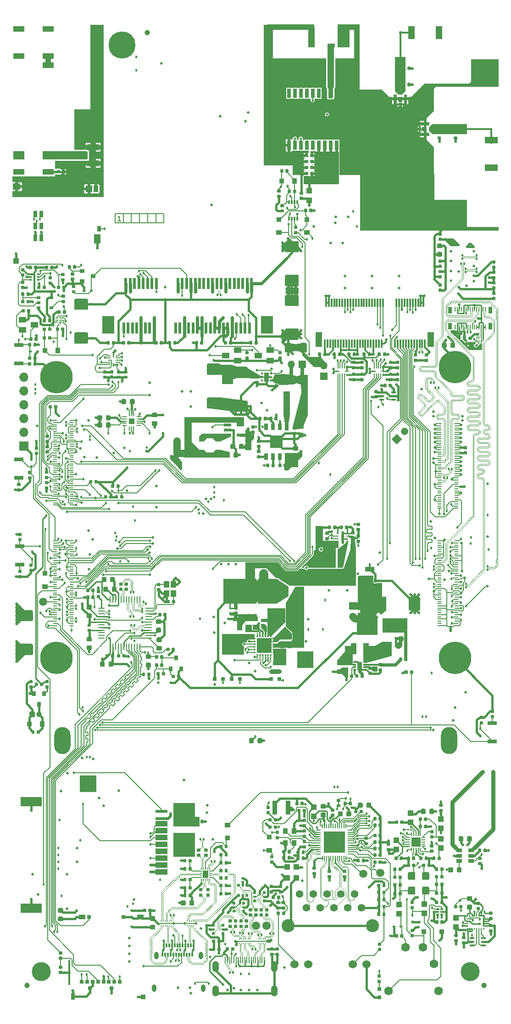
<source format=gbr>
%TF.GenerationSoftware,KiCad,Pcbnew,(5.99.0-459-gf0c386f5d-dirty)*%
%TF.CreationDate,2019-12-04T11:21:00+01:00*%
%TF.ProjectId,dvk-mx8m-bsb,64766b2d-6d78-4386-9d2d-6273622e6b69,v1.0.0*%
%TF.SameCoordinates,Original*%
%TF.FileFunction,Copper,L1,Top*%
%TF.FilePolarity,Positive*%
%FSLAX46Y46*%
G04 Gerber Fmt 4.6, Leading zero omitted, Abs format (unit mm)*
G04 Created by KiCad (PCBNEW (5.99.0-459-gf0c386f5d-dirty)) date 2019-12-04 11:21:00*
%MOMM*%
%LPD*%
G04 APERTURE LIST*
%TA.AperFunction,NonConductor*%
%ADD10C,0.130000*%
%TD*%
%TA.AperFunction,ComponentPad*%
%ADD11C,0.300000*%
%TD*%
%TA.AperFunction,SMDPad,CuDef*%
%ADD12R,0.710000X0.220000*%
%TD*%
%TA.AperFunction,SMDPad,CuDef*%
%ADD13R,0.220000X0.710000*%
%TD*%
%TA.AperFunction,SMDPad,CuDef*%
%ADD14R,1.750000X1.750000*%
%TD*%
%TA.AperFunction,SMDPad,CuDef*%
%ADD15R,1.000000X1.400000*%
%TD*%
%TA.AperFunction,SMDPad,CuDef*%
%ADD16R,0.200000X0.300000*%
%TD*%
%TA.AperFunction,SMDPad,CuDef*%
%ADD17R,0.300000X0.200000*%
%TD*%
%TA.AperFunction,SMDPad,CuDef*%
%ADD18R,0.300000X1.550000*%
%TD*%
%TA.AperFunction,SMDPad,CuDef*%
%ADD19R,1.200000X2.750000*%
%TD*%
%TA.AperFunction,Conductor*%
%ADD20R,10.823000X1.000000*%
%TD*%
%TA.AperFunction,Conductor*%
%ADD21R,1.000000X7.300000*%
%TD*%
%TA.AperFunction,Conductor*%
%ADD22R,4.523000X1.000000*%
%TD*%
%TA.AperFunction,Conductor*%
%ADD23R,4.050000X1.000000*%
%TD*%
%TA.AperFunction,Conductor*%
%ADD24R,8.650000X1.000000*%
%TD*%
%TA.AperFunction,Conductor*%
%ADD25R,2.250000X4.300000*%
%TD*%
%TA.AperFunction,Conductor*%
%ADD26R,1.200000X3.790000*%
%TD*%
%TA.AperFunction,SMDPad,CuDef*%
%ADD27R,1.150000X3.800000*%
%TD*%
%TA.AperFunction,SMDPad,CuDef*%
%ADD28R,1.350000X0.750000*%
%TD*%
%TA.AperFunction,SMDPad,CuDef*%
%ADD29R,2.400000X1.300000*%
%TD*%
%TA.AperFunction,Conductor*%
%ADD30R,0.400000X2.900000*%
%TD*%
%TA.AperFunction,Conductor*%
%ADD31R,6.602000X0.400000*%
%TD*%
%TA.AperFunction,Conductor*%
%ADD32R,1.902000X1.902000*%
%TD*%
%TA.AperFunction,SMDPad,CuDef*%
%ADD33R,1.300000X2.400000*%
%TD*%
%TA.AperFunction,Conductor*%
%ADD34R,2.900000X0.400000*%
%TD*%
%TA.AperFunction,Conductor*%
%ADD35R,0.400000X6.602000*%
%TD*%
%TA.AperFunction,ComponentPad*%
%ADD36C,0.254000*%
%TD*%
%TA.AperFunction,SMDPad,CuDef*%
%ADD37R,1.100000X1.000000*%
%TD*%
%TA.AperFunction,SMDPad,CuDef*%
%ADD38R,0.240000X0.900000*%
%TD*%
%TA.AperFunction,SMDPad,CuDef*%
%ADD39R,0.900000X0.240000*%
%TD*%
%TA.AperFunction,ComponentPad*%
%ADD40O,3.000000X5.000000*%
%TD*%
%TA.AperFunction,SMDPad,CuDef*%
%ADD41R,1.400000X1.200000*%
%TD*%
%TA.AperFunction,SMDPad,CuDef*%
%ADD42R,1.300000X1.750000*%
%TD*%
%TA.AperFunction,SMDPad,CuDef*%
%ADD43R,0.650000X1.000000*%
%TD*%
%TA.AperFunction,SMDPad,CuDef*%
%ADD44R,0.800000X1.200000*%
%TD*%
%TA.AperFunction,SMDPad,CuDef*%
%ADD45R,0.900000X1.200000*%
%TD*%
%TA.AperFunction,SMDPad,CuDef*%
%ADD46R,1.300000X1.200000*%
%TD*%
%TA.AperFunction,SMDPad,CuDef*%
%ADD47R,0.775000X0.890000*%
%TD*%
%TA.AperFunction,SMDPad,CuDef*%
%ADD48R,2.790000X0.870000*%
%TD*%
%TA.AperFunction,BGAPad,CuDef*%
%ADD49C,1.000000*%
%TD*%
%TA.AperFunction,SMDPad,CuDef*%
%ADD50R,1.500000X1.500000*%
%TD*%
%TA.AperFunction,SMDPad,CuDef*%
%ADD51R,3.900000X3.900000*%
%TD*%
%TA.AperFunction,SMDPad,CuDef*%
%ADD52R,0.840000X0.220000*%
%TD*%
%TA.AperFunction,SMDPad,CuDef*%
%ADD53R,0.220000X0.840000*%
%TD*%
%TA.AperFunction,BGAPad,CuDef*%
%ADD54C,0.250000*%
%TD*%
%TA.AperFunction,SMDPad,CuDef*%
%ADD55R,0.520000X0.300000*%
%TD*%
%TA.AperFunction,SMDPad,CuDef*%
%ADD56R,0.490000X0.300000*%
%TD*%
%TA.AperFunction,Conductor*%
%ADD57R,1.670000X0.900000*%
%TD*%
%TA.AperFunction,Conductor*%
%ADD58R,0.370000X1.500000*%
%TD*%
%TA.AperFunction,SMDPad,CuDef*%
%ADD59R,0.450000X0.370000*%
%TD*%
%TA.AperFunction,SMDPad,CuDef*%
%ADD60R,1.500000X0.370000*%
%TD*%
%TA.AperFunction,SMDPad,CuDef*%
%ADD61R,0.900000X1.670000*%
%TD*%
%TA.AperFunction,SMDPad,CuDef*%
%ADD62O,0.280000X0.380000*%
%TD*%
%TA.AperFunction,SMDPad,CuDef*%
%ADD63R,0.280000X0.640000*%
%TD*%
%TA.AperFunction,SMDPad,CuDef*%
%ADD64R,0.640000X0.280000*%
%TD*%
%TA.AperFunction,SMDPad,CuDef*%
%ADD65O,0.380000X0.280000*%
%TD*%
%TA.AperFunction,SMDPad,CuDef*%
%ADD66R,2.700000X2.700000*%
%TD*%
%TA.AperFunction,ComponentPad*%
%ADD67C,6.000000*%
%TD*%
%TA.AperFunction,ComponentPad*%
%ADD68C,1.600000*%
%TD*%
%TA.AperFunction,SMDPad,CuDef*%
%ADD69R,0.700000X1.200000*%
%TD*%
%TA.AperFunction,SMDPad,CuDef*%
%ADD70R,0.230000X0.920000*%
%TD*%
%TA.AperFunction,ComponentPad*%
%ADD71C,3.500000*%
%TD*%
%TA.AperFunction,SMDPad,CuDef*%
%ADD72R,0.240000X0.360000*%
%TD*%
%TA.AperFunction,SMDPad,CuDef*%
%ADD73R,0.360000X0.240000*%
%TD*%
%TA.AperFunction,SMDPad,CuDef*%
%ADD74R,0.350000X0.230000*%
%TD*%
%TA.AperFunction,SMDPad,CuDef*%
%ADD75R,0.230000X1.200000*%
%TD*%
%TA.AperFunction,ComponentPad*%
%ADD76O,1.250000X2.000000*%
%TD*%
%TA.AperFunction,ComponentPad*%
%ADD77O,0.800000X1.400000*%
%TD*%
%TA.AperFunction,SMDPad,CuDef*%
%ADD78R,0.300000X0.700000*%
%TD*%
%TA.AperFunction,SMDPad,CuDef*%
%ADD79R,0.600000X2.000000*%
%TD*%
%TA.AperFunction,SMDPad,CuDef*%
%ADD80R,2.300000X3.200000*%
%TD*%
%TA.AperFunction,SMDPad,CuDef*%
%ADD81R,0.700000X0.750000*%
%TD*%
%TA.AperFunction,SMDPad,CuDef*%
%ADD82R,0.700000X0.650000*%
%TD*%
%TA.AperFunction,SMDPad,CuDef*%
%ADD83R,0.745000X1.150000*%
%TD*%
%TA.AperFunction,SMDPad,CuDef*%
%ADD84R,0.950000X0.900000*%
%TD*%
%TA.AperFunction,SMDPad,CuDef*%
%ADD85R,0.420000X4.630000*%
%TD*%
%TA.AperFunction,SMDPad,CuDef*%
%ADD86R,1.200000X0.850000*%
%TD*%
%TA.AperFunction,SMDPad,CuDef*%
%ADD87R,0.650000X0.750000*%
%TD*%
%TA.AperFunction,SMDPad,CuDef*%
%ADD88R,1.300000X0.850000*%
%TD*%
%TA.AperFunction,SMDPad,CuDef*%
%ADD89R,1.000000X1.100000*%
%TD*%
%TA.AperFunction,SMDPad,CuDef*%
%ADD90R,0.900000X0.900000*%
%TD*%
%TA.AperFunction,SMDPad,CuDef*%
%ADD91R,0.900000X1.100000*%
%TD*%
%TA.AperFunction,SMDPad,CuDef*%
%ADD92R,1.000000X2.000000*%
%TD*%
%TA.AperFunction,ComponentPad*%
%ADD93O,1.350000X1.350000*%
%TD*%
%TA.AperFunction,ComponentPad*%
%ADD94R,1.350000X1.350000*%
%TD*%
%TA.AperFunction,SMDPad,CuDef*%
%ADD95R,1.320000X0.560000*%
%TD*%
%TA.AperFunction,SMDPad,CuDef*%
%ADD96R,0.900000X1.600000*%
%TD*%
%TA.AperFunction,SMDPad,CuDef*%
%ADD97R,1.750000X2.650000*%
%TD*%
%TA.AperFunction,SMDPad,CuDef*%
%ADD98R,0.600000X1.200000*%
%TD*%
%TA.AperFunction,SMDPad,CuDef*%
%ADD99R,0.350000X0.250000*%
%TD*%
%TA.AperFunction,SMDPad,CuDef*%
%ADD100R,0.980000X3.400000*%
%TD*%
%TA.AperFunction,ComponentPad*%
%ADD101C,1.350000*%
%TD*%
%TA.AperFunction,Conductor*%
%ADD102R,3.100000X3.100000*%
%TD*%
%TA.AperFunction,SMDPad,CuDef*%
%ADD103R,1.400000X1.000000*%
%TD*%
%TA.AperFunction,SMDPad,CuDef*%
%ADD104R,0.480000X0.400000*%
%TD*%
%TA.AperFunction,SMDPad,CuDef*%
%ADD105R,0.400000X0.480000*%
%TD*%
%TA.AperFunction,ComponentPad*%
%ADD106C,5.000000*%
%TD*%
%TA.AperFunction,SMDPad,CuDef*%
%ADD107R,1.700000X0.800000*%
%TD*%
%TA.AperFunction,SMDPad,CuDef*%
%ADD108R,2.000000X1.000000*%
%TD*%
%TA.AperFunction,SMDPad,CuDef*%
%ADD109R,2.000000X1.500000*%
%TD*%
%TA.AperFunction,Conductor*%
%ADD110R,1.000000X2.700000*%
%TD*%
%TA.AperFunction,ComponentPad*%
%ADD111O,1.700000X1.700000*%
%TD*%
%TA.AperFunction,ComponentPad*%
%ADD112R,1.700000X1.700000*%
%TD*%
%TA.AperFunction,ComponentPad*%
%ADD113C,1.550000*%
%TD*%
%TA.AperFunction,SMDPad,CuDef*%
%ADD114R,0.700000X1.800000*%
%TD*%
%TA.AperFunction,SMDPad,CuDef*%
%ADD115R,0.800000X1.800000*%
%TD*%
%TA.AperFunction,SMDPad,CuDef*%
%ADD116R,0.600000X0.550000*%
%TD*%
%TA.AperFunction,SMDPad,CuDef*%
%ADD117R,0.500000X0.500000*%
%TD*%
%TA.AperFunction,SMDPad,CuDef*%
%ADD118R,0.500000X1.580000*%
%TD*%
%TA.AperFunction,SMDPad,CuDef*%
%ADD119R,0.550000X0.600000*%
%TD*%
%TA.AperFunction,SMDPad,CuDef*%
%ADD120R,1.580000X0.500000*%
%TD*%
%TA.AperFunction,SMDPad,CuDef*%
%ADD121R,4.000000X1.700000*%
%TD*%
%TA.AperFunction,SMDPad,CuDef*%
%ADD122R,2.300000X0.500000*%
%TD*%
%TA.AperFunction,SMDPad,CuDef*%
%ADD123R,2.300000X1.000000*%
%TD*%
%TA.AperFunction,ComponentPad*%
%ADD124C,1.400000*%
%TD*%
%TA.AperFunction,ComponentPad*%
%ADD125C,2.400000*%
%TD*%
%TA.AperFunction,ComponentPad*%
%ADD126C,1.530000*%
%TD*%
%TA.AperFunction,SMDPad,CuDef*%
%ADD127R,1.300000X0.250000*%
%TD*%
%TA.AperFunction,SMDPad,CuDef*%
%ADD128R,0.250000X1.300000*%
%TD*%
%TA.AperFunction,ComponentPad*%
%ADD129C,6.500000*%
%TD*%
%TA.AperFunction,SMDPad,CuDef*%
%ADD130R,0.850000X2.500000*%
%TD*%
%TA.AperFunction,SMDPad,CuDef*%
%ADD131R,1.000000X1.200000*%
%TD*%
%TA.AperFunction,SMDPad,CuDef*%
%ADD132R,0.900000X1.000000*%
%TD*%
%TA.AperFunction,SMDPad,CuDef*%
%ADD133R,1.100000X0.900000*%
%TD*%
%TA.AperFunction,SMDPad,CuDef*%
%ADD134R,0.800000X0.800000*%
%TD*%
%TA.AperFunction,SMDPad,CuDef*%
%ADD135R,2.200000X1.050000*%
%TD*%
%TA.AperFunction,SMDPad,CuDef*%
%ADD136R,1.050000X1.000000*%
%TD*%
%TA.AperFunction,SMDPad,CuDef*%
%ADD137R,1.150000X1.150000*%
%TD*%
%TA.AperFunction,SMDPad,CuDef*%
%ADD138R,0.700000X1.300000*%
%TD*%
%TA.AperFunction,SMDPad,CuDef*%
%ADD139R,0.250000X0.360000*%
%TD*%
%TA.AperFunction,SMDPad,CuDef*%
%ADD140R,1.600000X1.800000*%
%TD*%
%TA.AperFunction,ComponentPad*%
%ADD141C,1.000000*%
%TD*%
%TA.AperFunction,ComponentPad*%
%ADD142R,1.000000X1.000000*%
%TD*%
%TA.AperFunction,SMDPad,CuDef*%
%ADD143R,1.905000X2.790000*%
%TD*%
%TA.AperFunction,SMDPad,CuDef*%
%ADD144R,1.180000X4.400000*%
%TD*%
%TA.AperFunction,SMDPad,CuDef*%
%ADD145R,0.600000X0.600000*%
%TD*%
%TA.AperFunction,SMDPad,CuDef*%
%ADD146R,0.600000X0.400000*%
%TD*%
%TA.AperFunction,SMDPad,CuDef*%
%ADD147R,0.400000X0.600000*%
%TD*%
%TA.AperFunction,SMDPad,CuDef*%
%ADD148R,0.150000X0.500000*%
%TD*%
%TA.AperFunction,SMDPad,CuDef*%
%ADD149R,0.900000X0.400000*%
%TD*%
%TA.AperFunction,SMDPad,CuDef*%
%ADD150R,0.220000X0.650000*%
%TD*%
%TA.AperFunction,SMDPad,CuDef*%
%ADD151R,0.500000X0.220000*%
%TD*%
%TA.AperFunction,SMDPad,CuDef*%
%ADD152R,0.500000X0.320000*%
%TD*%
%TA.AperFunction,SMDPad,CuDef*%
%ADD153R,0.450000X0.300000*%
%TD*%
%TA.AperFunction,SMDPad,CuDef*%
%ADD154R,0.800000X0.550000*%
%TD*%
%TA.AperFunction,SMDPad,CuDef*%
%ADD155R,0.500000X0.150000*%
%TD*%
%TA.AperFunction,SMDPad,CuDef*%
%ADD156R,1.060000X0.650000*%
%TD*%
%TA.AperFunction,SMDPad,CuDef*%
%ADD157R,1.000000X0.700000*%
%TD*%
%TA.AperFunction,SMDPad,CuDef*%
%ADD158R,0.650000X0.220000*%
%TD*%
%TA.AperFunction,SMDPad,CuDef*%
%ADD159R,0.220000X0.500000*%
%TD*%
%TA.AperFunction,SMDPad,CuDef*%
%ADD160R,0.320000X0.500000*%
%TD*%
%TA.AperFunction,SMDPad,CuDef*%
%ADD161R,0.700000X0.200000*%
%TD*%
%TA.AperFunction,SMDPad,CuDef*%
%ADD162R,0.850000X0.850000*%
%TD*%
%TA.AperFunction,SMDPad,CuDef*%
%ADD163R,1.750000X1.100000*%
%TD*%
%TA.AperFunction,SMDPad,CuDef*%
%ADD164R,1.100000X1.750000*%
%TD*%
%TA.AperFunction,SMDPad,CuDef*%
%ADD165R,0.800000X0.900000*%
%TD*%
%TA.AperFunction,SMDPad,CuDef*%
%ADD166R,0.900000X0.800000*%
%TD*%
%TA.AperFunction,BGAPad,CuDef*%
%ADD167C,1.500000*%
%TD*%
%TA.AperFunction,SMDPad,CuDef*%
%ADD168R,0.300000X0.800000*%
%TD*%
%TA.AperFunction,ViaPad*%
%ADD169C,0.457200*%
%TD*%
%TA.AperFunction,ViaPad*%
%ADD170C,0.508000*%
%TD*%
%TA.AperFunction,Conductor*%
%ADD171C,0.134620*%
%TD*%
%TA.AperFunction,Conductor*%
%ADD172C,0.254000*%
%TD*%
%TA.AperFunction,Conductor*%
%ADD173C,0.200000*%
%TD*%
%TA.AperFunction,Conductor*%
%ADD174C,0.457200*%
%TD*%
%TA.AperFunction,Conductor*%
%ADD175C,0.114554*%
%TD*%
%TA.AperFunction,Conductor*%
%ADD176C,0.089154*%
%TD*%
%TA.AperFunction,Conductor*%
%ADD177C,0.300000*%
%TD*%
%TA.AperFunction,Conductor*%
%ADD178C,0.590000*%
%TD*%
%TA.AperFunction,Conductor*%
%ADD179C,0.250000*%
%TD*%
%TA.AperFunction,Conductor*%
%ADD180C,0.127000*%
%TD*%
%TA.AperFunction,Conductor*%
%ADD181C,0.220000*%
%TD*%
%TA.AperFunction,Conductor*%
%ADD182C,0.700000*%
%TD*%
%TA.AperFunction,Conductor*%
%ADD183C,0.800000*%
%TD*%
%TA.AperFunction,Conductor*%
%ADD184C,0.230000*%
%TD*%
%TA.AperFunction,Conductor*%
%ADD185C,0.203200*%
%TD*%
%TA.AperFunction,Conductor*%
%ADD186C,0.500000*%
%TD*%
%TA.AperFunction,Conductor*%
%ADD187C,0.240000*%
%TD*%
%TA.AperFunction,Conductor*%
%ADD188C,0.600000*%
%TD*%
%TA.AperFunction,Conductor*%
%ADD189C,0.400000*%
%TD*%
%TA.AperFunction,Conductor*%
%ADD190C,0.320000*%
%TD*%
%TA.AperFunction,Conductor*%
%ADD191C,0.560000*%
%TD*%
%TA.AperFunction,Conductor*%
%ADD192C,0.360000*%
%TD*%
%TA.AperFunction,Conductor*%
%ADD193C,0.640000*%
%TD*%
%TA.AperFunction,Conductor*%
%ADD194C,1.000000*%
%TD*%
%TA.AperFunction,Conductor*%
%ADD195C,1.700000*%
%TD*%
%TA.AperFunction,Conductor*%
%ADD196C,0.381000*%
%TD*%
%TA.AperFunction,Conductor*%
%ADD197C,0.134630*%
%TD*%
%TA.AperFunction,Conductor*%
%ADD198C,0.280000*%
%TD*%
%TA.AperFunction,Conductor*%
%ADD199C,0.134640*%
%TD*%
%TA.AperFunction,Conductor*%
%ADD200C,0.457000*%
%TD*%
%TA.AperFunction,Conductor*%
%ADD201C,0.146419*%
%TD*%
%TA.AperFunction,Conductor*%
%ADD202C,1.350000*%
%TD*%
%TA.AperFunction,Conductor*%
%ADD203C,0.370000*%
%TD*%
%TA.AperFunction,Conductor*%
%ADD204C,0.150000*%
%TD*%
%TA.AperFunction,Conductor*%
%ADD205C,0.270000*%
%TD*%
%TA.AperFunction,Conductor*%
%ADD206C,0.875000*%
%TD*%
%TA.AperFunction,Conductor*%
%ADD207C,0.420000*%
%TD*%
%TA.AperFunction,Conductor*%
%ADD208C,0.155000*%
%TD*%
%TA.AperFunction,Conductor*%
%ADD209C,0.310000*%
%TD*%
G04 APERTURE END LIST*
D10*
X80146428Y-94754761D02*
X79603571Y-94754761D01*
X79875000Y-94754761D02*
X79875000Y-93804761D01*
X79784523Y-93940476D01*
X79694047Y-94030952D01*
X79603571Y-94076190D01*
D11*
%TO.P,U1601,21,GND*%
%TO.N,GND*%
X134600000Y-209200000D03*
X134100000Y-208700000D03*
X135100000Y-208700000D03*
X135100000Y-209700000D03*
X134100000Y-209700000D03*
D12*
%TO.P,U1601,20,VDDD*%
%TO.N,Net-(C1603-Pad1)*%
X133195000Y-210000000D03*
%TO.P,U1601,19,CTRL_CLK*%
%TO.N,/I2C3_SCL*%
X133195000Y-209600000D03*
%TO.P,U1601,18,CTRL_DATA*%
%TO.N,/I2C3_SDA*%
X133195000Y-209200000D03*
%TO.P,U1601,17,I2S_DIN*%
%TO.N,/SAI2_TXD*%
X133195000Y-208800000D03*
D13*
%TO.P,U1601,15,I2S_SCLK*%
%TO.N,/SAI2_TXC*%
X133800000Y-207795000D03*
%TO.P,U1601,14,I2S_LRCLK*%
%TO.N,/SAI2_TXFS*%
X134200000Y-207795000D03*
%TO.P,U1601,13,SYS_MCLK*%
%TO.N,/SAI2_MCLK*%
X134600000Y-207795000D03*
%TO.P,U1601,12,VDDIO*%
%TO.N,Net-(C1602-Pad1)*%
X135000000Y-207795000D03*
D12*
%TO.P,U1601,10,MIC*%
%TO.N,/Audio/MIC_IN*%
X136005000Y-208400000D03*
%TO.P,U1601,9,LINEINL*%
%TO.N,N/C*%
X136005000Y-208800000D03*
%TO.P,U1601,8,LINEINR*%
X136005000Y-209200000D03*
%TO.P,U1601,7,LINEOUT_L*%
X136005000Y-209600000D03*
D13*
%TO.P,U1601,5,VAG*%
%TO.N,Net-(C1605-Pad1)*%
X135400000Y-210605000D03*
%TO.P,U1601,4,HP_L*%
%TO.N,Net-(C1606-Pad1)*%
X135000000Y-210605000D03*
%TO.P,U1601,3,VDDA*%
%TO.N,Net-(C1604-Pad1)*%
X134600000Y-210605000D03*
%TO.P,U1601,2,HPVGND*%
%TO.N,Net-(R1601-Pad1)*%
X134200000Y-210605000D03*
%TO.P,U1601,1,HP_R*%
%TO.N,Net-(C1608-Pad1)*%
X133800000Y-210605000D03*
D14*
%TO.P,U1601,21,GND*%
%TO.N,GND*%
X134600000Y-209200000D03*
D12*
%TO.P,U1601,16,I2S_DOUT*%
%TO.N,/SAI2_RXD*%
X133195000Y-208400000D03*
D13*
%TO.P,U1601,11,MICBIAS*%
%TO.N,/Audio/MIC_BIAS*%
X135400000Y-207795000D03*
D12*
%TO.P,U1601,6,LINEOUT_R*%
%TO.N,Net-(C1607-Pad2)*%
X136005000Y-210000000D03*
%TD*%
D11*
%TO.P,U202,19,GND*%
%TO.N,GND*%
X95750000Y-215585000D03*
X95750000Y-214685000D03*
D15*
X95750000Y-215135000D03*
D16*
%TO.P,U202,5,VDD1V8*%
%TO.N,1V8_P*%
X94950000Y-216185000D03*
%TO.P,U202,7,TX_CON_1-*%
%TO.N,/USB-C/TX_CON_1_N*%
X95750000Y-216185000D03*
%TO.P,U202,6,TX_CON_1+*%
%TO.N,/USB-C/TX_CON_1_P*%
X95350000Y-216185000D03*
%TO.P,U202,8,RX_CON_2-*%
%TO.N,/USB-C/RX_CON_2_N*%
X96150000Y-216185000D03*
%TO.P,U202,9,RX_CON_2+*%
%TO.N,/USB-C/RX_CON_2_P*%
X96550000Y-216185000D03*
%TO.P,U202,18,RX_AP_+*%
%TO.N,/USB-C/USB1_RXC_P*%
X94950000Y-214085000D03*
%TO.P,U202,17,RX_AP_-*%
%TO.N,/USB-C/USB1_RXC_N*%
X95350000Y-214085000D03*
%TO.P,U202,16,SEL*%
%TO.N,Net-(D201-Pad2)*%
X95750000Y-214085000D03*
%TO.P,U202,15,TX_AP_+*%
%TO.N,/USB1_TX_P*%
X96150000Y-214085000D03*
%TO.P,U202,14,TX_AP_-*%
%TO.N,/USB1_TX_N*%
X96550000Y-214085000D03*
D17*
%TO.P,U202,13,CH2_SET1/TXDE*%
%TO.N,Net-(R204-Pad2)*%
X96600000Y-214535000D03*
%TO.P,U202,12,TX_CON_2+*%
%TO.N,/USB-C/TX_CON_2_P*%
X96600000Y-214935000D03*
%TO.P,U202,11,TX_CON_2-*%
%TO.N,/USB-C/TX_CON_2_N*%
X96600000Y-215335000D03*
%TO.P,U202,10,CH2_SET2/RXEQ*%
%TO.N,Net-(R205-Pad2)*%
X96600000Y-215735000D03*
%TO.P,U202,4,CH1_SET2/TXEQ*%
%TO.N,Net-(R203-Pad2)*%
X94900000Y-215735000D03*
%TO.P,U202,3,RX_CON_1-*%
%TO.N,/USB-C/RX_CON_1_N*%
X94900000Y-215335000D03*
%TO.P,U202,2,RX_CON_1+*%
%TO.N,/USB-C/RX_CON_1_P*%
X94900000Y-214935000D03*
%TO.P,U202,1,CH1_SET1/RXDE*%
%TO.N,Net-(R202-Pad2)*%
X94900000Y-214535000D03*
%TD*%
D18*
%TO.P,J1803,1,Pin_1*%
%TO.N,GND*%
X136250000Y-117390000D03*
%TO.P,J1803,2,Pin_2*%
%TO.N,3V3_P*%
X136000000Y-109840000D03*
%TO.P,J1803,3,Pin_3*%
%TO.N,/WLAN_D_P*%
X135750000Y-117390000D03*
%TO.P,J1803,4,Pin_4*%
%TO.N,3V3_P*%
X135500000Y-109840000D03*
%TO.P,J1803,5,Pin_5*%
%TO.N,/WLAN_D_N*%
X135250000Y-117390000D03*
%TO.P,J1803,6,Pin_6*%
%TO.N,N/C*%
X135000000Y-109840000D03*
%TO.P,J1803,7,Pin_7*%
%TO.N,GND*%
X134750000Y-117390000D03*
%TO.P,J1803,8,Pin_8*%
%TO.N,/WLAN+BT M.2/M2_PCM_CLK*%
X134500000Y-109840000D03*
%TO.P,J1803,9,Pin_9*%
%TO.N,/WIFI_CLK*%
X134250000Y-117390000D03*
%TO.P,J1803,10,Pin_10*%
%TO.N,/WLAN+BT M.2/M2_PCM_SYNC*%
X134000000Y-109840000D03*
%TO.P,J1803,11,Pin_11*%
%TO.N,/WIFI_CMD*%
X133750000Y-117390000D03*
%TO.P,J1803,12,Pin_12*%
%TO.N,/WLAN+BT M.2/M2_PCM_IN*%
X133500000Y-109840000D03*
%TO.P,J1803,13,Pin_13*%
%TO.N,/WIFI_DATA0*%
X133250000Y-117390000D03*
%TO.P,J1803,14,Pin_14*%
%TO.N,/WLAN+BT M.2/M2_PCM_OUT*%
X133000000Y-109840000D03*
%TO.P,J1803,15,Pin_15*%
%TO.N,/WIFI_DATA1*%
X132750000Y-117390000D03*
%TO.P,J1803,16,Pin_16*%
%TO.N,N/C*%
X132500000Y-109840000D03*
%TO.P,J1803,17,Pin_17*%
%TO.N,/WIFI_DATA2*%
X132250000Y-117390000D03*
%TO.P,J1803,18,Pin_18*%
%TO.N,GND*%
X132000000Y-109840000D03*
%TO.P,J1803,19,Pin_19*%
%TO.N,/WIFI_DATA3*%
X131750000Y-117390000D03*
%TO.P,J1803,20,Pin_20*%
%TO.N,/BT_HOST_WAKE*%
X131500000Y-109840000D03*
%TO.P,J1803,21,Pin_21*%
%TO.N,/WIFI_WAKE*%
X131250000Y-117390000D03*
%TO.P,J1803,22,Pin_22*%
%TO.N,/WLAN+BT M.2/M2_UART_RXD*%
X131000000Y-109840000D03*
%TO.P,J1803,23,Pin_23*%
%TO.N,Net-(D1801-Pad2)*%
X130750000Y-117390000D03*
%TO.P,J1803,32,Pin_32*%
%TO.N,/WLAN+BT M.2/M2_UART_TXD*%
X128500000Y-109840000D03*
%TO.P,J1803,33,Pin_33*%
%TO.N,GND*%
X128250000Y-117390000D03*
%TO.P,J1803,34,Pin_34*%
%TO.N,/WLAN+BT M.2/M2_UART_RTS*%
X128000000Y-109840000D03*
%TO.P,J1803,35,Pin_35*%
%TO.N,N/C*%
X127750000Y-117390000D03*
%TO.P,J1803,36,Pin_36*%
%TO.N,/WLAN+BT M.2/M2_UART_CTS*%
X127500000Y-109840000D03*
%TO.P,J1803,37,Pin_37*%
%TO.N,N/C*%
X127250000Y-117390000D03*
%TO.P,J1803,38,Pin_38*%
X127000000Y-109840000D03*
%TO.P,J1803,39,Pin_39*%
%TO.N,GND*%
X126750000Y-117390000D03*
%TO.P,J1803,40,Pin_40*%
%TO.N,N/C*%
X126500000Y-109840000D03*
%TO.P,J1803,41,Pin_41*%
X126250000Y-117390000D03*
%TO.P,J1803,42,Pin_42*%
X126000000Y-109840000D03*
%TO.P,J1803,43,Pin_43*%
X125750000Y-117390000D03*
%TO.P,J1803,44,Pin_44*%
X125500000Y-109840000D03*
%TO.P,J1803,45,Pin_45*%
%TO.N,GND*%
X125250000Y-117390000D03*
%TO.P,J1803,46,Pin_46*%
%TO.N,N/C*%
X125000000Y-109840000D03*
%TO.P,J1803,47,Pin_47*%
X124750000Y-117390000D03*
%TO.P,J1803,48,Pin_48*%
X124500000Y-109840000D03*
%TO.P,J1803,49,Pin_49*%
X124250000Y-117390000D03*
%TO.P,J1803,50,Pin_50*%
X124000000Y-109840000D03*
%TO.P,J1803,51,Pin_51*%
%TO.N,GND*%
X123750000Y-117390000D03*
%TO.P,J1803,52,Pin_52*%
%TO.N,N/C*%
X123500000Y-109840000D03*
%TO.P,J1803,53,Pin_53*%
X123250000Y-117390000D03*
%TO.P,J1803,54,Pin_54*%
%TO.N,/WLAN+BT M.2/~W_DISABLE2*%
X123000000Y-109840000D03*
%TO.P,J1803,55,Pin_55*%
%TO.N,N/C*%
X122750000Y-117390000D03*
%TO.P,J1803,56,Pin_56*%
%TO.N,/WLAN+BT M.2/~W_DISABLE1*%
X122500000Y-109840000D03*
%TO.P,J1803,57,Pin_57*%
%TO.N,GND*%
X122250000Y-117390000D03*
%TO.P,J1803,58,Pin_58*%
%TO.N,/WLAN+BT M.2/M2_I2C_SDA*%
X122000000Y-109840000D03*
%TO.P,J1803,59,Pin_59*%
%TO.N,N/C*%
X121750000Y-117390000D03*
%TO.P,J1803,60,Pin_60*%
%TO.N,/WLAN+BT M.2/M2_I2C_SCL*%
X121500000Y-109840000D03*
%TO.P,J1803,61,Pin_61*%
%TO.N,N/C*%
X121250000Y-117390000D03*
%TO.P,J1803,62,Pin_62*%
X121000000Y-109840000D03*
%TO.P,J1803,63,Pin_63*%
%TO.N,GND*%
X120750000Y-117390000D03*
%TO.P,J1803,64,Pin_64*%
%TO.N,N/C*%
X120500000Y-109840000D03*
%TO.P,J1803,65,Pin_65*%
X120250000Y-117390000D03*
%TO.P,J1803,66,Pin_66*%
X120000000Y-109840000D03*
%TO.P,J1803,67,Pin_67*%
X119750000Y-117390000D03*
%TO.P,J1803,68,Pin_68*%
X119500000Y-109840000D03*
%TO.P,J1803,69,Pin_69*%
%TO.N,GND*%
X119250000Y-117390000D03*
%TO.P,J1803,70,Pin_70*%
%TO.N,N/C*%
X119000000Y-109840000D03*
%TO.P,J1803,71,Pin_71*%
X118750000Y-117390000D03*
%TO.P,J1803,72,Pin_72*%
%TO.N,3V3_P*%
X118500000Y-109840000D03*
%TO.P,J1803,73,Pin_73*%
%TO.N,N/C*%
X118250000Y-117390000D03*
%TO.P,J1803,74,Pin_74*%
%TO.N,3V3_P*%
X118000000Y-109840000D03*
%TO.P,J1803,75,Pin_75*%
%TO.N,GND*%
X117750000Y-117390000D03*
D19*
%TO.P,J1803,*%
%TO.N,*%
X116650000Y-116615000D03*
X137350000Y-116615000D03*
%TD*%
D20*
%TO.N,GND*%
%TO.C,AE2301*%
X112611500Y-65300000D03*
D21*
X107700000Y-62150000D03*
D22*
X121938500Y-65300000D03*
D21*
X123700000Y-62150000D03*
D23*
X122175000Y-59000000D03*
D24*
X111525000Y-59000000D03*
D25*
X121275000Y-60650000D03*
D26*
%TO.N,Net-(AE2301-Pad1)*%
X118850000Y-63945000D03*
D27*
%TD*%
%TO.P,AE2301,2,Shield*%
%TO.N,GND*%
X115275000Y-60900000D03*
%TO.P,AE2301,2,Shield*%
%TO.N,GND*%
X120725000Y-60900000D03*
D28*
%TO.P,AE2301,1,A*%
%TO.N,Net-(AE2301-Pad1)*%
X118925000Y-62425000D03*
%TD*%
D29*
%TO.P,AE1802,1,A*%
%TO.N,Net-(AE1802-Pad1)*%
X148500000Y-79850000D03*
%TO.P,AE1802,3*%
%TO.N,N/C*%
X148500000Y-84950000D03*
D30*
%TD*%
%TO.N,Net-(AE1802-Pad1)*%
%TO.C,AE1802*%
X148500000Y-79050000D03*
D31*
%TO.N,Net-(AE1802-Pad1)*%
%TO.C,AE1802*%
X145399000Y-77800000D03*
D32*
X143049000Y-77800000D03*
%TD*%
D33*
%TO.P,AE1801,1,A*%
%TO.N,Net-(AE1801-Pad1)*%
X133750000Y-60000000D03*
%TO.P,AE1801,3*%
%TO.N,N/C*%
X138850000Y-60000000D03*
D34*
%TD*%
%TO.N,Net-(AE1801-Pad1)*%
%TO.C,AE1801*%
X132950000Y-60000000D03*
D35*
%TO.N,Net-(AE1801-Pad1)*%
%TO.C,AE1801*%
X131700000Y-63101000D03*
D32*
X131700000Y-65451000D03*
%TD*%
D36*
%TO.P,U201,17,GND*%
%TO.N,GND*%
X82400000Y-131840000D03*
X81800000Y-131440000D03*
D37*
X82100000Y-131640000D03*
D38*
%TO.P,U201,16,EN_SRC*%
%TO.N,/EN_SRC*%
X81700000Y-130290000D03*
%TO.P,U201,15,VBUS*%
%TO.N,VBUS*%
X82100000Y-130290000D03*
%TO.P,U201,14,CC2*%
%TO.N,/USB-C/CC2*%
X82500000Y-130290000D03*
D39*
%TO.P,U201,13,CC1*%
%TO.N,/USB-C/CC1*%
X83450000Y-130840000D03*
%TO.P,U201,12,VCONN_IN*%
%TO.N,5V_P*%
X83450000Y-131240000D03*
%TO.P,U201,11,FAULT_N*%
%TO.N,/USB-C/USB_LD_~FLT*%
X83450000Y-131640000D03*
%TO.P,U201,10,ALERT_N*%
%TO.N,/TCPC_~INT*%
X83450000Y-132040000D03*
%TO.P,U201,9,DBG_ACC*%
%TO.N,N/C*%
X83450000Y-132440000D03*
D38*
%TO.P,U201,8,I2C_SCL*%
%TO.N,/I2C1_SCL*%
X82500000Y-132990000D03*
%TO.P,U201,7,I2C_SDA*%
%TO.N,/I2C1_SDA*%
X82100000Y-132990000D03*
%TO.P,U201,6,ILIM_5V_VBUS*%
%TO.N,N/C*%
X81700000Y-132990000D03*
D39*
%TO.P,U201,5,SLV_ADDR*%
%TO.N,Net-(R212-Pad1)*%
X80750000Y-132440000D03*
%TO.P,U201,4,BYPASS*%
%TO.N,/USB-C/BYPASS*%
X80750000Y-132040000D03*
%TO.P,U201,3,VDD*%
%TO.N,3V3*%
X80750000Y-131640000D03*
%TO.P,U201,2,EN_SNK1*%
%TO.N,/EN_SNK*%
X80750000Y-131240000D03*
%TO.P,U201,1,FRS_EN*%
%TO.N,N/C*%
X80750000Y-130840000D03*
%TD*%
D40*
%TO.P,BT301,1,+*%
%TO.N,Net-(BT301-Pad1)*%
X140700000Y-190500000D03*
%TO.P,BT301,2,-*%
%TO.N,GND*%
X69300000Y-190500000D03*
%TD*%
D37*
%TO.P,J1503,HD4,HD*%
%TO.N,GND*%
X60750000Y-102100000D03*
D41*
%TO.P,J1503,HD1,HD*%
X60900000Y-88400000D03*
D42*
%TO.P,J1503,HD3,HD*%
X75750000Y-98070000D03*
D43*
%TO.P,J1503,DSW2,DET*%
%TO.N,/WWAN mPCIe/SIM_DETECT_I*%
X76075000Y-96200000D03*
D44*
%TO.P,J1503,C7,I/O*%
%TO.N,/WWAN mPCIe/UIM-DATA*%
X65410000Y-93480000D03*
%TO.P,J1503,C6,VPP*%
%TO.N,N/C*%
X65410000Y-95670000D03*
%TO.P,J1503,C5,GND*%
%TO.N,GND*%
X65410000Y-97860000D03*
%TO.P,J1503,C3,CLK*%
%TO.N,/WWAN mPCIe/UIM-CLK*%
X64310000Y-93480000D03*
%TO.P,J1503,C2,RST*%
%TO.N,/WWAN mPCIe/UIM-RESET*%
X64310000Y-95670000D03*
%TO.P,J1503,C1,VCC*%
%TO.N,/WWAN mPCIe/UIM-PWR*%
X64310000Y-97860000D03*
D45*
%TO.P,J1503,DSW1,DSW1*%
%TO.N,GND*%
X75500000Y-88800000D03*
D46*
%TO.P,J1503,HD2,HD*%
X74250000Y-88800000D03*
%TD*%
%TA.AperFunction,SMDPad,CuDef*%
%TO.P,L404,1,1*%
%TO.N,Net-(L404-Pad1)*%
G36*
X97384999Y-134470157D02*
G01*
X97944843Y-133919999D01*
X98495001Y-134479843D01*
X97935157Y-135030001D01*
X97384999Y-134470157D01*
G37*
%TD.AperFunction*%
%TA.AperFunction,SMDPad,CuDef*%
%TO.P,L404,2,2*%
%TO.N,1V8_P*%
G36*
X94799996Y-137464678D02*
G01*
X95380322Y-136869996D01*
X95975004Y-137450322D01*
X95394678Y-138045004D01*
X94799996Y-137464678D01*
G37*
%TD.AperFunction*%
%TA.AperFunction,SMDPad,CuDef*%
G36*
X97719928Y-136869946D02*
G01*
X98300254Y-137464628D01*
X97705572Y-138044954D01*
X97125246Y-137450272D01*
X97719928Y-136869946D01*
G37*
%TD.AperFunction*%
%TA.AperFunction,SMDPad,CuDef*%
%TO.P,L404,1,1*%
%TO.N,Net-(L404-Pad1)*%
G36*
X95394678Y-134194996D02*
G01*
X95975004Y-134789678D01*
X95380322Y-135370004D01*
X94799996Y-134775322D01*
X95394678Y-134194996D01*
G37*
%TD.AperFunction*%
%TA.AperFunction,SMDPad,CuDef*%
G36*
X97125246Y-134789678D02*
G01*
X97705572Y-134194996D01*
X98300254Y-134775322D01*
X97719928Y-135370004D01*
X97125246Y-134789678D01*
G37*
%TD.AperFunction*%
%TA.AperFunction,SMDPad,CuDef*%
%TO.P,L404,2,2*%
%TO.N,1V8_P*%
G36*
X94604999Y-137760157D02*
G01*
X95164843Y-137209999D01*
X95715001Y-137769843D01*
X95155157Y-138320001D01*
X94604999Y-137760157D01*
G37*
%TD.AperFunction*%
%TA.AperFunction,SMDPad,CuDef*%
G36*
X97935157Y-137209999D02*
G01*
X98495001Y-137760157D01*
X97944843Y-138320001D01*
X97384999Y-137769843D01*
X97935157Y-137209999D01*
G37*
%TD.AperFunction*%
%TA.AperFunction,SMDPad,CuDef*%
%TO.P,L404,1,1*%
%TO.N,Net-(L404-Pad1)*%
G36*
X95155157Y-133919999D02*
G01*
X95715001Y-134470157D01*
X95164843Y-135030001D01*
X94604999Y-134479843D01*
X95155157Y-133919999D01*
G37*
%TD.AperFunction*%
%TA.AperFunction,SMDPad,CuDef*%
G36*
X97384999Y-134470157D02*
G01*
X97944843Y-133919999D01*
X98495001Y-134479843D01*
X97935157Y-135030001D01*
X97384999Y-134470157D01*
G37*
%TD.AperFunction*%
D47*
%TO.P,L404,2,2*%
%TO.N,1V8_P*%
X94992500Y-137315000D03*
X98107500Y-137315000D03*
%TO.P,L404,1,1*%
%TO.N,Net-(L404-Pad1)*%
X94992500Y-134925000D03*
X98107500Y-134925000D03*
D48*
%TO.P,L404,2,2*%
%TO.N,1V8_P*%
X96550000Y-137885000D03*
%TO.P,L404,1,1*%
%TO.N,Net-(L404-Pad1)*%
X96550000Y-134355000D03*
%TD*%
D49*
%TO.P,FID101,*%
%TO.N,*%
X85000000Y-60000000D03*
%TD*%
%TO.P,FID103,*%
%TO.N,*%
X147150000Y-235650000D03*
%TD*%
%TO.P,FID102,*%
%TO.N,*%
X62850000Y-235650000D03*
%TD*%
D11*
%TO.P,U1701,49,GND*%
%TO.N,GND*%
X120000000Y-208700000D03*
X120000000Y-209700000D03*
X119000000Y-209700000D03*
X118000000Y-209700000D03*
X118000000Y-210700000D03*
X119000000Y-210700000D03*
X120000000Y-210700000D03*
X121000000Y-210700000D03*
X121000000Y-209700000D03*
X121000000Y-208700000D03*
X121000000Y-207700000D03*
X120000000Y-207700000D03*
X119000000Y-207700000D03*
X118000000Y-207700000D03*
X118000000Y-208700000D03*
X119000000Y-208700000D03*
D50*
X118500000Y-210200000D03*
X120500000Y-210200000D03*
X120500000Y-208200000D03*
X118500000Y-208200000D03*
D51*
X119500000Y-209200000D03*
D52*
%TO.P,U1701,36,TXD0*%
%TO.N,/ENET_TD0*%
X122445000Y-207000000D03*
%TO.P,U1701,35,GTX_CLK*%
%TO.N,/ENET_TXC*%
X122445000Y-207400000D03*
%TO.P,U1701,34,TX_EN*%
%TO.N,/ENET_TX_CTL*%
X122445000Y-207800000D03*
%TO.P,U1701,33,RX_CLK*%
%TO.N,/ENET_RXC*%
X122445000Y-208200000D03*
%TO.P,U1701,32,RX_DV*%
%TO.N,/ENET_RX_CTL*%
X122445000Y-208600000D03*
%TO.P,U1701,31,RXD0*%
%TO.N,/ENET_RD0*%
X122445000Y-209000000D03*
%TO.P,U1701,30,RXD1*%
%TO.N,/ENET_RD1*%
X122445000Y-209400000D03*
%TO.P,U1701,29,VDDIO_REG*%
%TO.N,/ENET_2V5*%
X122445000Y-209800000D03*
%TO.P,U1701,28,RXD2*%
%TO.N,/ENET_RD2*%
X122445000Y-210200000D03*
%TO.P,U1701,27,RXD3*%
%TO.N,/ENET_RD3*%
X122445000Y-210600000D03*
%TO.P,U1701,26,LED_LINK10_100*%
%TO.N,/Ethernet/LED_LINK10_100*%
X122445000Y-211000000D03*
%TO.P,U1701,25,CLK_25M*%
%TO.N,Net-(TP1701-Pad1)*%
X122445000Y-211400000D03*
%TO.P,U1701,12,TRXN0*%
%TO.N,/Ethernet/ETH_TRX0_N*%
X116555000Y-211400000D03*
%TO.P,U1701,11,TRXP0*%
%TO.N,/Ethernet/ETH_TRX0_P*%
X116555000Y-211000000D03*
%TO.P,U1701,10,VDDH_REG*%
%TO.N,/ENET_2V5*%
X116555000Y-210600000D03*
%TO.P,U1701,9,RBIAS*%
%TO.N,Net-(R1722-Pad2)*%
X116555000Y-210200000D03*
%TO.P,U1701,8,AVDDL1*%
%TO.N,Net-(C1711-Pad1)*%
X116555000Y-209800000D03*
%TO.P,U1701,7,XTLI*%
%TO.N,Net-(C1702-Pad1)*%
X116555000Y-209400000D03*
%TO.P,U1701,6,XTLO*%
%TO.N,Net-(C1701-Pad1)*%
X116555000Y-209000000D03*
%TO.P,U1701,5,INT*%
%TO.N,/ENET_~INT*%
X116555000Y-208600000D03*
%TO.P,U1701,4,VDD33*%
%TO.N,3V3_P*%
X116555000Y-208200000D03*
%TO.P,U1701,3,LX*%
%TO.N,Net-(L1701-Pad1)*%
X116555000Y-207800000D03*
%TO.P,U1701,2,~RST*%
%TO.N,Net-(D1701-Pad2)*%
X116555000Y-207400000D03*
%TO.P,U1701,1,MDC*%
%TO.N,/ENET_MDC*%
X116555000Y-207000000D03*
D53*
%TO.P,U1701,48,MDIO*%
%TO.N,/ENET_MDIO*%
X117300000Y-206255000D03*
%TO.P,U1701,47,DVDDL*%
%TO.N,/Ethernet/ENET_1V1*%
X117700000Y-206255000D03*
%TO.P,U1701,46,SIP*%
%TO.N,N/C*%
X118100000Y-206255000D03*
%TO.P,U1701,45,SIN*%
X118500000Y-206255000D03*
%TO.P,U1701,44,AVDDL2*%
%TO.N,Net-(C1711-Pad1)*%
X118900000Y-206255000D03*
%TO.P,U1701,43,SOP*%
%TO.N,N/C*%
X119300000Y-206255000D03*
%TO.P,U1701,42,SON*%
X119700000Y-206255000D03*
%TO.P,U1701,41,SD*%
%TO.N,Net-(R1721-Pad2)*%
X120100000Y-206255000D03*
%TO.P,U1701,40,WOL_INT*%
%TO.N,/ENET_WoL*%
X120500000Y-206255000D03*
%TO.P,U1701,39,TXD3*%
%TO.N,/ENET_TD3*%
X120900000Y-206255000D03*
%TO.P,U1701,38,TXD2*%
%TO.N,/ENET_TD2*%
X121300000Y-206255000D03*
%TO.P,U1701,37,TXD1*%
%TO.N,/ENET_TD1*%
X121700000Y-206255000D03*
%TO.P,U1701,24,LED_LINK1000*%
%TO.N,/Ethernet/LED_LINK1000*%
X121700000Y-212145000D03*
%TO.P,U1701,23,LED_ACT*%
%TO.N,/Ethernet/LED_ACT*%
X121300000Y-212145000D03*
%TO.P,U1701,22,PPS*%
%TO.N,Net-(TP1702-Pad1)*%
X120900000Y-212145000D03*
%TO.P,U1701,21,TRxN3*%
%TO.N,/Ethernet/ETH_TRX3_N*%
X120500000Y-212145000D03*
%TO.P,U1701,20,TRXP3*%
%TO.N,/Ethernet/ETH_TRX3_P*%
X120100000Y-212145000D03*
%TO.P,U1701,19,AVDDL4*%
%TO.N,Net-(C1711-Pad1)*%
X119700000Y-212145000D03*
%TO.P,U1701,18,TRXN2*%
%TO.N,/Ethernet/ETH_TRX2_N*%
X119300000Y-212145000D03*
%TO.P,U1701,17,TRXP2*%
%TO.N,/Ethernet/ETH_TRX2_P*%
X118900000Y-212145000D03*
%TO.P,U1701,16,AVDD33*%
%TO.N,Net-(C1703-Pad1)*%
X118500000Y-212145000D03*
%TO.P,U1701,15,TRXN1*%
%TO.N,/Ethernet/ETH_TRX1_N*%
X118100000Y-212145000D03*
%TO.P,U1701,14,TRXP1*%
%TO.N,/Ethernet/ETH_TRX1_P*%
X117700000Y-212145000D03*
%TO.P,U1701,13,AVDDL3*%
%TO.N,Net-(C1711-Pad1)*%
X117300000Y-212145000D03*
%TD*%
D54*
%TO.P,U205,C3*%
%TO.N,/USB-C/RX_CON_2_P*%
X92750000Y-223800000D03*
%TO.P,U205,C2*%
%TO.N,/USB-C/TX_CON_2C_N*%
X93150000Y-223800000D03*
%TO.P,U205,C1*%
%TO.N,/USB-C/TX_CON_2C_P*%
X93550000Y-223800000D03*
%TO.P,U205,C4*%
%TO.N,/USB-C/RX_CON_2_N*%
X92350000Y-223800000D03*
%TO.P,U205,A4*%
%TO.N,/USB-C/USBC_CN_SSRX2_N*%
X92350000Y-224600000D03*
%TO.P,U205,A3,4*%
%TO.N,/USB-C/USBC_CN_SSRX2_P*%
X92750000Y-224600000D03*
%TO.P,U205,A2*%
%TO.N,/USB-C/USBC_CN_SSTX2_P*%
X93150000Y-224600000D03*
%TO.P,U205,A1*%
%TO.N,/USB-C/USBC_CN_SSTX2_N*%
X93550000Y-224600000D03*
%TO.P,U205,B1*%
%TO.N,GND*%
X93350000Y-224200000D03*
%TO.P,U205,B2*%
X92550000Y-224200000D03*
%TD*%
%TO.P,U204,C5*%
%TO.N,/USB-C/RX_CON_1_N*%
X87950000Y-223800000D03*
%TO.P,U204,A6*%
%TO.N,/USB-C/USBC_CN_SSRX1_N*%
X87550000Y-224600000D03*
%TO.P,U204,A5,4*%
%TO.N,/USB-C/USBC_CN_SSRX1_P*%
X87950000Y-224600000D03*
%TO.P,U204,B3*%
%TO.N,GND*%
X87750000Y-224200000D03*
%TO.P,U204,C6*%
%TO.N,/USB-C/RX_CON_1_P*%
X87550000Y-223800000D03*
%TO.P,U204,C3*%
%TO.N,/USB-C/TX_CON_1C_N*%
X88750000Y-223800000D03*
%TO.P,U204,C2*%
%TO.N,/USB1_D_P*%
X89150000Y-223800000D03*
%TO.P,U204,C1*%
%TO.N,/USB1_D_N*%
X89550000Y-223800000D03*
%TO.P,U204,C4*%
%TO.N,/USB-C/TX_CON_1C_P*%
X88350000Y-223800000D03*
%TO.P,U204,A4*%
%TO.N,/USB-C/USBC_CN_SSTX1_P*%
X88350000Y-224600000D03*
%TO.P,U204,A3,4*%
%TO.N,/USB-C/USBC_CN_SSTX1_N*%
X88750000Y-224600000D03*
%TO.P,U204,A2*%
%TO.N,/USB-C/USBC_CN_D_P*%
X89150000Y-224600000D03*
%TO.P,U204,A1*%
%TO.N,/USB-C/USBC_CN_D_N*%
X89550000Y-224600000D03*
%TO.P,U204,B1*%
%TO.N,GND*%
X89350000Y-224200000D03*
%TO.P,U204,B2*%
X88550000Y-224200000D03*
%TD*%
%TO.P,U1902,C3*%
%TO.N,/HDMI_TX1_P*%
X106000000Y-227100000D03*
%TO.P,U1902,C2*%
%TO.N,/HDMI_TX2_N*%
X106400000Y-227100000D03*
%TO.P,U1902,C1*%
%TO.N,/HDMI_TX2_P*%
X106800000Y-227100000D03*
%TO.P,U1902,C4*%
%TO.N,/HDMI_TX1_N*%
X105600000Y-227100000D03*
%TO.P,U1902,A4*%
%TO.N,/HDMI/HDMI_CN_TX1_N*%
X105600000Y-227900000D03*
%TO.P,U1902,A3,4*%
%TO.N,/HDMI/HDMI_CN_TX1_P*%
X106000000Y-227900000D03*
%TO.P,U1902,A2*%
%TO.N,/HDMI/HDMI_CN_TX2_N*%
X106400000Y-227900000D03*
%TO.P,U1902,A1*%
%TO.N,/HDMI/HDMI_CN_TX2_P*%
X106800000Y-227900000D03*
%TO.P,U1902,B1*%
%TO.N,GND*%
X106600000Y-227500000D03*
%TO.P,U1902,B2*%
X105800000Y-227500000D03*
%TD*%
%TO.P,U1901,C5*%
%TO.N,/HDMI_CLK_P*%
X102400000Y-227100000D03*
%TO.P,U1901,A6*%
%TO.N,/HDMI/HDMI_CN_CLK_N*%
X102000000Y-227900000D03*
%TO.P,U1901,A5,4*%
%TO.N,/HDMI/HDMI_CN_CLK_P*%
X102400000Y-227900000D03*
%TO.P,U1901,B3*%
%TO.N,GND*%
X102200000Y-227500000D03*
%TO.P,U1901,C6*%
%TO.N,/HDMI_CLK_N*%
X102000000Y-227100000D03*
%TO.P,U1901,C3*%
%TO.N,/HDMI_TX0_P*%
X103200000Y-227100000D03*
%TO.P,U1901,C2*%
%TO.N,/HDMI/HDMI_AUX_AC_N*%
X103600000Y-227100000D03*
%TO.P,U1901,C1*%
%TO.N,/HDMI/HDMI_AUX_AC_P*%
X104000000Y-227100000D03*
%TO.P,U1901,C4*%
%TO.N,/HDMI_TX0_N*%
X102800000Y-227100000D03*
%TO.P,U1901,A4*%
%TO.N,/HDMI/HDMI_CN_TX0_N*%
X102800000Y-227900000D03*
%TO.P,U1901,A3,4*%
%TO.N,/HDMI/HDMI_CN_TX0_P*%
X103200000Y-227900000D03*
%TO.P,U1901,A2*%
%TO.N,/HDMI_HEAC_N*%
X103600000Y-227900000D03*
%TO.P,U1901,A1*%
%TO.N,/HDMI/HDMI_HEAC_P*%
X104000000Y-227900000D03*
%TO.P,U1901,B1*%
%TO.N,GND*%
X103800000Y-227500000D03*
%TO.P,U1901,B2*%
X103000000Y-227500000D03*
%TD*%
D55*
%TO.P,U1603,1,S*%
%TO.N,/MIC_SEL*%
X138640000Y-221600000D03*
D56*
%TO.P,U1603,2,VCC*%
%TO.N,3V3_P*%
X138625000Y-222100000D03*
%TO.P,U1603,3,A*%
%TO.N,Net-(SW1301-Pad4)*%
X138625000Y-222600000D03*
%TO.P,U1603,4,B0*%
%TO.N,Net-(MK1601-Pad2)*%
X139375000Y-222600000D03*
%TO.P,U1603,5,GND*%
%TO.N,GND*%
X139375000Y-222100000D03*
%TO.P,U1603,6,B1*%
%TO.N,Net-(J1601-Pad1)*%
X139375000Y-221600000D03*
%TD*%
D11*
%TO.P,U405,2,GND*%
%TO.N,GND*%
X126097000Y-158926000D03*
D57*
%TD*%
%TO.N,GND*%
%TO.C,U405*%
X126097000Y-158926000D03*
D58*
%TO.N,GND*%
%TO.C,U405*%
X126097000Y-158626000D03*
%TD*%
D11*
%TO.P,U404,2,GND*%
%TO.N,GND*%
X107000000Y-123500000D03*
D59*
%TO.P,U404,6*%
%TO.N,N/C*%
X106175000Y-124150000D03*
%TO.P,U404,4,FLG*%
X106175000Y-122850000D03*
%TO.P,U404,3,EN*%
%TO.N,/PWR_EN*%
X107825000Y-122850000D03*
%TO.P,U404,5,VOUT*%
%TO.N,3V3_P*%
X106175000Y-123500000D03*
%TO.P,U404,1,VIN*%
%TO.N,3V3*%
X107825000Y-124150000D03*
D60*
%TO.P,U404,2,GND*%
%TO.N,GND*%
X107300000Y-123500000D03*
D61*
X107000000Y-123500000D03*
%TD*%
D11*
%TO.P,U301,25,PAD*%
%TO.N,GND*%
X106550000Y-173900000D03*
X106550000Y-173000000D03*
X106550000Y-172100000D03*
X107450000Y-172100000D03*
X107450000Y-173000000D03*
X107450000Y-173900000D03*
X105650000Y-173900000D03*
X105650000Y-173000000D03*
X105650000Y-172100000D03*
D62*
%TO.P,U301,20,SW*%
%TO.N,Net-(C303-Pad1)*%
X107300000Y-171260000D03*
%TO.P,U301,21,BTST*%
%TO.N,Net-(C303-Pad2)*%
X106800000Y-171260000D03*
%TO.P,U301,22,REGN*%
%TO.N,/Battery/RGEN*%
X106300000Y-171260000D03*
D63*
%TO.P,U301,19,SW*%
%TO.N,Net-(C303-Pad1)*%
X107800000Y-170920000D03*
%TO.P,U301,20,SW*%
X107300000Y-170920000D03*
D62*
%TO.P,U301,19,SW*%
X107800000Y-171260000D03*
D63*
%TO.P,U301,21,BTST*%
%TO.N,Net-(C303-Pad2)*%
X106800000Y-170920000D03*
%TO.P,U301,22,REGN*%
%TO.N,/Battery/RGEN*%
X106300000Y-170920000D03*
%TO.P,U301,23,PMID*%
%TO.N,Net-(C302-Pad1)*%
X105800000Y-170920000D03*
D62*
%TO.P,U301,24*%
%TO.N,N/C*%
X105300000Y-171260000D03*
D63*
X105300000Y-170920000D03*
D62*
%TO.P,U301,23,PMID*%
%TO.N,Net-(C302-Pad1)*%
X105800000Y-171260000D03*
D64*
%TO.P,U301,15,SYS*%
%TO.N,Net-(C305-Pad1)*%
X108630000Y-173250000D03*
%TO.P,U301,13,BAT*%
%TO.N,VBAT*%
X108630000Y-174250000D03*
D65*
X108290000Y-174250000D03*
%TO.P,U301,14,BAT*%
X108290000Y-173750000D03*
%TO.P,U301,15,SYS*%
%TO.N,Net-(C305-Pad1)*%
X108290000Y-173250000D03*
D64*
%TO.P,U301,14,BAT*%
%TO.N,VBAT*%
X108630000Y-173750000D03*
D65*
%TO.P,U301,16,SYS*%
%TO.N,Net-(C305-Pad1)*%
X108290000Y-172750000D03*
D64*
X108630000Y-172750000D03*
%TO.P,U301,17,PGND*%
%TO.N,GND*%
X108630000Y-172250000D03*
D65*
%TO.P,U301,18,PGND*%
X108290000Y-171750000D03*
D64*
X108630000Y-171750000D03*
D65*
%TO.P,U301,17,PGND*%
X108290000Y-172250000D03*
D64*
%TO.P,U301,6,SDA*%
%TO.N,/I2C1_SDA*%
X104470000Y-174250000D03*
D65*
X104810000Y-174250000D03*
D64*
%TO.P,U301,5,SCL*%
%TO.N,/I2C1_SCL*%
X104470000Y-173750000D03*
D65*
X104810000Y-173750000D03*
D64*
%TO.P,U301,4,STAT*%
%TO.N,Net-(R302-Pad2)*%
X104470000Y-173250000D03*
D65*
X104810000Y-173250000D03*
D64*
%TO.P,U301,3,~PG*%
%TO.N,Net-(R301-Pad2)*%
X104470000Y-172750000D03*
D65*
X104810000Y-172750000D03*
D64*
%TO.P,U301,2,PSEL*%
%TO.N,Net-(R305-Pad1)*%
X104470000Y-172250000D03*
D65*
X104810000Y-172250000D03*
%TO.P,U301,1,VBUS*%
%TO.N,VBUS*%
X104810000Y-171750000D03*
D64*
X104470000Y-171750000D03*
D66*
%TO.P,U301,25,PAD*%
%TO.N,GND*%
X106550000Y-173000000D03*
D63*
%TO.P,U301,7,INT*%
%TO.N,/CHRG_~INT*%
X105300000Y-175080000D03*
D62*
X105300000Y-174740000D03*
%TO.P,U301,8,OTG*%
%TO.N,/EN_SRC*%
X105800000Y-174740000D03*
D63*
X105800000Y-175080000D03*
D62*
%TO.P,U301,9,~CE*%
%TO.N,Net-(Q301-Pad3)*%
X106300000Y-174740000D03*
D63*
X106300000Y-175080000D03*
D62*
%TO.P,U301,10,ILIM*%
%TO.N,Net-(R306-Pad2)*%
X106800000Y-174740000D03*
D63*
X106800000Y-175080000D03*
D62*
%TO.P,U301,11,TS*%
%TO.N,Net-(R307-Pad1)*%
X107300000Y-174740000D03*
D63*
X107300000Y-175080000D03*
D62*
%TO.P,U301,12,~QON*%
%TO.N,/ONOFF*%
X107800000Y-174740000D03*
D63*
X107800000Y-175080000D03*
%TD*%
D67*
%TO.P,MOD101,MH4,GND*%
%TO.N,GND*%
X68200000Y-123500000D03*
%TO.P,MOD101,MH3,GND*%
X68200000Y-175300000D03*
%TO.P,MOD101,MH2,GND*%
X141800000Y-121700000D03*
%TO.P,MOD101,MH1,GND*%
X141800000Y-175300000D03*
%TD*%
D68*
%TO.P,J1601,3*%
%TO.N,Net-(C1624-Pad1)*%
X132700000Y-228575000D03*
%TO.P,J1601,5*%
%TO.N,/HP_DET*%
X135900000Y-228575000D03*
%TO.P,J1601,2*%
%TO.N,Net-(C1621-Pad1)*%
X137900000Y-231675000D03*
%TO.P,J1601,4*%
%TO.N,GND*%
X138800000Y-236675000D03*
%TO.P,J1601,1*%
%TO.N,Net-(J1601-Pad1)*%
X129500000Y-236675000D03*
%TD*%
D69*
%TO.P,J1301,*%
%TO.N,*%
X148300000Y-114150000D03*
X148300000Y-111150000D03*
X140900000Y-114150000D03*
X140900000Y-111150000D03*
D70*
%TO.P,J1301,14,Pin_14*%
%TO.N,GND*%
X147000000Y-114290000D03*
%TO.P,J1301,15,Pin_15*%
X147400000Y-114290000D03*
%TO.P,J1301,13,Pin_13*%
%TO.N,Net-(J1301-Pad13)*%
X146600000Y-114290000D03*
%TO.P,J1301,12,Pin_12*%
%TO.N,GND*%
X146200000Y-114290000D03*
%TO.P,J1301,11,Pin_11*%
X145800000Y-114290000D03*
%TO.P,J1301,1,Pin_1*%
%TO.N,N/C*%
X141800000Y-114290000D03*
%TO.P,J1301,4,Pin_4*%
%TO.N,GND*%
X143000000Y-114290000D03*
%TO.P,J1301,3,Pin_3*%
%TO.N,2V8_P*%
X142600000Y-114290000D03*
%TO.P,J1301,5,Pin_5*%
X143400000Y-114290000D03*
%TO.P,J1301,2,Pin_2*%
%TO.N,GND*%
X142200000Y-114290000D03*
%TO.P,J1301,10,Pin_10*%
%TO.N,N/C*%
X145400000Y-114290000D03*
%TO.P,J1301,9,Pin_9*%
%TO.N,Net-(D1302-Pad2)*%
X145000000Y-114290000D03*
%TO.P,J1301,8,Pin_8*%
%TO.N,/MIPI/I2C3_SDA_1V8*%
X144600000Y-114290000D03*
%TO.P,J1301,7,Pin_7*%
%TO.N,/MIPI/I2C3_SCL_1V8*%
X144200000Y-114290000D03*
%TO.P,J1301,6,Pin_6*%
%TO.N,GND*%
X143800000Y-114290000D03*
%TO.P,J1301,17,Pin_17*%
%TO.N,/CSI_P1_D1_N*%
X147000000Y-111010000D03*
%TO.P,J1301,16,Pin_16*%
%TO.N,/CSI_P1_D1_P*%
X147400000Y-111010000D03*
%TO.P,J1301,18,Pin_18*%
%TO.N,GND*%
X146600000Y-111010000D03*
%TO.P,J1301,19,Pin_19*%
%TO.N,/CSI_P1_CK_P*%
X146200000Y-111010000D03*
%TO.P,J1301,30,Pin_30*%
%TO.N,N/C*%
X141800000Y-111010000D03*
%TO.P,J1301,29,Pin_29*%
%TO.N,GND*%
X142200000Y-111010000D03*
%TO.P,J1301,28,Pin_28*%
%TO.N,1V8_P*%
X142600000Y-111010000D03*
%TO.P,J1301,27,Pin_27*%
%TO.N,N/C*%
X143000000Y-111010000D03*
%TO.P,J1301,20,Pin_20*%
%TO.N,/CSI_P1_CK_N*%
X145800000Y-111010000D03*
%TO.P,J1301,21,Pin_21*%
%TO.N,GND*%
X145400000Y-111010000D03*
%TO.P,J1301,22,Pin_22*%
%TO.N,/CSI_P1_D0_P*%
X145000000Y-111010000D03*
%TO.P,J1301,23,Pin_23*%
%TO.N,/CSI_P1_D0_N*%
X144600000Y-111010000D03*
%TO.P,J1301,24,Pin_24*%
%TO.N,GND*%
X144200000Y-111010000D03*
%TO.P,J1301,25,Pin_25*%
%TO.N,Net-(J1301-Pad25)*%
X143800000Y-111010000D03*
%TO.P,J1301,26,Pin_26*%
%TO.N,GND*%
X143400000Y-111010000D03*
%TD*%
D71*
%TO.P,MNT102,1,GND*%
%TO.N,GND*%
X147000000Y-66750000D03*
%TD*%
%TO.P,MNT101,1,GND*%
%TO.N,GND*%
X65400000Y-233100000D03*
%TD*%
%TO.P,MNT103,1,GND*%
%TO.N,GND*%
X144600000Y-233100000D03*
%TD*%
%TA.AperFunction,SMDPad,CuDef*%
%TO.P,R408,2*%
%TO.N,VBAT_REG*%
G36*
X124178946Y-152531228D02*
G01*
X124226798Y-152563202D01*
X124258772Y-152611054D01*
X124270000Y-152667500D01*
X124270000Y-152962500D01*
X124258772Y-153018946D01*
X124226798Y-153066798D01*
X124178946Y-153098772D01*
X124122500Y-153110000D01*
X123777500Y-153110000D01*
X123721054Y-153098772D01*
X123673202Y-153066798D01*
X123641228Y-153018946D01*
X123630000Y-152962500D01*
X123630000Y-152667500D01*
X123641228Y-152611054D01*
X123673202Y-152563202D01*
X123721054Y-152531228D01*
X123777500Y-152520000D01*
X124122500Y-152520000D01*
X124178946Y-152531228D01*
G37*
%TD.AperFunction*%
%TA.AperFunction,SMDPad,CuDef*%
%TO.P,R408,1*%
%TO.N,Net-(R408-Pad1)*%
G36*
X124178946Y-153501228D02*
G01*
X124226798Y-153533202D01*
X124258772Y-153581054D01*
X124270000Y-153637500D01*
X124270000Y-153932500D01*
X124258772Y-153988946D01*
X124226798Y-154036798D01*
X124178946Y-154068772D01*
X124122500Y-154080000D01*
X123777500Y-154080000D01*
X123721054Y-154068772D01*
X123673202Y-154036798D01*
X123641228Y-153988946D01*
X123630000Y-153932500D01*
X123630000Y-153637500D01*
X123641228Y-153581054D01*
X123673202Y-153533202D01*
X123721054Y-153501228D01*
X123777500Y-153490000D01*
X124122500Y-153490000D01*
X124178946Y-153501228D01*
G37*
%TD.AperFunction*%
%TD*%
%TA.AperFunction,SMDPad,CuDef*%
%TO.P,R409,2*%
%TO.N,Net-(R409-Pad2)*%
G36*
X119788946Y-150891228D02*
G01*
X119836798Y-150923202D01*
X119868772Y-150971054D01*
X119880000Y-151027500D01*
X119880000Y-151372500D01*
X119868772Y-151428946D01*
X119836798Y-151476798D01*
X119788946Y-151508772D01*
X119732500Y-151520000D01*
X119437500Y-151520000D01*
X119381054Y-151508772D01*
X119333202Y-151476798D01*
X119301228Y-151428946D01*
X119290000Y-151372500D01*
X119290000Y-151027500D01*
X119301228Y-150971054D01*
X119333202Y-150923202D01*
X119381054Y-150891228D01*
X119437500Y-150880000D01*
X119732500Y-150880000D01*
X119788946Y-150891228D01*
G37*
%TD.AperFunction*%
%TA.AperFunction,SMDPad,CuDef*%
%TO.P,R409,1*%
%TO.N,5V_SOM*%
G36*
X118818946Y-150891228D02*
G01*
X118866798Y-150923202D01*
X118898772Y-150971054D01*
X118910000Y-151027500D01*
X118910000Y-151372500D01*
X118898772Y-151428946D01*
X118866798Y-151476798D01*
X118818946Y-151508772D01*
X118762500Y-151520000D01*
X118467500Y-151520000D01*
X118411054Y-151508772D01*
X118363202Y-151476798D01*
X118331228Y-151428946D01*
X118320000Y-151372500D01*
X118320000Y-151027500D01*
X118331228Y-150971054D01*
X118363202Y-150923202D01*
X118411054Y-150891228D01*
X118467500Y-150880000D01*
X118762500Y-150880000D01*
X118818946Y-150891228D01*
G37*
%TD.AperFunction*%
%TD*%
%TA.AperFunction,SMDPad,CuDef*%
%TO.P,R404,2*%
%TO.N,Net-(C416-Pad1)*%
G36*
X124178946Y-150366228D02*
G01*
X124226798Y-150398202D01*
X124258772Y-150446054D01*
X124270000Y-150502500D01*
X124270000Y-150797500D01*
X124258772Y-150853946D01*
X124226798Y-150901798D01*
X124178946Y-150933772D01*
X124122500Y-150945000D01*
X123777500Y-150945000D01*
X123721054Y-150933772D01*
X123673202Y-150901798D01*
X123641228Y-150853946D01*
X123630000Y-150797500D01*
X123630000Y-150502500D01*
X123641228Y-150446054D01*
X123673202Y-150398202D01*
X123721054Y-150366228D01*
X123777500Y-150355000D01*
X124122500Y-150355000D01*
X124178946Y-150366228D01*
G37*
%TD.AperFunction*%
%TA.AperFunction,SMDPad,CuDef*%
%TO.P,R404,1*%
%TO.N,VBAT_REG*%
G36*
X124178946Y-151336228D02*
G01*
X124226798Y-151368202D01*
X124258772Y-151416054D01*
X124270000Y-151472500D01*
X124270000Y-151767500D01*
X124258772Y-151823946D01*
X124226798Y-151871798D01*
X124178946Y-151903772D01*
X124122500Y-151915000D01*
X123777500Y-151915000D01*
X123721054Y-151903772D01*
X123673202Y-151871798D01*
X123641228Y-151823946D01*
X123630000Y-151767500D01*
X123630000Y-151472500D01*
X123641228Y-151416054D01*
X123673202Y-151368202D01*
X123721054Y-151336228D01*
X123777500Y-151325000D01*
X124122500Y-151325000D01*
X124178946Y-151336228D01*
G37*
%TD.AperFunction*%
%TD*%
%TA.AperFunction,SMDPad,CuDef*%
%TO.P,C416,2*%
%TO.N,GND*%
G36*
X118428946Y-152021228D02*
G01*
X118476798Y-152053202D01*
X118508772Y-152101054D01*
X118520000Y-152157500D01*
X118520000Y-152452500D01*
X118508772Y-152508946D01*
X118476798Y-152556798D01*
X118428946Y-152588772D01*
X118372500Y-152600000D01*
X118027500Y-152600000D01*
X117971054Y-152588772D01*
X117923202Y-152556798D01*
X117891228Y-152508946D01*
X117880000Y-152452500D01*
X117880000Y-152157500D01*
X117891228Y-152101054D01*
X117923202Y-152053202D01*
X117971054Y-152021228D01*
X118027500Y-152010000D01*
X118372500Y-152010000D01*
X118428946Y-152021228D01*
G37*
%TD.AperFunction*%
%TA.AperFunction,SMDPad,CuDef*%
%TO.P,C416,1*%
%TO.N,Net-(C416-Pad1)*%
G36*
X118428946Y-152991228D02*
G01*
X118476798Y-153023202D01*
X118508772Y-153071054D01*
X118520000Y-153127500D01*
X118520000Y-153422500D01*
X118508772Y-153478946D01*
X118476798Y-153526798D01*
X118428946Y-153558772D01*
X118372500Y-153570000D01*
X118027500Y-153570000D01*
X117971054Y-153558772D01*
X117923202Y-153526798D01*
X117891228Y-153478946D01*
X117880000Y-153422500D01*
X117880000Y-153127500D01*
X117891228Y-153071054D01*
X117923202Y-153023202D01*
X117971054Y-152991228D01*
X118027500Y-152980000D01*
X118372500Y-152980000D01*
X118428946Y-152991228D01*
G37*
%TD.AperFunction*%
%TD*%
D72*
%TO.P,U2002,13,DEN_A/G*%
%TO.N,N/C*%
X147105000Y-225225000D03*
%TO.P,U2002,12,INT2_A/G*%
%TO.N,/Sensors/INT2*%
X146675000Y-225225000D03*
%TO.P,U2002,11,INT1_A/G*%
%TO.N,/Sensors/INT1*%
X146245000Y-225225000D03*
%TO.P,U2002,10,INT_M*%
%TO.N,/Sensors/INT_M*%
X145815000Y-225225000D03*
%TO.P,U2002,9,DRDY_M*%
%TO.N,N/C*%
X145385000Y-225225000D03*
%TO.P,U2002,8,CS_M*%
%TO.N,3V3_P*%
X144955000Y-225225000D03*
%TO.P,U2002,7,CS_A/G*%
X144525000Y-225225000D03*
%TO.P,U2002,6,SDO_M*%
X144095000Y-225225000D03*
%TO.P,U2002,18,RES*%
%TO.N,GND*%
X147105000Y-222775000D03*
%TO.P,U2002,19,GND*%
X146675000Y-222775000D03*
%TO.P,U2002,20,GND*%
X146245000Y-222775000D03*
%TO.P,U2002,21,CAP*%
%TO.N,Net-(C2003-Pad1)*%
X145815000Y-222775000D03*
%TO.P,U2002,22,VDD*%
%TO.N,Net-(C2005-Pad1)*%
X145385000Y-222775000D03*
%TO.P,U2002,23,VDD*%
X144955000Y-222775000D03*
%TO.P,U2002,24,C1*%
%TO.N,Net-(C2004-Pad1)*%
X144525000Y-222775000D03*
D73*
%TO.P,U2002,14,RES*%
%TO.N,GND*%
X147075000Y-224645000D03*
%TO.P,U2002,5,SDO_A/G*%
X144125000Y-224645000D03*
%TO.P,U2002,15,RES*%
X147075000Y-224215000D03*
%TO.P,U2002,4,SDA/SDI/SDO*%
%TO.N,/I2C3_SDA*%
X144125000Y-224215000D03*
D74*
%TO.P,U2002,16,RES*%
%TO.N,GND*%
X147075000Y-223785000D03*
D73*
%TO.P,U2002,3,VDDIO*%
%TO.N,Net-(C2005-Pad1)*%
X144125000Y-223785000D03*
%TO.P,U2002,17,RES*%
%TO.N,GND*%
X147075000Y-223355000D03*
%TO.P,U2002,2,SCL/SPC*%
%TO.N,/I2C3_SCL*%
X144125000Y-223355000D03*
D72*
%TO.P,U2002,1,VDDIO*%
%TO.N,Net-(C2005-Pad1)*%
X144095000Y-222775000D03*
%TD*%
D75*
%TO.P,J1901,19,19*%
%TO.N,/HDMI_HEAC_N*%
X99400000Y-230975000D03*
%TO.P,J1901,18,18*%
%TO.N,/HDMI/DCDC_5V_CN*%
X99800000Y-230975000D03*
%TO.P,J1901,17,17*%
%TO.N,/HDMI/HDMI_HEAC_P*%
X100200000Y-230975000D03*
%TO.P,J1901,16,16*%
%TO.N,/HDMI_DDC_SDA*%
X100600000Y-230975000D03*
%TO.P,J1901,15,15*%
%TO.N,/HDMI_DDC_SCL*%
X101000000Y-230975000D03*
%TO.P,J1901,14,14*%
%TO.N,/HDMI_CEC*%
X101400000Y-230975000D03*
%TO.P,J1901,13,13*%
%TO.N,GND*%
X101800000Y-230975000D03*
%TO.P,J1901,12,12*%
%TO.N,/HDMI/HDMI_CN_CLK_N*%
X102200000Y-230975000D03*
%TO.P,J1901,11,11*%
%TO.N,/HDMI/HDMI_CN_CLK_P*%
X102600000Y-230975000D03*
%TO.P,J1901,1,1*%
%TO.N,GND*%
X106600000Y-230975000D03*
%TO.P,J1901,2,2*%
%TO.N,/HDMI/HDMI_CN_TX2_P*%
X106200000Y-230975000D03*
%TO.P,J1901,3,3*%
%TO.N,/HDMI/HDMI_CN_TX2_N*%
X105800000Y-230975000D03*
%TO.P,J1901,4,4*%
%TO.N,GND*%
X105400000Y-230975000D03*
%TO.P,J1901,5,5*%
%TO.N,/HDMI/HDMI_CN_TX1_P*%
X105000000Y-230975000D03*
%TO.P,J1901,6,6*%
%TO.N,/HDMI/HDMI_CN_TX1_N*%
X104600000Y-230975000D03*
%TO.P,J1901,7,7*%
%TO.N,GND*%
X104200000Y-230975000D03*
%TO.P,J1901,8,8*%
%TO.N,/HDMI/HDMI_CN_TX0_P*%
X103800000Y-230975000D03*
%TO.P,J1901,9,9*%
%TO.N,/HDMI/HDMI_CN_TX0_N*%
X103400000Y-230975000D03*
%TO.P,J1901,10,10*%
%TO.N,GND*%
X103000000Y-230975000D03*
D76*
%TO.P,J1901,SH3,22*%
%TO.N,Net-(C1905-Pad1)*%
X97575000Y-236625000D03*
%TO.P,J1901,SH1,20*%
X108425000Y-236625000D03*
%TO.P,J1901,SH2,21*%
X108425000Y-232125000D03*
%TO.P,J1901,SH4,23*%
X97575000Y-232125000D03*
%TD*%
D77*
%TO.P,J201,GND4,SHIELD*%
%TO.N,Net-(C216-Pad2)*%
X95290000Y-236100000D03*
%TO.P,J201,GND1,SHIELD*%
X86670000Y-230150000D03*
%TO.P,J201,GND3,SHIELD*%
X86310000Y-236100000D03*
%TO.P,J201,GND2,SHIELD*%
X94930000Y-230150000D03*
D78*
%TO.P,J201,A12,GND*%
%TO.N,GND*%
X93550000Y-228240000D03*
%TO.P,J201,A11,RX2+*%
%TO.N,/USB-C/USBC_CN_SSRX2_P*%
X93050000Y-228240000D03*
%TO.P,J201,A10,RX2-*%
%TO.N,/USB-C/USBC_CN_SSRX2_N*%
X92550000Y-228240000D03*
%TO.P,J201,A9,VBUS*%
%TO.N,Net-(F201-Pad2)*%
X92050000Y-228240000D03*
%TO.P,J201,A8,SBU1*%
%TO.N,Net-(D205-Pad1)*%
X91550000Y-228240000D03*
%TO.P,J201,A7,D-*%
%TO.N,/USB-C/USBC_CN_D_N*%
X91050000Y-228240000D03*
%TO.P,J201,A6,D+*%
%TO.N,/USB-C/USBC_CN_D_P*%
X90550000Y-228240000D03*
%TO.P,J201,A5,CC1*%
%TO.N,/USB-C/CC1*%
X90050000Y-228240000D03*
%TO.P,J201,A4,VBUS*%
%TO.N,Net-(F201-Pad2)*%
X89550000Y-228240000D03*
%TO.P,J201,A3,TX1-*%
%TO.N,/USB-C/USBC_CN_SSTX1_N*%
X89050000Y-228240000D03*
%TO.P,J201,A2,TX1+*%
%TO.N,/USB-C/USBC_CN_SSTX1_P*%
X88550000Y-228240000D03*
%TO.P,J201,A1,GND*%
%TO.N,GND*%
X88050000Y-228240000D03*
%TO.P,J201,B7,D-*%
%TO.N,/USB-C/USBC_CN_D_N*%
X90300000Y-229940000D03*
%TO.P,J201,B8,SBU2*%
%TO.N,Net-(D206-Pad1)*%
X89800000Y-229940000D03*
%TO.P,J201,B9,VBUS*%
%TO.N,Net-(F201-Pad2)*%
X89300000Y-229940000D03*
%TO.P,J201,B11,RX1+*%
%TO.N,/USB-C/USBC_CN_SSRX1_P*%
X88300000Y-229940000D03*
%TO.P,J201,B10,RX1-*%
%TO.N,/USB-C/USBC_CN_SSRX1_N*%
X88800000Y-229940000D03*
%TO.P,J201,B12,GND*%
%TO.N,GND*%
X87800000Y-229940000D03*
%TO.P,J201,B1,GND*%
X93300000Y-229940000D03*
%TO.P,J201,B2,TX2+*%
%TO.N,/USB-C/USBC_CN_SSTX2_P*%
X92800000Y-229940000D03*
%TO.P,J201,B3,TX2-*%
%TO.N,/USB-C/USBC_CN_SSTX2_N*%
X92300000Y-229940000D03*
%TO.P,J201,B4,VBUS*%
%TO.N,Net-(F201-Pad2)*%
X91800000Y-229940000D03*
%TO.P,J201,B5,CC2*%
%TO.N,/USB-C/CC2*%
X91300000Y-229940000D03*
%TO.P,J201,B6,D+*%
%TO.N,/USB-C/USBC_CN_D_P*%
X90800000Y-229940000D03*
%TD*%
D79*
%TO.P,J1502,52,+3.3Vaux*%
%TO.N,3V3_P*%
X104250000Y-106250000D03*
%TO.P,J1502,51,PCM_SYNC*%
%TO.N,/WWAN mPCIe/PCM_SYNC*%
X103850000Y-114450000D03*
%TO.P,J1502,50,GND*%
%TO.N,GND*%
X103450000Y-106250000D03*
%TO.P,J1502,49,PCM_IN*%
%TO.N,/WWAN mPCIe/PCM_OUT*%
X103050000Y-114450000D03*
%TO.P,J1502,48,+1.5V*%
%TO.N,N/C*%
X102650000Y-106250000D03*
%TO.P,J1502,47,PCM_OUT*%
%TO.N,/WWAN mPCIe/PCM_IN*%
X102250000Y-114450000D03*
%TO.P,J1502,46,~LED_WPAN*%
%TO.N,N/C*%
X101850000Y-106250000D03*
%TO.P,J1502,45,PCM_CLK*%
%TO.N,/WWAN mPCIe/PCM_CLK*%
X101450000Y-114450000D03*
%TO.P,J1502,44,~LED_WLAN*%
%TO.N,N/C*%
X101050000Y-106250000D03*
%TO.P,J1502,43,GND*%
%TO.N,GND*%
X100650000Y-114450000D03*
%TO.P,J1502,42,~LED_WWAN*%
%TO.N,N/C*%
X100250000Y-106250000D03*
%TO.P,J1502,41,+3.3Vaux*%
%TO.N,3V3_P*%
X99850000Y-114450000D03*
%TO.P,J1502,40,GND*%
%TO.N,GND*%
X99450000Y-106250000D03*
%TO.P,J1502,39,+3.3Vaux*%
%TO.N,3V3_P*%
X99050000Y-114450000D03*
%TO.P,J1502,38,USB_D+*%
%TO.N,/WWAN_D_P*%
X98650000Y-106250000D03*
%TO.P,J1502,37,GND*%
%TO.N,GND*%
X98250000Y-114450000D03*
%TO.P,J1502,36,USB_D-*%
%TO.N,/WWAN_D_N*%
X97850000Y-106250000D03*
%TO.P,J1502,35,GND*%
%TO.N,GND*%
X97450000Y-114450000D03*
%TO.P,J1502,34,GND*%
X97050000Y-106250000D03*
%TO.P,J1502,33,PETp0*%
%TO.N,N/C*%
X96650000Y-114450000D03*
%TO.P,J1502,32,SMB_DATA*%
X96250000Y-106250000D03*
%TO.P,J1502,31,PETn0*%
X95850000Y-114450000D03*
%TO.P,J1502,30,SMB_CLK*%
X95450000Y-106250000D03*
%TO.P,J1502,29,GND*%
%TO.N,GND*%
X95050000Y-114450000D03*
%TO.P,J1502,28,+1.5V*%
%TO.N,N/C*%
X94650000Y-106250000D03*
%TO.P,J1502,27,GND*%
%TO.N,GND*%
X94250000Y-114450000D03*
%TO.P,J1502,26,GND*%
X93850000Y-106250000D03*
%TO.P,J1502,25,PERp0*%
%TO.N,N/C*%
X93450000Y-114450000D03*
%TO.P,J1502,24,+3.3Vaux*%
%TO.N,3V3_P*%
X93050000Y-106250000D03*
%TO.P,J1502,23,PERn0*%
%TO.N,N/C*%
X92650000Y-114450000D03*
%TO.P,J1502,22,~PERST*%
%TO.N,Net-(C1518-Pad1)*%
X92250000Y-106250000D03*
%TO.P,J1502,21,GND*%
%TO.N,GND*%
X91850000Y-114450000D03*
%TO.P,J1502,20,~W_DISABLE*%
%TO.N,Net-(J1502-Pad20)*%
X91450000Y-106250000D03*
%TO.P,J1502,19,UIM_C4*%
%TO.N,N/C*%
X91050000Y-114450000D03*
%TO.P,J1502,18,GND*%
%TO.N,GND*%
X90650000Y-106250000D03*
%TO.P,J1502,17,UIM_C8*%
%TO.N,N/C*%
X90250000Y-114450000D03*
%TO.P,J1502,16,UIM_VPP*%
%TO.N,/WWAN mPCIe/~SIM_DETECT_O*%
X86650000Y-106250000D03*
%TO.P,J1502,15,GND*%
%TO.N,GND*%
X86250000Y-114450000D03*
%TO.P,J1502,14,UIM_RESET*%
%TO.N,/WWAN mPCIe/UIM-RESET*%
X85850000Y-106250000D03*
%TO.P,J1502,13,RefClk+*%
%TO.N,N/C*%
X85450000Y-114450000D03*
%TO.P,J1502,12,UIM_CLK*%
%TO.N,/WWAN mPCIe/UIM-CLK*%
X85050000Y-106250000D03*
%TO.P,J1502,11,RefClk-*%
%TO.N,N/C*%
X84650000Y-114450000D03*
%TO.P,J1502,10,UIM_DATA*%
%TO.N,/WWAN mPCIe/UIM-DATA*%
X84250000Y-106250000D03*
%TO.P,J1502,9,GND*%
%TO.N,GND*%
X83850000Y-114450000D03*
%TO.P,J1502,8,UIM_PWR*%
%TO.N,/WWAN mPCIe/UIM-PWR*%
X83450000Y-106250000D03*
%TO.P,J1502,7,~CLKREQ*%
%TO.N,N/C*%
X83050000Y-114450000D03*
%TO.P,J1502,6,+1.5V*%
X82650000Y-106250000D03*
%TO.P,J1502,5,COEX2*%
X82250000Y-114450000D03*
%TO.P,J1502,4,GND*%
%TO.N,GND*%
X81850000Y-106250000D03*
%TO.P,J1502,3,COEX1*%
%TO.N,N/C*%
X81450000Y-114450000D03*
%TO.P,J1502,2,+3.3Vaux*%
%TO.N,3V3_P*%
X81050000Y-106250000D03*
%TO.P,J1502,1,~WAKE*%
%TO.N,/WWAN mPCIe/~WoWWAN_1V8*%
X80650000Y-114450000D03*
D80*
%TO.P,J1502,*%
%TO.N,*%
X107100000Y-113850000D03*
X77800000Y-113850000D03*
%TD*%
%TA.AperFunction,SMDPad,CuDef*%
%TO.P,C301,2*%
%TO.N,GND*%
G36*
X102424962Y-169341651D02*
G01*
X102495930Y-169389070D01*
X102543349Y-169460038D01*
X102560000Y-169543750D01*
X102560000Y-169981250D01*
X102543349Y-170064962D01*
X102495930Y-170135930D01*
X102424962Y-170183349D01*
X102341250Y-170200000D01*
X101828750Y-170200000D01*
X101745038Y-170183349D01*
X101674070Y-170135930D01*
X101626651Y-170064962D01*
X101610000Y-169981250D01*
X101610000Y-169543750D01*
X101626651Y-169460038D01*
X101674070Y-169389070D01*
X101745038Y-169341651D01*
X101828750Y-169325000D01*
X102341250Y-169325000D01*
X102424962Y-169341651D01*
G37*
%TD.AperFunction*%
%TA.AperFunction,SMDPad,CuDef*%
%TO.P,C301,1*%
%TO.N,VBUS*%
G36*
X102424962Y-170916651D02*
G01*
X102495930Y-170964070D01*
X102543349Y-171035038D01*
X102560000Y-171118750D01*
X102560000Y-171556250D01*
X102543349Y-171639962D01*
X102495930Y-171710930D01*
X102424962Y-171758349D01*
X102341250Y-171775000D01*
X101828750Y-171775000D01*
X101745038Y-171758349D01*
X101674070Y-171710930D01*
X101626651Y-171639962D01*
X101610000Y-171556250D01*
X101610000Y-171118750D01*
X101626651Y-171035038D01*
X101674070Y-170964070D01*
X101745038Y-170916651D01*
X101828750Y-170900000D01*
X102341250Y-170900000D01*
X102424962Y-170916651D01*
G37*
%TD.AperFunction*%
%TD*%
%TA.AperFunction,SMDPad,CuDef*%
%TO.P,R1719,2*%
%TO.N,/ENET_MDC*%
G36*
X120513946Y-202237828D02*
G01*
X120561798Y-202269802D01*
X120593772Y-202317654D01*
X120605000Y-202374100D01*
X120605000Y-202669100D01*
X120593772Y-202725546D01*
X120561798Y-202773398D01*
X120513946Y-202805372D01*
X120457500Y-202816600D01*
X120112500Y-202816600D01*
X120056054Y-202805372D01*
X120008202Y-202773398D01*
X119976228Y-202725546D01*
X119965000Y-202669100D01*
X119965000Y-202374100D01*
X119976228Y-202317654D01*
X120008202Y-202269802D01*
X120056054Y-202237828D01*
X120112500Y-202226600D01*
X120457500Y-202226600D01*
X120513946Y-202237828D01*
G37*
%TD.AperFunction*%
%TA.AperFunction,SMDPad,CuDef*%
%TO.P,R1719,1*%
G36*
X120513946Y-201267828D02*
G01*
X120561798Y-201299802D01*
X120593772Y-201347654D01*
X120605000Y-201404100D01*
X120605000Y-201699100D01*
X120593772Y-201755546D01*
X120561798Y-201803398D01*
X120513946Y-201835372D01*
X120457500Y-201846600D01*
X120112500Y-201846600D01*
X120056054Y-201835372D01*
X120008202Y-201803398D01*
X119976228Y-201755546D01*
X119965000Y-201699100D01*
X119965000Y-201404100D01*
X119976228Y-201347654D01*
X120008202Y-201299802D01*
X120056054Y-201267828D01*
X120112500Y-201256600D01*
X120457500Y-201256600D01*
X120513946Y-201267828D01*
G37*
%TD.AperFunction*%
%TD*%
%TA.AperFunction,SMDPad,CuDef*%
%TO.P,R1714,2*%
%TO.N,/ENET_WoL*%
G36*
X124688946Y-203291228D02*
G01*
X124736798Y-203323202D01*
X124768772Y-203371054D01*
X124780000Y-203427500D01*
X124780000Y-203772500D01*
X124768772Y-203828946D01*
X124736798Y-203876798D01*
X124688946Y-203908772D01*
X124632500Y-203920000D01*
X124337500Y-203920000D01*
X124281054Y-203908772D01*
X124233202Y-203876798D01*
X124201228Y-203828946D01*
X124190000Y-203772500D01*
X124190000Y-203427500D01*
X124201228Y-203371054D01*
X124233202Y-203323202D01*
X124281054Y-203291228D01*
X124337500Y-203280000D01*
X124632500Y-203280000D01*
X124688946Y-203291228D01*
G37*
%TD.AperFunction*%
%TA.AperFunction,SMDPad,CuDef*%
%TO.P,R1714,1*%
%TO.N,3V3_P*%
G36*
X123718946Y-203291228D02*
G01*
X123766798Y-203323202D01*
X123798772Y-203371054D01*
X123810000Y-203427500D01*
X123810000Y-203772500D01*
X123798772Y-203828946D01*
X123766798Y-203876798D01*
X123718946Y-203908772D01*
X123662500Y-203920000D01*
X123367500Y-203920000D01*
X123311054Y-203908772D01*
X123263202Y-203876798D01*
X123231228Y-203828946D01*
X123220000Y-203772500D01*
X123220000Y-203427500D01*
X123231228Y-203371054D01*
X123263202Y-203323202D01*
X123311054Y-203291228D01*
X123367500Y-203280000D01*
X123662500Y-203280000D01*
X123718946Y-203291228D01*
G37*
%TD.AperFunction*%
%TD*%
D81*
%TO.P,J1001,1,DAT2*%
%TO.N,/CONN_SD2_DATA2*%
X79925000Y-234950000D03*
%TO.P,J1001,2,DAT3/CD*%
%TO.N,/uSD_DATA3*%
X78925000Y-234950000D03*
%TO.P,J1001,3,CMD*%
%TO.N,/CONN_SD2_CMD*%
X77925000Y-234950000D03*
%TO.P,J1001,4,VDD*%
%TO.N,3V3_SD*%
X76925000Y-234950000D03*
%TO.P,J1001,5,CLK*%
%TO.N,Net-(C1001-Pad1)*%
X75925000Y-234950000D03*
%TO.P,J1001,6,VSS*%
%TO.N,GND*%
X74925000Y-234950000D03*
%TO.P,J1001,7,DAT0*%
%TO.N,/uSD_DATA0*%
X73925000Y-234950000D03*
%TO.P,J1001,8,DAT1*%
%TO.N,/CONN_SD2_DATA1*%
X72925000Y-234950000D03*
D82*
%TO.P,J1001,10,SHIELD*%
%TO.N,GND*%
X78425000Y-236150000D03*
X74425000Y-236150000D03*
D83*
X71240000Y-237650000D03*
D84*
X84275000Y-237725000D03*
D85*
X70577500Y-233240000D03*
D86*
X72987500Y-223050000D03*
D87*
%TO.P,J1001,9,DET*%
%TO.N,/CONN_SD2_CD_B*%
X74225000Y-223000000D03*
%TO.P,J1001,10,SHIELD*%
%TO.N,GND*%
X80575000Y-223000000D03*
D88*
X83712500Y-223050000D03*
%TD*%
%TA.AperFunction,SMDPad,CuDef*%
%TO.P,C1002,2*%
%TO.N,GND*%
G36*
X69339962Y-222954151D02*
G01*
X69410930Y-223001570D01*
X69458349Y-223072538D01*
X69475000Y-223156250D01*
X69475000Y-223593750D01*
X69458349Y-223677462D01*
X69410930Y-223748430D01*
X69339962Y-223795849D01*
X69256250Y-223812500D01*
X68743750Y-223812500D01*
X68660038Y-223795849D01*
X68589070Y-223748430D01*
X68541651Y-223677462D01*
X68525000Y-223593750D01*
X68525000Y-223156250D01*
X68541651Y-223072538D01*
X68589070Y-223001570D01*
X68660038Y-222954151D01*
X68743750Y-222937500D01*
X69256250Y-222937500D01*
X69339962Y-222954151D01*
G37*
%TD.AperFunction*%
%TA.AperFunction,SMDPad,CuDef*%
%TO.P,C1002,1*%
%TO.N,3V3_SD*%
G36*
X69339962Y-221379151D02*
G01*
X69410930Y-221426570D01*
X69458349Y-221497538D01*
X69475000Y-221581250D01*
X69475000Y-222018750D01*
X69458349Y-222102462D01*
X69410930Y-222173430D01*
X69339962Y-222220849D01*
X69256250Y-222237500D01*
X68743750Y-222237500D01*
X68660038Y-222220849D01*
X68589070Y-222173430D01*
X68541651Y-222102462D01*
X68525000Y-222018750D01*
X68525000Y-221581250D01*
X68541651Y-221497538D01*
X68589070Y-221426570D01*
X68660038Y-221379151D01*
X68743750Y-221362500D01*
X69256250Y-221362500D01*
X69339962Y-221379151D01*
G37*
%TD.AperFunction*%
%TD*%
%TA.AperFunction,SMDPad,CuDef*%
%TO.P,C1822,2,-*%
%TO.N,GND*%
G36*
X63720671Y-172694030D02*
G01*
X63801777Y-172748223D01*
X63855970Y-172829329D01*
X63875000Y-172925000D01*
X63875000Y-174500000D01*
X63855970Y-174595671D01*
X63801777Y-174676777D01*
X63720671Y-174730970D01*
X63625000Y-174750000D01*
X61575000Y-174750000D01*
X61479329Y-174730970D01*
X61398223Y-174676777D01*
X61344030Y-174595671D01*
X61325000Y-174500000D01*
X61325000Y-172925000D01*
X61344030Y-172829329D01*
X61398223Y-172748223D01*
X61479329Y-172694030D01*
X61575000Y-172675000D01*
X63625000Y-172675000D01*
X63720671Y-172694030D01*
G37*
%TD.AperFunction*%
%TA.AperFunction,SMDPad,CuDef*%
%TO.P,C1822,1,+*%
%TO.N,3V3_P*%
G36*
X63720671Y-166469030D02*
G01*
X63801777Y-166523223D01*
X63855970Y-166604329D01*
X63875000Y-166700000D01*
X63875000Y-168275000D01*
X63855970Y-168370671D01*
X63801777Y-168451777D01*
X63720671Y-168505970D01*
X63625000Y-168525000D01*
X61575000Y-168525000D01*
X61479329Y-168505970D01*
X61398223Y-168451777D01*
X61344030Y-168370671D01*
X61325000Y-168275000D01*
X61325000Y-166700000D01*
X61344030Y-166604329D01*
X61398223Y-166523223D01*
X61479329Y-166469030D01*
X61575000Y-166450000D01*
X63625000Y-166450000D01*
X63720671Y-166469030D01*
G37*
%TD.AperFunction*%
%TD*%
D89*
%TO.P,FB1601,2*%
%TO.N,3V3_P*%
X133600000Y-203850000D03*
%TO.P,FB1601,1*%
%TO.N,Net-(C1602-Pad1)*%
X133600000Y-205550000D03*
%TD*%
%TA.AperFunction,SMDPad,CuDef*%
%TO.P,C201,2*%
%TO.N,VBUS*%
G36*
X82539962Y-127556651D02*
G01*
X82610930Y-127604070D01*
X82658349Y-127675038D01*
X82675000Y-127758750D01*
X82675000Y-128271250D01*
X82658349Y-128354962D01*
X82610930Y-128425930D01*
X82539962Y-128473349D01*
X82456250Y-128490000D01*
X82018750Y-128490000D01*
X81935038Y-128473349D01*
X81864070Y-128425930D01*
X81816651Y-128354962D01*
X81800000Y-128271250D01*
X81800000Y-127758750D01*
X81816651Y-127675038D01*
X81864070Y-127604070D01*
X81935038Y-127556651D01*
X82018750Y-127540000D01*
X82456250Y-127540000D01*
X82539962Y-127556651D01*
G37*
%TD.AperFunction*%
%TA.AperFunction,SMDPad,CuDef*%
%TO.P,C201,1*%
%TO.N,GND*%
G36*
X80964962Y-127556651D02*
G01*
X81035930Y-127604070D01*
X81083349Y-127675038D01*
X81100000Y-127758750D01*
X81100000Y-128271250D01*
X81083349Y-128354962D01*
X81035930Y-128425930D01*
X80964962Y-128473349D01*
X80881250Y-128490000D01*
X80443750Y-128490000D01*
X80360038Y-128473349D01*
X80289070Y-128425930D01*
X80241651Y-128354962D01*
X80225000Y-128271250D01*
X80225000Y-127758750D01*
X80241651Y-127675038D01*
X80289070Y-127604070D01*
X80360038Y-127556651D01*
X80443750Y-127540000D01*
X80881250Y-127540000D01*
X80964962Y-127556651D01*
G37*
%TD.AperFunction*%
%TD*%
D90*
%TO.P,D1502,2,A*%
%TO.N,Net-(D1502-Pad2)*%
X66100000Y-118600000D03*
D91*
%TO.P,D1502,1,K*%
%TO.N,Net-(C1525-Pad1)*%
X68500000Y-118600000D03*
%TD*%
%TA.AperFunction,SMDPad,CuDef*%
%TO.P,C414,2*%
%TO.N,GND*%
G36*
X139428946Y-202146228D02*
G01*
X139476798Y-202178202D01*
X139508772Y-202226054D01*
X139520000Y-202282500D01*
X139520000Y-202577500D01*
X139508772Y-202633946D01*
X139476798Y-202681798D01*
X139428946Y-202713772D01*
X139372500Y-202725000D01*
X139027500Y-202725000D01*
X138971054Y-202713772D01*
X138923202Y-202681798D01*
X138891228Y-202633946D01*
X138880000Y-202577500D01*
X138880000Y-202282500D01*
X138891228Y-202226054D01*
X138923202Y-202178202D01*
X138971054Y-202146228D01*
X139027500Y-202135000D01*
X139372500Y-202135000D01*
X139428946Y-202146228D01*
G37*
%TD.AperFunction*%
%TA.AperFunction,SMDPad,CuDef*%
%TO.P,C414,1*%
%TO.N,3V3_P*%
G36*
X139428946Y-203116228D02*
G01*
X139476798Y-203148202D01*
X139508772Y-203196054D01*
X139520000Y-203252500D01*
X139520000Y-203547500D01*
X139508772Y-203603946D01*
X139476798Y-203651798D01*
X139428946Y-203683772D01*
X139372500Y-203695000D01*
X139027500Y-203695000D01*
X138971054Y-203683772D01*
X138923202Y-203651798D01*
X138891228Y-203603946D01*
X138880000Y-203547500D01*
X138880000Y-203252500D01*
X138891228Y-203196054D01*
X138923202Y-203148202D01*
X138971054Y-203116228D01*
X139027500Y-203105000D01*
X139372500Y-203105000D01*
X139428946Y-203116228D01*
G37*
%TD.AperFunction*%
%TD*%
%TA.AperFunction,SMDPad,CuDef*%
%TO.P,C410,2*%
%TO.N,GND*%
G36*
X142228946Y-227101228D02*
G01*
X142276798Y-227133202D01*
X142308772Y-227181054D01*
X142320000Y-227237500D01*
X142320000Y-227532500D01*
X142308772Y-227588946D01*
X142276798Y-227636798D01*
X142228946Y-227668772D01*
X142172500Y-227680000D01*
X141827500Y-227680000D01*
X141771054Y-227668772D01*
X141723202Y-227636798D01*
X141691228Y-227588946D01*
X141680000Y-227532500D01*
X141680000Y-227237500D01*
X141691228Y-227181054D01*
X141723202Y-227133202D01*
X141771054Y-227101228D01*
X141827500Y-227090000D01*
X142172500Y-227090000D01*
X142228946Y-227101228D01*
G37*
%TD.AperFunction*%
%TA.AperFunction,SMDPad,CuDef*%
%TO.P,C410,1*%
%TO.N,3V3_P*%
G36*
X142228946Y-226131228D02*
G01*
X142276798Y-226163202D01*
X142308772Y-226211054D01*
X142320000Y-226267500D01*
X142320000Y-226562500D01*
X142308772Y-226618946D01*
X142276798Y-226666798D01*
X142228946Y-226698772D01*
X142172500Y-226710000D01*
X141827500Y-226710000D01*
X141771054Y-226698772D01*
X141723202Y-226666798D01*
X141691228Y-226618946D01*
X141680000Y-226562500D01*
X141680000Y-226267500D01*
X141691228Y-226211054D01*
X141723202Y-226163202D01*
X141771054Y-226131228D01*
X141827500Y-226120000D01*
X142172500Y-226120000D01*
X142228946Y-226131228D01*
G37*
%TD.AperFunction*%
%TD*%
%TA.AperFunction,SMDPad,CuDef*%
%TO.P,C406,2*%
%TO.N,GND*%
G36*
X129728946Y-209331228D02*
G01*
X129776798Y-209363202D01*
X129808772Y-209411054D01*
X129820000Y-209467500D01*
X129820000Y-209762500D01*
X129808772Y-209818946D01*
X129776798Y-209866798D01*
X129728946Y-209898772D01*
X129672500Y-209910000D01*
X129327500Y-209910000D01*
X129271054Y-209898772D01*
X129223202Y-209866798D01*
X129191228Y-209818946D01*
X129180000Y-209762500D01*
X129180000Y-209467500D01*
X129191228Y-209411054D01*
X129223202Y-209363202D01*
X129271054Y-209331228D01*
X129327500Y-209320000D01*
X129672500Y-209320000D01*
X129728946Y-209331228D01*
G37*
%TD.AperFunction*%
%TA.AperFunction,SMDPad,CuDef*%
%TO.P,C406,1*%
%TO.N,1V8_P*%
G36*
X129728946Y-210301228D02*
G01*
X129776798Y-210333202D01*
X129808772Y-210381054D01*
X129820000Y-210437500D01*
X129820000Y-210732500D01*
X129808772Y-210788946D01*
X129776798Y-210836798D01*
X129728946Y-210868772D01*
X129672500Y-210880000D01*
X129327500Y-210880000D01*
X129271054Y-210868772D01*
X129223202Y-210836798D01*
X129191228Y-210788946D01*
X129180000Y-210732500D01*
X129180000Y-210437500D01*
X129191228Y-210381054D01*
X129223202Y-210333202D01*
X129271054Y-210301228D01*
X129327500Y-210290000D01*
X129672500Y-210290000D01*
X129728946Y-210301228D01*
G37*
%TD.AperFunction*%
%TD*%
%TA.AperFunction,SMDPad,CuDef*%
%TO.P,C418,2*%
%TO.N,GND*%
G36*
X113668946Y-89324828D02*
G01*
X113716798Y-89356802D01*
X113748772Y-89404654D01*
X113760000Y-89461100D01*
X113760000Y-89756100D01*
X113748772Y-89812546D01*
X113716798Y-89860398D01*
X113668946Y-89892372D01*
X113612500Y-89903600D01*
X113267500Y-89903600D01*
X113211054Y-89892372D01*
X113163202Y-89860398D01*
X113131228Y-89812546D01*
X113120000Y-89756100D01*
X113120000Y-89461100D01*
X113131228Y-89404654D01*
X113163202Y-89356802D01*
X113211054Y-89324828D01*
X113267500Y-89313600D01*
X113612500Y-89313600D01*
X113668946Y-89324828D01*
G37*
%TD.AperFunction*%
%TA.AperFunction,SMDPad,CuDef*%
%TO.P,C418,1*%
%TO.N,3V3_P*%
G36*
X113668946Y-90294828D02*
G01*
X113716798Y-90326802D01*
X113748772Y-90374654D01*
X113760000Y-90431100D01*
X113760000Y-90726100D01*
X113748772Y-90782546D01*
X113716798Y-90830398D01*
X113668946Y-90862372D01*
X113612500Y-90873600D01*
X113267500Y-90873600D01*
X113211054Y-90862372D01*
X113163202Y-90830398D01*
X113131228Y-90782546D01*
X113120000Y-90726100D01*
X113120000Y-90431100D01*
X113131228Y-90374654D01*
X113163202Y-90326802D01*
X113211054Y-90294828D01*
X113267500Y-90283600D01*
X113612500Y-90283600D01*
X113668946Y-90294828D01*
G37*
%TD.AperFunction*%
%TD*%
%TA.AperFunction,SMDPad,CuDef*%
%TO.P,C455,2,-*%
%TO.N,GND*%
G36*
X135215671Y-164004030D02*
G01*
X135296777Y-164058223D01*
X135350970Y-164139329D01*
X135370000Y-164235000D01*
X135370000Y-166285000D01*
X135350970Y-166380671D01*
X135296777Y-166461777D01*
X135215671Y-166515970D01*
X135120000Y-166535000D01*
X133545000Y-166535000D01*
X133449329Y-166515970D01*
X133368223Y-166461777D01*
X133314030Y-166380671D01*
X133295000Y-166285000D01*
X133295000Y-164235000D01*
X133314030Y-164139329D01*
X133368223Y-164058223D01*
X133449329Y-164004030D01*
X133545000Y-163985000D01*
X135120000Y-163985000D01*
X135215671Y-164004030D01*
G37*
%TD.AperFunction*%
%TA.AperFunction,SMDPad,CuDef*%
%TO.P,C455,1,+*%
%TO.N,5V_P*%
G36*
X128990671Y-164004030D02*
G01*
X129071777Y-164058223D01*
X129125970Y-164139329D01*
X129145000Y-164235000D01*
X129145000Y-166285000D01*
X129125970Y-166380671D01*
X129071777Y-166461777D01*
X128990671Y-166515970D01*
X128895000Y-166535000D01*
X127320000Y-166535000D01*
X127224329Y-166515970D01*
X127143223Y-166461777D01*
X127089030Y-166380671D01*
X127070000Y-166285000D01*
X127070000Y-164235000D01*
X127089030Y-164139329D01*
X127143223Y-164058223D01*
X127224329Y-164004030D01*
X127320000Y-163985000D01*
X128895000Y-163985000D01*
X128990671Y-164004030D01*
G37*
%TD.AperFunction*%
%TD*%
%TA.AperFunction,SMDPad,CuDef*%
%TO.P,C458,2*%
%TO.N,GND*%
G36*
X101099962Y-135841651D02*
G01*
X101170930Y-135889070D01*
X101218349Y-135960038D01*
X101235000Y-136043750D01*
X101235000Y-136556250D01*
X101218349Y-136639962D01*
X101170930Y-136710930D01*
X101099962Y-136758349D01*
X101016250Y-136775000D01*
X100578750Y-136775000D01*
X100495038Y-136758349D01*
X100424070Y-136710930D01*
X100376651Y-136639962D01*
X100360000Y-136556250D01*
X100360000Y-136043750D01*
X100376651Y-135960038D01*
X100424070Y-135889070D01*
X100495038Y-135841651D01*
X100578750Y-135825000D01*
X101016250Y-135825000D01*
X101099962Y-135841651D01*
G37*
%TD.AperFunction*%
%TA.AperFunction,SMDPad,CuDef*%
%TO.P,C458,1*%
%TO.N,VBAT_REG*%
G36*
X102674962Y-135841651D02*
G01*
X102745930Y-135889070D01*
X102793349Y-135960038D01*
X102810000Y-136043750D01*
X102810000Y-136556250D01*
X102793349Y-136639962D01*
X102745930Y-136710930D01*
X102674962Y-136758349D01*
X102591250Y-136775000D01*
X102153750Y-136775000D01*
X102070038Y-136758349D01*
X101999070Y-136710930D01*
X101951651Y-136639962D01*
X101935000Y-136556250D01*
X101935000Y-136043750D01*
X101951651Y-135960038D01*
X101999070Y-135889070D01*
X102070038Y-135841651D01*
X102153750Y-135825000D01*
X102591250Y-135825000D01*
X102674962Y-135841651D01*
G37*
%TD.AperFunction*%
%TD*%
D37*
%TO.P,L403,2,2*%
%TO.N,Net-(D401-Pad2)*%
X126410000Y-173575000D03*
%TO.P,L403,1,1*%
%TO.N,VBAT_REG*%
X122010000Y-173575000D03*
D92*
%TO.P,L403,2,2*%
%TO.N,Net-(D401-Pad2)*%
X125360000Y-173575000D03*
%TO.P,L403,1,1*%
%TO.N,VBAT_REG*%
X123060000Y-173575000D03*
%TD*%
%TA.AperFunction,SMDPad,CuDef*%
%TO.P,R417,2*%
%TO.N,Net-(R417-Pad2)*%
G36*
X131969946Y-175214228D02*
G01*
X132017798Y-175246202D01*
X132049772Y-175294054D01*
X132061000Y-175350500D01*
X132061000Y-175695500D01*
X132049772Y-175751946D01*
X132017798Y-175799798D01*
X131969946Y-175831772D01*
X131913500Y-175843000D01*
X131618500Y-175843000D01*
X131562054Y-175831772D01*
X131514202Y-175799798D01*
X131482228Y-175751946D01*
X131471000Y-175695500D01*
X131471000Y-175350500D01*
X131482228Y-175294054D01*
X131514202Y-175246202D01*
X131562054Y-175214228D01*
X131618500Y-175203000D01*
X131913500Y-175203000D01*
X131969946Y-175214228D01*
G37*
%TD.AperFunction*%
%TA.AperFunction,SMDPad,CuDef*%
%TO.P,R417,1*%
%TO.N,22V4_P*%
G36*
X132939946Y-175214228D02*
G01*
X132987798Y-175246202D01*
X133019772Y-175294054D01*
X133031000Y-175350500D01*
X133031000Y-175695500D01*
X133019772Y-175751946D01*
X132987798Y-175799798D01*
X132939946Y-175831772D01*
X132883500Y-175843000D01*
X132588500Y-175843000D01*
X132532054Y-175831772D01*
X132484202Y-175799798D01*
X132452228Y-175751946D01*
X132441000Y-175695500D01*
X132441000Y-175350500D01*
X132452228Y-175294054D01*
X132484202Y-175246202D01*
X132532054Y-175214228D01*
X132588500Y-175203000D01*
X132883500Y-175203000D01*
X132939946Y-175214228D01*
G37*
%TD.AperFunction*%
%TD*%
%TA.AperFunction,SMDPad,CuDef*%
%TO.P,C457,2*%
%TO.N,GND*%
G36*
X121993946Y-177041228D02*
G01*
X122041798Y-177073202D01*
X122073772Y-177121054D01*
X122085000Y-177177500D01*
X122085000Y-177472500D01*
X122073772Y-177528946D01*
X122041798Y-177576798D01*
X121993946Y-177608772D01*
X121937500Y-177620000D01*
X121592500Y-177620000D01*
X121536054Y-177608772D01*
X121488202Y-177576798D01*
X121456228Y-177528946D01*
X121445000Y-177472500D01*
X121445000Y-177177500D01*
X121456228Y-177121054D01*
X121488202Y-177073202D01*
X121536054Y-177041228D01*
X121592500Y-177030000D01*
X121937500Y-177030000D01*
X121993946Y-177041228D01*
G37*
%TD.AperFunction*%
%TA.AperFunction,SMDPad,CuDef*%
%TO.P,C457,1*%
%TO.N,VBAT_REG*%
G36*
X121993946Y-176071228D02*
G01*
X122041798Y-176103202D01*
X122073772Y-176151054D01*
X122085000Y-176207500D01*
X122085000Y-176502500D01*
X122073772Y-176558946D01*
X122041798Y-176606798D01*
X121993946Y-176638772D01*
X121937500Y-176650000D01*
X121592500Y-176650000D01*
X121536054Y-176638772D01*
X121488202Y-176606798D01*
X121456228Y-176558946D01*
X121445000Y-176502500D01*
X121445000Y-176207500D01*
X121456228Y-176151054D01*
X121488202Y-176103202D01*
X121536054Y-176071228D01*
X121592500Y-176060000D01*
X121937500Y-176060000D01*
X121993946Y-176071228D01*
G37*
%TD.AperFunction*%
%TD*%
D93*
%TO.P,JP404,2,Pin_2*%
%TO.N,1V8_P*%
X90525000Y-135300000D03*
D94*
%TO.P,JP404,1,Pin_1*%
X92525000Y-135300000D03*
%TD*%
D95*
%TO.P,U406,5,FB*%
%TO.N,1V8_P*%
X102170000Y-132300000D03*
%TO.P,U406,4,VIN*%
%TO.N,VBAT_REG*%
X102170000Y-134200000D03*
%TO.P,U406,3,VOUT*%
%TO.N,Net-(L404-Pad1)*%
X99830000Y-134200000D03*
%TO.P,U406,2,GND*%
%TO.N,GND*%
X99830000Y-133250000D03*
%TO.P,U406,1,EN*%
%TO.N,/PWR_EN*%
X99830000Y-132300000D03*
%TD*%
%TA.AperFunction,SMDPad,CuDef*%
%TO.P,C459,2*%
%TO.N,GND*%
G36*
X124863946Y-178316228D02*
G01*
X124911798Y-178348202D01*
X124943772Y-178396054D01*
X124955000Y-178452500D01*
X124955000Y-178797500D01*
X124943772Y-178853946D01*
X124911798Y-178901798D01*
X124863946Y-178933772D01*
X124807500Y-178945000D01*
X124512500Y-178945000D01*
X124456054Y-178933772D01*
X124408202Y-178901798D01*
X124376228Y-178853946D01*
X124365000Y-178797500D01*
X124365000Y-178452500D01*
X124376228Y-178396054D01*
X124408202Y-178348202D01*
X124456054Y-178316228D01*
X124512500Y-178305000D01*
X124807500Y-178305000D01*
X124863946Y-178316228D01*
G37*
%TD.AperFunction*%
%TA.AperFunction,SMDPad,CuDef*%
%TO.P,C459,1*%
%TO.N,Net-(C459-Pad1)*%
G36*
X123893946Y-178316228D02*
G01*
X123941798Y-178348202D01*
X123973772Y-178396054D01*
X123985000Y-178452500D01*
X123985000Y-178797500D01*
X123973772Y-178853946D01*
X123941798Y-178901798D01*
X123893946Y-178933772D01*
X123837500Y-178945000D01*
X123542500Y-178945000D01*
X123486054Y-178933772D01*
X123438202Y-178901798D01*
X123406228Y-178853946D01*
X123395000Y-178797500D01*
X123395000Y-178452500D01*
X123406228Y-178396054D01*
X123438202Y-178348202D01*
X123486054Y-178316228D01*
X123542500Y-178305000D01*
X123837500Y-178305000D01*
X123893946Y-178316228D01*
G37*
%TD.AperFunction*%
%TD*%
%TA.AperFunction,SMDPad,CuDef*%
%TO.P,R418,2*%
%TO.N,GND*%
G36*
X128238946Y-177186228D02*
G01*
X128286798Y-177218202D01*
X128318772Y-177266054D01*
X128330000Y-177322500D01*
X128330000Y-177617500D01*
X128318772Y-177673946D01*
X128286798Y-177721798D01*
X128238946Y-177753772D01*
X128182500Y-177765000D01*
X127837500Y-177765000D01*
X127781054Y-177753772D01*
X127733202Y-177721798D01*
X127701228Y-177673946D01*
X127690000Y-177617500D01*
X127690000Y-177322500D01*
X127701228Y-177266054D01*
X127733202Y-177218202D01*
X127781054Y-177186228D01*
X127837500Y-177175000D01*
X128182500Y-177175000D01*
X128238946Y-177186228D01*
G37*
%TD.AperFunction*%
%TA.AperFunction,SMDPad,CuDef*%
%TO.P,R418,1*%
%TO.N,Net-(R417-Pad2)*%
G36*
X128238946Y-176216228D02*
G01*
X128286798Y-176248202D01*
X128318772Y-176296054D01*
X128330000Y-176352500D01*
X128330000Y-176647500D01*
X128318772Y-176703946D01*
X128286798Y-176751798D01*
X128238946Y-176783772D01*
X128182500Y-176795000D01*
X127837500Y-176795000D01*
X127781054Y-176783772D01*
X127733202Y-176751798D01*
X127701228Y-176703946D01*
X127690000Y-176647500D01*
X127690000Y-176352500D01*
X127701228Y-176296054D01*
X127733202Y-176248202D01*
X127781054Y-176216228D01*
X127837500Y-176205000D01*
X128182500Y-176205000D01*
X128238946Y-176216228D01*
G37*
%TD.AperFunction*%
%TD*%
%TA.AperFunction,SMDPad,CuDef*%
%TO.P,C456,2*%
%TO.N,GND*%
G36*
X120839962Y-177366651D02*
G01*
X120910930Y-177414070D01*
X120958349Y-177485038D01*
X120975000Y-177568750D01*
X120975000Y-178006250D01*
X120958349Y-178089962D01*
X120910930Y-178160930D01*
X120839962Y-178208349D01*
X120756250Y-178225000D01*
X120243750Y-178225000D01*
X120160038Y-178208349D01*
X120089070Y-178160930D01*
X120041651Y-178089962D01*
X120025000Y-178006250D01*
X120025000Y-177568750D01*
X120041651Y-177485038D01*
X120089070Y-177414070D01*
X120160038Y-177366651D01*
X120243750Y-177350000D01*
X120756250Y-177350000D01*
X120839962Y-177366651D01*
G37*
%TD.AperFunction*%
%TA.AperFunction,SMDPad,CuDef*%
%TO.P,C456,1*%
%TO.N,VBAT_REG*%
G36*
X120839962Y-175791651D02*
G01*
X120910930Y-175839070D01*
X120958349Y-175910038D01*
X120975000Y-175993750D01*
X120975000Y-176431250D01*
X120958349Y-176514962D01*
X120910930Y-176585930D01*
X120839962Y-176633349D01*
X120756250Y-176650000D01*
X120243750Y-176650000D01*
X120160038Y-176633349D01*
X120089070Y-176585930D01*
X120041651Y-176514962D01*
X120025000Y-176431250D01*
X120025000Y-175993750D01*
X120041651Y-175910038D01*
X120089070Y-175839070D01*
X120160038Y-175791651D01*
X120243750Y-175775000D01*
X120756250Y-175775000D01*
X120839962Y-175791651D01*
G37*
%TD.AperFunction*%
%TD*%
D11*
%TO.P,U407,9,PAD*%
%TO.N,GND*%
X124200000Y-177150000D03*
X124200000Y-176350000D03*
D96*
X124200000Y-176750000D03*
D56*
%TO.P,U407,8,SW*%
%TO.N,Net-(D401-Pad2)*%
X125105000Y-176000000D03*
%TO.P,U407,7,OVP*%
%TO.N,Net-(R417-Pad2)*%
X125105000Y-176500000D03*
%TO.P,U407,6,FB*%
%TO.N,/LCD_LEDK*%
X125105000Y-177000000D03*
%TO.P,U407,5,GND*%
%TO.N,GND*%
X125105000Y-177500000D03*
%TO.P,U407,4,Comp*%
%TO.N,Net-(C459-Pad1)*%
X123295000Y-177500000D03*
%TO.P,U407,3,ENA*%
%TO.N,/DSI_BL_PWM*%
X123295000Y-177000000D03*
%TO.P,U407,2,VIN*%
%TO.N,VBAT_REG*%
X123295000Y-176500000D03*
%TO.P,U407,1,PGND*%
%TO.N,GND*%
X123295000Y-176000000D03*
%TD*%
D97*
%TO.P,D401,2,A*%
%TO.N,Net-(D401-Pad2)*%
X129285000Y-173575000D03*
%TO.P,D401,1,K*%
%TO.N,22V4_P*%
X129285000Y-169275000D03*
%TD*%
%TA.AperFunction,SMDPad,CuDef*%
%TO.P,C460,2*%
%TO.N,GND*%
G36*
X101639962Y-137386651D02*
G01*
X101710930Y-137434070D01*
X101758349Y-137505038D01*
X101775000Y-137588750D01*
X101775000Y-138101250D01*
X101758349Y-138184962D01*
X101710930Y-138255930D01*
X101639962Y-138303349D01*
X101556250Y-138320000D01*
X101118750Y-138320000D01*
X101035038Y-138303349D01*
X100964070Y-138255930D01*
X100916651Y-138184962D01*
X100900000Y-138101250D01*
X100900000Y-137588750D01*
X100916651Y-137505038D01*
X100964070Y-137434070D01*
X101035038Y-137386651D01*
X101118750Y-137370000D01*
X101556250Y-137370000D01*
X101639962Y-137386651D01*
G37*
%TD.AperFunction*%
%TA.AperFunction,SMDPad,CuDef*%
%TO.P,C460,1*%
%TO.N,1V8_P*%
G36*
X100064962Y-137386651D02*
G01*
X100135930Y-137434070D01*
X100183349Y-137505038D01*
X100200000Y-137588750D01*
X100200000Y-138101250D01*
X100183349Y-138184962D01*
X100135930Y-138255930D01*
X100064962Y-138303349D01*
X99981250Y-138320000D01*
X99543750Y-138320000D01*
X99460038Y-138303349D01*
X99389070Y-138255930D01*
X99341651Y-138184962D01*
X99325000Y-138101250D01*
X99325000Y-137588750D01*
X99341651Y-137505038D01*
X99389070Y-137434070D01*
X99460038Y-137386651D01*
X99543750Y-137370000D01*
X99981250Y-137370000D01*
X100064962Y-137386651D01*
G37*
%TD.AperFunction*%
%TD*%
%TA.AperFunction,SMDPad,CuDef*%
%TO.P,R416,2*%
%TO.N,GND*%
G36*
X126353946Y-177831228D02*
G01*
X126401798Y-177863202D01*
X126433772Y-177911054D01*
X126445000Y-177967500D01*
X126445000Y-178262500D01*
X126433772Y-178318946D01*
X126401798Y-178366798D01*
X126353946Y-178398772D01*
X126297500Y-178410000D01*
X125952500Y-178410000D01*
X125896054Y-178398772D01*
X125848202Y-178366798D01*
X125816228Y-178318946D01*
X125805000Y-178262500D01*
X125805000Y-177967500D01*
X125816228Y-177911054D01*
X125848202Y-177863202D01*
X125896054Y-177831228D01*
X125952500Y-177820000D01*
X126297500Y-177820000D01*
X126353946Y-177831228D01*
G37*
%TD.AperFunction*%
%TA.AperFunction,SMDPad,CuDef*%
%TO.P,R416,1*%
%TO.N,/LCD_LEDK*%
G36*
X126353946Y-176861228D02*
G01*
X126401798Y-176893202D01*
X126433772Y-176941054D01*
X126445000Y-176997500D01*
X126445000Y-177292500D01*
X126433772Y-177348946D01*
X126401798Y-177396798D01*
X126353946Y-177428772D01*
X126297500Y-177440000D01*
X125952500Y-177440000D01*
X125896054Y-177428772D01*
X125848202Y-177396798D01*
X125816228Y-177348946D01*
X125805000Y-177292500D01*
X125805000Y-176997500D01*
X125816228Y-176941054D01*
X125848202Y-176893202D01*
X125896054Y-176861228D01*
X125952500Y-176850000D01*
X126297500Y-176850000D01*
X126353946Y-176861228D01*
G37*
%TD.AperFunction*%
%TD*%
%TA.AperFunction,SMDPad,CuDef*%
%TO.P,R415,2*%
%TO.N,GND*%
G36*
X121968946Y-178316228D02*
G01*
X122016798Y-178348202D01*
X122048772Y-178396054D01*
X122060000Y-178452500D01*
X122060000Y-178797500D01*
X122048772Y-178853946D01*
X122016798Y-178901798D01*
X121968946Y-178933772D01*
X121912500Y-178945000D01*
X121617500Y-178945000D01*
X121561054Y-178933772D01*
X121513202Y-178901798D01*
X121481228Y-178853946D01*
X121470000Y-178797500D01*
X121470000Y-178452500D01*
X121481228Y-178396054D01*
X121513202Y-178348202D01*
X121561054Y-178316228D01*
X121617500Y-178305000D01*
X121912500Y-178305000D01*
X121968946Y-178316228D01*
G37*
%TD.AperFunction*%
%TA.AperFunction,SMDPad,CuDef*%
%TO.P,R415,1*%
%TO.N,/DSI_BL_PWM*%
G36*
X122938946Y-178316228D02*
G01*
X122986798Y-178348202D01*
X123018772Y-178396054D01*
X123030000Y-178452500D01*
X123030000Y-178797500D01*
X123018772Y-178853946D01*
X122986798Y-178901798D01*
X122938946Y-178933772D01*
X122882500Y-178945000D01*
X122587500Y-178945000D01*
X122531054Y-178933772D01*
X122483202Y-178901798D01*
X122451228Y-178853946D01*
X122440000Y-178797500D01*
X122440000Y-178452500D01*
X122451228Y-178396054D01*
X122483202Y-178348202D01*
X122531054Y-178316228D01*
X122587500Y-178305000D01*
X122882500Y-178305000D01*
X122938946Y-178316228D01*
G37*
%TD.AperFunction*%
%TD*%
%TA.AperFunction,SMDPad,CuDef*%
%TO.P,R419,2*%
%TO.N,1V8_P*%
G36*
X92674529Y-136938554D02*
G01*
X92753607Y-136991393D01*
X92806446Y-137070471D01*
X92825000Y-137163750D01*
X92825000Y-138076250D01*
X92806446Y-138169529D01*
X92753607Y-138248607D01*
X92674529Y-138301446D01*
X92581250Y-138320000D01*
X92093750Y-138320000D01*
X92000471Y-138301446D01*
X91921393Y-138248607D01*
X91868554Y-138169529D01*
X91850000Y-138076250D01*
X91850000Y-137163750D01*
X91868554Y-137070471D01*
X91921393Y-136991393D01*
X92000471Y-136938554D01*
X92093750Y-136920000D01*
X92581250Y-136920000D01*
X92674529Y-136938554D01*
G37*
%TD.AperFunction*%
%TA.AperFunction,SMDPad,CuDef*%
%TO.P,R419,1*%
G36*
X90799529Y-136938554D02*
G01*
X90878607Y-136991393D01*
X90931446Y-137070471D01*
X90950000Y-137163750D01*
X90950000Y-138076250D01*
X90931446Y-138169529D01*
X90878607Y-138248607D01*
X90799529Y-138301446D01*
X90706250Y-138320000D01*
X90218750Y-138320000D01*
X90125471Y-138301446D01*
X90046393Y-138248607D01*
X89993554Y-138169529D01*
X89975000Y-138076250D01*
X89975000Y-137163750D01*
X89993554Y-137070471D01*
X90046393Y-136991393D01*
X90125471Y-136938554D01*
X90218750Y-136920000D01*
X90706250Y-136920000D01*
X90799529Y-136938554D01*
G37*
%TD.AperFunction*%
%TD*%
D89*
%TO.P,FB1603,2*%
%TO.N,Net-(C1604-Pad1)*%
X139200000Y-206650000D03*
%TO.P,FB1603,1*%
%TO.N,3V3_P*%
X139200000Y-204950000D03*
%TD*%
%TA.AperFunction,SMDPad,CuDef*%
%TO.P,C1202,2*%
%TO.N,GND*%
G36*
X149178946Y-102006228D02*
G01*
X149226798Y-102038202D01*
X149258772Y-102086054D01*
X149270000Y-102142500D01*
X149270000Y-102437500D01*
X149258772Y-102493946D01*
X149226798Y-102541798D01*
X149178946Y-102573772D01*
X149122500Y-102585000D01*
X148777500Y-102585000D01*
X148721054Y-102573772D01*
X148673202Y-102541798D01*
X148641228Y-102493946D01*
X148630000Y-102437500D01*
X148630000Y-102142500D01*
X148641228Y-102086054D01*
X148673202Y-102038202D01*
X148721054Y-102006228D01*
X148777500Y-101995000D01*
X149122500Y-101995000D01*
X149178946Y-102006228D01*
G37*
%TD.AperFunction*%
%TA.AperFunction,SMDPad,CuDef*%
%TO.P,C1202,1*%
%TO.N,1V8_P*%
G36*
X149178946Y-102976228D02*
G01*
X149226798Y-103008202D01*
X149258772Y-103056054D01*
X149270000Y-103112500D01*
X149270000Y-103407500D01*
X149258772Y-103463946D01*
X149226798Y-103511798D01*
X149178946Y-103543772D01*
X149122500Y-103555000D01*
X148777500Y-103555000D01*
X148721054Y-103543772D01*
X148673202Y-103511798D01*
X148641228Y-103463946D01*
X148630000Y-103407500D01*
X148630000Y-103112500D01*
X148641228Y-103056054D01*
X148673202Y-103008202D01*
X148721054Y-102976228D01*
X148777500Y-102965000D01*
X149122500Y-102965000D01*
X149178946Y-102976228D01*
G37*
%TD.AperFunction*%
%TD*%
%TA.AperFunction,SMDPad,CuDef*%
%TO.P,C1203,2*%
%TO.N,GND*%
G36*
X149178946Y-104901228D02*
G01*
X149226798Y-104933202D01*
X149258772Y-104981054D01*
X149270000Y-105037500D01*
X149270000Y-105332500D01*
X149258772Y-105388946D01*
X149226798Y-105436798D01*
X149178946Y-105468772D01*
X149122500Y-105480000D01*
X148777500Y-105480000D01*
X148721054Y-105468772D01*
X148673202Y-105436798D01*
X148641228Y-105388946D01*
X148630000Y-105332500D01*
X148630000Y-105037500D01*
X148641228Y-104981054D01*
X148673202Y-104933202D01*
X148721054Y-104901228D01*
X148777500Y-104890000D01*
X149122500Y-104890000D01*
X149178946Y-104901228D01*
G37*
%TD.AperFunction*%
%TA.AperFunction,SMDPad,CuDef*%
%TO.P,C1203,1*%
%TO.N,1V8_P*%
G36*
X149178946Y-103931228D02*
G01*
X149226798Y-103963202D01*
X149258772Y-104011054D01*
X149270000Y-104067500D01*
X149270000Y-104362500D01*
X149258772Y-104418946D01*
X149226798Y-104466798D01*
X149178946Y-104498772D01*
X149122500Y-104510000D01*
X148777500Y-104510000D01*
X148721054Y-104498772D01*
X148673202Y-104466798D01*
X148641228Y-104418946D01*
X148630000Y-104362500D01*
X148630000Y-104067500D01*
X148641228Y-104011054D01*
X148673202Y-103963202D01*
X148721054Y-103931228D01*
X148777500Y-103920000D01*
X149122500Y-103920000D01*
X149178946Y-103931228D01*
G37*
%TD.AperFunction*%
%TD*%
%TA.AperFunction,SMDPad,CuDef*%
%TO.P,C1209,2*%
%TO.N,GND*%
G36*
X139278946Y-96871228D02*
G01*
X139326798Y-96903202D01*
X139358772Y-96951054D01*
X139370000Y-97007500D01*
X139370000Y-97302500D01*
X139358772Y-97358946D01*
X139326798Y-97406798D01*
X139278946Y-97438772D01*
X139222500Y-97450000D01*
X138877500Y-97450000D01*
X138821054Y-97438772D01*
X138773202Y-97406798D01*
X138741228Y-97358946D01*
X138730000Y-97302500D01*
X138730000Y-97007500D01*
X138741228Y-96951054D01*
X138773202Y-96903202D01*
X138821054Y-96871228D01*
X138877500Y-96860000D01*
X139222500Y-96860000D01*
X139278946Y-96871228D01*
G37*
%TD.AperFunction*%
%TA.AperFunction,SMDPad,CuDef*%
%TO.P,C1209,1*%
%TO.N,22V4_P*%
G36*
X139278946Y-97841228D02*
G01*
X139326798Y-97873202D01*
X139358772Y-97921054D01*
X139370000Y-97977500D01*
X139370000Y-98272500D01*
X139358772Y-98328946D01*
X139326798Y-98376798D01*
X139278946Y-98408772D01*
X139222500Y-98420000D01*
X138877500Y-98420000D01*
X138821054Y-98408772D01*
X138773202Y-98376798D01*
X138741228Y-98328946D01*
X138730000Y-98272500D01*
X138730000Y-97977500D01*
X138741228Y-97921054D01*
X138773202Y-97873202D01*
X138821054Y-97841228D01*
X138877500Y-97830000D01*
X139222500Y-97830000D01*
X139278946Y-97841228D01*
G37*
%TD.AperFunction*%
%TD*%
%TA.AperFunction,SMDPad,CuDef*%
%TO.P,C1205,2*%
%TO.N,GND*%
G36*
X149178946Y-105846228D02*
G01*
X149226798Y-105878202D01*
X149258772Y-105926054D01*
X149270000Y-105982500D01*
X149270000Y-106277500D01*
X149258772Y-106333946D01*
X149226798Y-106381798D01*
X149178946Y-106413772D01*
X149122500Y-106425000D01*
X148777500Y-106425000D01*
X148721054Y-106413772D01*
X148673202Y-106381798D01*
X148641228Y-106333946D01*
X148630000Y-106277500D01*
X148630000Y-105982500D01*
X148641228Y-105926054D01*
X148673202Y-105878202D01*
X148721054Y-105846228D01*
X148777500Y-105835000D01*
X149122500Y-105835000D01*
X149178946Y-105846228D01*
G37*
%TD.AperFunction*%
%TA.AperFunction,SMDPad,CuDef*%
%TO.P,C1205,1*%
%TO.N,1V8_P*%
G36*
X149178946Y-106816228D02*
G01*
X149226798Y-106848202D01*
X149258772Y-106896054D01*
X149270000Y-106952500D01*
X149270000Y-107247500D01*
X149258772Y-107303946D01*
X149226798Y-107351798D01*
X149178946Y-107383772D01*
X149122500Y-107395000D01*
X148777500Y-107395000D01*
X148721054Y-107383772D01*
X148673202Y-107351798D01*
X148641228Y-107303946D01*
X148630000Y-107247500D01*
X148630000Y-106952500D01*
X148641228Y-106896054D01*
X148673202Y-106848202D01*
X148721054Y-106816228D01*
X148777500Y-106805000D01*
X149122500Y-106805000D01*
X149178946Y-106816228D01*
G37*
%TD.AperFunction*%
%TD*%
%TA.AperFunction,SMDPad,CuDef*%
%TO.P,C1204,2*%
%TO.N,GND*%
G36*
X149178946Y-108751228D02*
G01*
X149226798Y-108783202D01*
X149258772Y-108831054D01*
X149270000Y-108887500D01*
X149270000Y-109182500D01*
X149258772Y-109238946D01*
X149226798Y-109286798D01*
X149178946Y-109318772D01*
X149122500Y-109330000D01*
X148777500Y-109330000D01*
X148721054Y-109318772D01*
X148673202Y-109286798D01*
X148641228Y-109238946D01*
X148630000Y-109182500D01*
X148630000Y-108887500D01*
X148641228Y-108831054D01*
X148673202Y-108783202D01*
X148721054Y-108751228D01*
X148777500Y-108740000D01*
X149122500Y-108740000D01*
X149178946Y-108751228D01*
G37*
%TD.AperFunction*%
%TA.AperFunction,SMDPad,CuDef*%
%TO.P,C1204,1*%
%TO.N,1V8_P*%
G36*
X149178946Y-107781228D02*
G01*
X149226798Y-107813202D01*
X149258772Y-107861054D01*
X149270000Y-107917500D01*
X149270000Y-108212500D01*
X149258772Y-108268946D01*
X149226798Y-108316798D01*
X149178946Y-108348772D01*
X149122500Y-108360000D01*
X148777500Y-108360000D01*
X148721054Y-108348772D01*
X148673202Y-108316798D01*
X148641228Y-108268946D01*
X148630000Y-108212500D01*
X148630000Y-107917500D01*
X148641228Y-107861054D01*
X148673202Y-107813202D01*
X148721054Y-107781228D01*
X148777500Y-107770000D01*
X149122500Y-107770000D01*
X149178946Y-107781228D01*
G37*
%TD.AperFunction*%
%TD*%
%TA.AperFunction,SMDPad,CuDef*%
%TO.P,C1821,2,-*%
%TO.N,GND*%
G36*
X98410671Y-127264030D02*
G01*
X98491777Y-127318223D01*
X98545970Y-127399329D01*
X98565000Y-127495000D01*
X98565000Y-129070000D01*
X98545970Y-129165671D01*
X98491777Y-129246777D01*
X98410671Y-129300970D01*
X98315000Y-129320000D01*
X96265000Y-129320000D01*
X96169329Y-129300970D01*
X96088223Y-129246777D01*
X96034030Y-129165671D01*
X96015000Y-129070000D01*
X96015000Y-127495000D01*
X96034030Y-127399329D01*
X96088223Y-127318223D01*
X96169329Y-127264030D01*
X96265000Y-127245000D01*
X98315000Y-127245000D01*
X98410671Y-127264030D01*
G37*
%TD.AperFunction*%
%TA.AperFunction,SMDPad,CuDef*%
%TO.P,C1821,1,+*%
%TO.N,3V3_P*%
G36*
X98410671Y-121039030D02*
G01*
X98491777Y-121093223D01*
X98545970Y-121174329D01*
X98565000Y-121270000D01*
X98565000Y-122845000D01*
X98545970Y-122940671D01*
X98491777Y-123021777D01*
X98410671Y-123075970D01*
X98315000Y-123095000D01*
X96265000Y-123095000D01*
X96169329Y-123075970D01*
X96088223Y-123021777D01*
X96034030Y-122940671D01*
X96015000Y-122845000D01*
X96015000Y-121270000D01*
X96034030Y-121174329D01*
X96088223Y-121093223D01*
X96169329Y-121039030D01*
X96265000Y-121020000D01*
X98315000Y-121020000D01*
X98410671Y-121039030D01*
G37*
%TD.AperFunction*%
%TD*%
D11*
%TO.P,U402,9,PAD*%
%TO.N,GND*%
X121025000Y-153075000D03*
D98*
X121025000Y-153075000D03*
D99*
%TO.P,U402,8,VOUT*%
%TO.N,5V_SOM*%
X120125000Y-153825000D03*
%TO.P,U402,7,~PG*%
%TO.N,Net-(R408-Pad1)*%
X120125000Y-153325000D03*
%TO.P,U402,6,EN*%
%TO.N,Net-(C416-Pad1)*%
X120125000Y-152825000D03*
%TO.P,U402,5,FB*%
%TO.N,Net-(R409-Pad2)*%
X120125000Y-152325000D03*
%TO.P,U402,4,AGND*%
%TO.N,GND*%
X121925000Y-152325000D03*
%TO.P,U402,3,VIN*%
%TO.N,VBAT_REG*%
X121925000Y-152825000D03*
%TO.P,U402,2,GND*%
%TO.N,GND*%
X121925000Y-153325000D03*
%TO.P,U402,1,SW*%
%TO.N,Net-(L401-Pad2)*%
X121925000Y-153825000D03*
%TD*%
D100*
%TO.P,L401,2,2*%
%TO.N,Net-(L401-Pad2)*%
X120630000Y-157000000D03*
%TO.P,L401,1,1*%
%TO.N,VBAT_REG*%
X123000000Y-157000000D03*
%TD*%
D101*
%TO.P,JP402,2,Pin_2*%
%TO.N,5V_SOM*%
X132489949Y-133510051D02*
X132489949Y-133510051D01*
%TA.AperFunction,ComponentPad*%
%TO.P,JP402,1,Pin_1*%
G36*
X130121141Y-134924265D02*
G01*
X131075735Y-133969671D01*
X132030329Y-134924265D01*
X131075735Y-135878859D01*
X130121141Y-134924265D01*
G37*
%TD.AperFunction*%
%TD*%
D93*
%TO.P,JP403,2,Pin_2*%
%TO.N,5V_P*%
X122920000Y-167660000D03*
D94*
%TO.P,JP403,1,Pin_1*%
X122920000Y-165660000D03*
%TD*%
%TA.AperFunction,SMDPad,CuDef*%
%TO.P,R414,2*%
%TO.N,5V_P*%
G36*
X126320671Y-167454030D02*
G01*
X126401777Y-167508223D01*
X126455970Y-167589329D01*
X126475000Y-167685000D01*
X126475000Y-168435000D01*
X126455970Y-168530671D01*
X126401777Y-168611777D01*
X126320671Y-168665970D01*
X126225000Y-168685000D01*
X124975000Y-168685000D01*
X124879329Y-168665970D01*
X124798223Y-168611777D01*
X124744030Y-168530671D01*
X124725000Y-168435000D01*
X124725000Y-167685000D01*
X124744030Y-167589329D01*
X124798223Y-167508223D01*
X124879329Y-167454030D01*
X124975000Y-167435000D01*
X126225000Y-167435000D01*
X126320671Y-167454030D01*
G37*
%TD.AperFunction*%
%TA.AperFunction,SMDPad,CuDef*%
%TO.P,R414,1*%
G36*
X126320671Y-164654030D02*
G01*
X126401777Y-164708223D01*
X126455970Y-164789329D01*
X126475000Y-164885000D01*
X126475000Y-165635000D01*
X126455970Y-165730671D01*
X126401777Y-165811777D01*
X126320671Y-165865970D01*
X126225000Y-165885000D01*
X124975000Y-165885000D01*
X124879329Y-165865970D01*
X124798223Y-165811777D01*
X124744030Y-165730671D01*
X124725000Y-165635000D01*
X124725000Y-164885000D01*
X124744030Y-164789329D01*
X124798223Y-164708223D01*
X124879329Y-164654030D01*
X124975000Y-164635000D01*
X126225000Y-164635000D01*
X126320671Y-164654030D01*
G37*
%TD.AperFunction*%
%TD*%
%TA.AperFunction,SMDPad,CuDef*%
%TO.P,R105,2*%
%TO.N,/USB2_VBUS*%
G36*
X66753946Y-135101228D02*
G01*
X66801798Y-135133202D01*
X66833772Y-135181054D01*
X66845000Y-135237500D01*
X66845000Y-135532500D01*
X66833772Y-135588946D01*
X66801798Y-135636798D01*
X66753946Y-135668772D01*
X66697500Y-135680000D01*
X66352500Y-135680000D01*
X66296054Y-135668772D01*
X66248202Y-135636798D01*
X66216228Y-135588946D01*
X66205000Y-135532500D01*
X66205000Y-135237500D01*
X66216228Y-135181054D01*
X66248202Y-135133202D01*
X66296054Y-135101228D01*
X66352500Y-135090000D01*
X66697500Y-135090000D01*
X66753946Y-135101228D01*
G37*
%TD.AperFunction*%
%TA.AperFunction,SMDPad,CuDef*%
%TO.P,R105,1*%
%TO.N,5V_P*%
G36*
X66753946Y-134131228D02*
G01*
X66801798Y-134163202D01*
X66833772Y-134211054D01*
X66845000Y-134267500D01*
X66845000Y-134562500D01*
X66833772Y-134618946D01*
X66801798Y-134666798D01*
X66753946Y-134698772D01*
X66697500Y-134710000D01*
X66352500Y-134710000D01*
X66296054Y-134698772D01*
X66248202Y-134666798D01*
X66216228Y-134618946D01*
X66205000Y-134562500D01*
X66205000Y-134267500D01*
X66216228Y-134211054D01*
X66248202Y-134163202D01*
X66296054Y-134131228D01*
X66352500Y-134120000D01*
X66697500Y-134120000D01*
X66753946Y-134131228D01*
G37*
%TD.AperFunction*%
%TD*%
%TA.AperFunction,SMDPad,CuDef*%
%TO.P,R106,2*%
%TO.N,GND*%
G36*
X66753946Y-137026228D02*
G01*
X66801798Y-137058202D01*
X66833772Y-137106054D01*
X66845000Y-137162500D01*
X66845000Y-137457500D01*
X66833772Y-137513946D01*
X66801798Y-137561798D01*
X66753946Y-137593772D01*
X66697500Y-137605000D01*
X66352500Y-137605000D01*
X66296054Y-137593772D01*
X66248202Y-137561798D01*
X66216228Y-137513946D01*
X66205000Y-137457500D01*
X66205000Y-137162500D01*
X66216228Y-137106054D01*
X66248202Y-137058202D01*
X66296054Y-137026228D01*
X66352500Y-137015000D01*
X66697500Y-137015000D01*
X66753946Y-137026228D01*
G37*
%TD.AperFunction*%
%TA.AperFunction,SMDPad,CuDef*%
%TO.P,R106,1*%
%TO.N,/USB2_VBUS*%
G36*
X66753946Y-136056228D02*
G01*
X66801798Y-136088202D01*
X66833772Y-136136054D01*
X66845000Y-136192500D01*
X66845000Y-136487500D01*
X66833772Y-136543946D01*
X66801798Y-136591798D01*
X66753946Y-136623772D01*
X66697500Y-136635000D01*
X66352500Y-136635000D01*
X66296054Y-136623772D01*
X66248202Y-136591798D01*
X66216228Y-136543946D01*
X66205000Y-136487500D01*
X66205000Y-136192500D01*
X66216228Y-136136054D01*
X66248202Y-136088202D01*
X66296054Y-136056228D01*
X66352500Y-136045000D01*
X66697500Y-136045000D01*
X66753946Y-136056228D01*
G37*
%TD.AperFunction*%
%TD*%
%TA.AperFunction,SMDPad,CuDef*%
%TO.P,R410,2*%
%TO.N,GND*%
G36*
X121988946Y-150891228D02*
G01*
X122036798Y-150923202D01*
X122068772Y-150971054D01*
X122080000Y-151027500D01*
X122080000Y-151372500D01*
X122068772Y-151428946D01*
X122036798Y-151476798D01*
X121988946Y-151508772D01*
X121932500Y-151520000D01*
X121637500Y-151520000D01*
X121581054Y-151508772D01*
X121533202Y-151476798D01*
X121501228Y-151428946D01*
X121490000Y-151372500D01*
X121490000Y-151027500D01*
X121501228Y-150971054D01*
X121533202Y-150923202D01*
X121581054Y-150891228D01*
X121637500Y-150880000D01*
X121932500Y-150880000D01*
X121988946Y-150891228D01*
G37*
%TD.AperFunction*%
%TA.AperFunction,SMDPad,CuDef*%
%TO.P,R410,1*%
%TO.N,Net-(R409-Pad2)*%
G36*
X121018946Y-150891228D02*
G01*
X121066798Y-150923202D01*
X121098772Y-150971054D01*
X121110000Y-151027500D01*
X121110000Y-151372500D01*
X121098772Y-151428946D01*
X121066798Y-151476798D01*
X121018946Y-151508772D01*
X120962500Y-151520000D01*
X120667500Y-151520000D01*
X120611054Y-151508772D01*
X120563202Y-151476798D01*
X120531228Y-151428946D01*
X120520000Y-151372500D01*
X120520000Y-151027500D01*
X120531228Y-150971054D01*
X120563202Y-150923202D01*
X120611054Y-150891228D01*
X120667500Y-150880000D01*
X120962500Y-150880000D01*
X121018946Y-150891228D01*
G37*
%TD.AperFunction*%
%TD*%
%TA.AperFunction,SMDPad,CuDef*%
%TO.P,C408,2*%
%TO.N,GND*%
G36*
X123178946Y-151891228D02*
G01*
X123226798Y-151923202D01*
X123258772Y-151971054D01*
X123270000Y-152027500D01*
X123270000Y-152322500D01*
X123258772Y-152378946D01*
X123226798Y-152426798D01*
X123178946Y-152458772D01*
X123122500Y-152470000D01*
X122777500Y-152470000D01*
X122721054Y-152458772D01*
X122673202Y-152426798D01*
X122641228Y-152378946D01*
X122630000Y-152322500D01*
X122630000Y-152027500D01*
X122641228Y-151971054D01*
X122673202Y-151923202D01*
X122721054Y-151891228D01*
X122777500Y-151880000D01*
X123122500Y-151880000D01*
X123178946Y-151891228D01*
G37*
%TD.AperFunction*%
%TA.AperFunction,SMDPad,CuDef*%
%TO.P,C408,1*%
%TO.N,VBAT_REG*%
G36*
X123178946Y-152861228D02*
G01*
X123226798Y-152893202D01*
X123258772Y-152941054D01*
X123270000Y-152997500D01*
X123270000Y-153292500D01*
X123258772Y-153348946D01*
X123226798Y-153396798D01*
X123178946Y-153428772D01*
X123122500Y-153440000D01*
X122777500Y-153440000D01*
X122721054Y-153428772D01*
X122673202Y-153396798D01*
X122641228Y-153348946D01*
X122630000Y-153292500D01*
X122630000Y-152997500D01*
X122641228Y-152941054D01*
X122673202Y-152893202D01*
X122721054Y-152861228D01*
X122777500Y-152850000D01*
X123122500Y-152850000D01*
X123178946Y-152861228D01*
G37*
%TD.AperFunction*%
%TD*%
%TA.AperFunction,SMDPad,CuDef*%
%TO.P,C453,2*%
%TO.N,GND*%
G36*
X127270946Y-160742228D02*
G01*
X127318798Y-160774202D01*
X127350772Y-160822054D01*
X127362000Y-160878500D01*
X127362000Y-161223500D01*
X127350772Y-161279946D01*
X127318798Y-161327798D01*
X127270946Y-161359772D01*
X127214500Y-161371000D01*
X126919500Y-161371000D01*
X126863054Y-161359772D01*
X126815202Y-161327798D01*
X126783228Y-161279946D01*
X126772000Y-161223500D01*
X126772000Y-160878500D01*
X126783228Y-160822054D01*
X126815202Y-160774202D01*
X126863054Y-160742228D01*
X126919500Y-160731000D01*
X127214500Y-160731000D01*
X127270946Y-160742228D01*
G37*
%TD.AperFunction*%
%TA.AperFunction,SMDPad,CuDef*%
%TO.P,C453,1*%
%TO.N,5V_P*%
G36*
X126300946Y-160742228D02*
G01*
X126348798Y-160774202D01*
X126380772Y-160822054D01*
X126392000Y-160878500D01*
X126392000Y-161223500D01*
X126380772Y-161279946D01*
X126348798Y-161327798D01*
X126300946Y-161359772D01*
X126244500Y-161371000D01*
X125949500Y-161371000D01*
X125893054Y-161359772D01*
X125845202Y-161327798D01*
X125813228Y-161279946D01*
X125802000Y-161223500D01*
X125802000Y-160878500D01*
X125813228Y-160822054D01*
X125845202Y-160774202D01*
X125893054Y-160742228D01*
X125949500Y-160731000D01*
X126244500Y-160731000D01*
X126300946Y-160742228D01*
G37*
%TD.AperFunction*%
%TD*%
%TA.AperFunction,SMDPad,CuDef*%
%TO.P,C454,2,-*%
%TO.N,GND*%
G36*
X103410671Y-127864030D02*
G01*
X103491777Y-127918223D01*
X103545970Y-127999329D01*
X103565000Y-128095000D01*
X103565000Y-129670000D01*
X103545970Y-129765671D01*
X103491777Y-129846777D01*
X103410671Y-129900970D01*
X103315000Y-129920000D01*
X101265000Y-129920000D01*
X101169329Y-129900970D01*
X101088223Y-129846777D01*
X101034030Y-129765671D01*
X101015000Y-129670000D01*
X101015000Y-128095000D01*
X101034030Y-127999329D01*
X101088223Y-127918223D01*
X101169329Y-127864030D01*
X101265000Y-127845000D01*
X103315000Y-127845000D01*
X103410671Y-127864030D01*
G37*
%TD.AperFunction*%
%TA.AperFunction,SMDPad,CuDef*%
%TO.P,C454,1,+*%
%TO.N,3V3_P*%
G36*
X103410671Y-121639030D02*
G01*
X103491777Y-121693223D01*
X103545970Y-121774329D01*
X103565000Y-121870000D01*
X103565000Y-123445000D01*
X103545970Y-123540671D01*
X103491777Y-123621777D01*
X103410671Y-123675970D01*
X103315000Y-123695000D01*
X101265000Y-123695000D01*
X101169329Y-123675970D01*
X101088223Y-123621777D01*
X101034030Y-123540671D01*
X101015000Y-123445000D01*
X101015000Y-121870000D01*
X101034030Y-121774329D01*
X101088223Y-121693223D01*
X101169329Y-121639030D01*
X101265000Y-121620000D01*
X103315000Y-121620000D01*
X103410671Y-121639030D01*
G37*
%TD.AperFunction*%
%TD*%
D102*
%TO.N,GND*%
%TO.C,U2201*%
X74100000Y-198500000D03*
D11*
%TD*%
%TO.P,U2201,17,VSS(flag)*%
%TO.N,GND*%
X75300000Y-199700000D03*
%TO.P,U2201,17,VSS(flag)*%
%TO.N,GND*%
X74100000Y-199700000D03*
X72900000Y-199700000D03*
X72900000Y-198500000D03*
X72900000Y-197300000D03*
X74100000Y-197300000D03*
X75300000Y-197300000D03*
X74100000Y-198500000D03*
X75300000Y-198500000D03*
%TD*%
D103*
%TO.P,Q1801,3,D*%
%TO.N,/I2C2_SDA*%
X105510000Y-119520000D03*
%TO.P,Q1801,2,S*%
%TO.N,/WLAN+BT M.2/M2_I2C_SDA*%
X107710000Y-118570000D03*
%TO.P,Q1801,1,G*%
%TO.N,1V8_P*%
X107710000Y-120470000D03*
%TD*%
D104*
%TO.P,D1404,1,A1*%
%TO.N,/ONOFF*%
X63440000Y-118787500D03*
%TO.P,D1404,2,A2*%
%TO.N,GND*%
X64760000Y-118787500D03*
%TD*%
%TA.AperFunction,SMDPad,CuDef*%
%TO.P,R1402,2*%
%TO.N,GND*%
G36*
X61728946Y-160001228D02*
G01*
X61776798Y-160033202D01*
X61808772Y-160081054D01*
X61820000Y-160137500D01*
X61820000Y-160432500D01*
X61808772Y-160488946D01*
X61776798Y-160536798D01*
X61728946Y-160568772D01*
X61672500Y-160580000D01*
X61327500Y-160580000D01*
X61271054Y-160568772D01*
X61223202Y-160536798D01*
X61191228Y-160488946D01*
X61180000Y-160432500D01*
X61180000Y-160137500D01*
X61191228Y-160081054D01*
X61223202Y-160033202D01*
X61271054Y-160001228D01*
X61327500Y-159990000D01*
X61672500Y-159990000D01*
X61728946Y-160001228D01*
G37*
%TD.AperFunction*%
%TA.AperFunction,SMDPad,CuDef*%
%TO.P,R1402,1*%
%TO.N,Net-(R1402-Pad1)*%
G36*
X61728946Y-159031228D02*
G01*
X61776798Y-159063202D01*
X61808772Y-159111054D01*
X61820000Y-159167500D01*
X61820000Y-159462500D01*
X61808772Y-159518946D01*
X61776798Y-159566798D01*
X61728946Y-159598772D01*
X61672500Y-159610000D01*
X61327500Y-159610000D01*
X61271054Y-159598772D01*
X61223202Y-159566798D01*
X61191228Y-159518946D01*
X61180000Y-159462500D01*
X61180000Y-159167500D01*
X61191228Y-159111054D01*
X61223202Y-159063202D01*
X61271054Y-159031228D01*
X61327500Y-159020000D01*
X61672500Y-159020000D01*
X61728946Y-159031228D01*
G37*
%TD.AperFunction*%
%TD*%
%TA.AperFunction,SMDPad,CuDef*%
%TO.P,C1402,2*%
%TO.N,GND*%
G36*
X63753946Y-158851228D02*
G01*
X63801798Y-158883202D01*
X63833772Y-158931054D01*
X63845000Y-158987500D01*
X63845000Y-159282500D01*
X63833772Y-159338946D01*
X63801798Y-159386798D01*
X63753946Y-159418772D01*
X63697500Y-159430000D01*
X63352500Y-159430000D01*
X63296054Y-159418772D01*
X63248202Y-159386798D01*
X63216228Y-159338946D01*
X63205000Y-159282500D01*
X63205000Y-158987500D01*
X63216228Y-158931054D01*
X63248202Y-158883202D01*
X63296054Y-158851228D01*
X63352500Y-158840000D01*
X63697500Y-158840000D01*
X63753946Y-158851228D01*
G37*
%TD.AperFunction*%
%TA.AperFunction,SMDPad,CuDef*%
%TO.P,C1402,1*%
%TO.N,/BTN2*%
G36*
X63753946Y-157881228D02*
G01*
X63801798Y-157913202D01*
X63833772Y-157961054D01*
X63845000Y-158017500D01*
X63845000Y-158312500D01*
X63833772Y-158368946D01*
X63801798Y-158416798D01*
X63753946Y-158448772D01*
X63697500Y-158460000D01*
X63352500Y-158460000D01*
X63296054Y-158448772D01*
X63248202Y-158416798D01*
X63216228Y-158368946D01*
X63205000Y-158312500D01*
X63205000Y-158017500D01*
X63216228Y-157961054D01*
X63248202Y-157913202D01*
X63296054Y-157881228D01*
X63352500Y-157870000D01*
X63697500Y-157870000D01*
X63753946Y-157881228D01*
G37*
%TD.AperFunction*%
%TD*%
D105*
%TO.P,D1402,1,A1*%
%TO.N,/BTN2*%
X63750000Y-157060000D03*
%TO.P,D1402,2,A2*%
%TO.N,GND*%
X63750000Y-155740000D03*
%TD*%
D106*
%TO.P,MOD1501,1,GND*%
%TO.N,GND*%
X80350000Y-62300000D03*
%TD*%
D107*
%TO.P,SW1404,2,2*%
%TO.N,/ONOFF*%
X61300000Y-117600000D03*
%TO.P,SW1404,1,1*%
%TO.N,Net-(R1404-Pad1)*%
X61300000Y-121000000D03*
%TD*%
%TO.P,SW1403,2,2*%
%TO.N,/SYS_~RST*%
X148700000Y-190700000D03*
%TO.P,SW1403,1,1*%
%TO.N,Net-(R1403-Pad1)*%
X148700000Y-187300000D03*
%TD*%
%TO.P,SW1401,2,2*%
%TO.N,/BTN1*%
X61300000Y-138700000D03*
%TO.P,SW1401,1,1*%
%TO.N,Net-(R1401-Pad1)*%
X61300000Y-142100000D03*
%TD*%
%TO.P,SW1402,2,2*%
%TO.N,/BTN2*%
X61500000Y-154700000D03*
%TO.P,SW1402,1,1*%
%TO.N,Net-(R1402-Pad1)*%
X61500000Y-158100000D03*
%TD*%
D108*
%TO.P,AE1501,*%
%TO.N,*%
X66700000Y-64350000D03*
X66700000Y-59350000D03*
X66700000Y-66050000D03*
D109*
%TO.P,AE1501,1,A*%
%TO.N,Net-(AE1501-Pad1)*%
X66700000Y-82650000D03*
D108*
%TO.P,AE1501,2,Shield*%
%TO.N,GND*%
X66700000Y-85650000D03*
%TO.P,AE1501,*%
%TO.N,*%
X61300000Y-85650000D03*
D109*
X61300000Y-82650000D03*
D108*
X61300000Y-64350000D03*
X61300000Y-59350000D03*
D110*
%TD*%
%TO.N,*%
%TO.C,AE1501*%
X66700000Y-65200000D03*
D111*
%TO.P,JP301,2,Pin_2*%
%TO.N,VBAT_REG*%
X106545500Y-159750000D03*
D112*
%TO.P,JP301,1,Pin_1*%
X104005500Y-159750000D03*
%TD*%
D113*
%TO.P,MK1601,2,+*%
%TO.N,Net-(MK1601-Pad2)*%
X105100000Y-224591000D03*
%TO.P,MK1601,1,-*%
%TO.N,GND*%
X107000000Y-224591000D03*
%TD*%
%TA.AperFunction,SMDPad,CuDef*%
%TO.P,R1713,2*%
%TO.N,Net-(C1702-Pad1)*%
G36*
X109228946Y-208116228D02*
G01*
X109276798Y-208148202D01*
X109308772Y-208196054D01*
X109320000Y-208252500D01*
X109320000Y-208547500D01*
X109308772Y-208603946D01*
X109276798Y-208651798D01*
X109228946Y-208683772D01*
X109172500Y-208695000D01*
X108827500Y-208695000D01*
X108771054Y-208683772D01*
X108723202Y-208651798D01*
X108691228Y-208603946D01*
X108680000Y-208547500D01*
X108680000Y-208252500D01*
X108691228Y-208196054D01*
X108723202Y-208148202D01*
X108771054Y-208116228D01*
X108827500Y-208105000D01*
X109172500Y-208105000D01*
X109228946Y-208116228D01*
G37*
%TD.AperFunction*%
%TA.AperFunction,SMDPad,CuDef*%
%TO.P,R1713,1*%
%TO.N,/CLKO2*%
G36*
X109228946Y-207146228D02*
G01*
X109276798Y-207178202D01*
X109308772Y-207226054D01*
X109320000Y-207282500D01*
X109320000Y-207577500D01*
X109308772Y-207633946D01*
X109276798Y-207681798D01*
X109228946Y-207713772D01*
X109172500Y-207725000D01*
X108827500Y-207725000D01*
X108771054Y-207713772D01*
X108723202Y-207681798D01*
X108691228Y-207633946D01*
X108680000Y-207577500D01*
X108680000Y-207282500D01*
X108691228Y-207226054D01*
X108723202Y-207178202D01*
X108771054Y-207146228D01*
X108827500Y-207135000D01*
X109172500Y-207135000D01*
X109228946Y-207146228D01*
G37*
%TD.AperFunction*%
%TD*%
D114*
%TO.P,U2301,18,~SAFEBOOT~/RESV*%
%TO.N,N/C*%
X111150000Y-71200000D03*
D115*
%TO.P,U2301,17,SCL*%
X112250000Y-71200000D03*
%TO.P,U2301,16,SDA*%
X113350000Y-71200000D03*
%TO.P,U2301,15,V_ANT/RESV*%
X114450000Y-71200000D03*
%TO.P,U2301,14,VCC_RF*%
%TO.N,Net-(R2301-Pad1)*%
X115550000Y-71200000D03*
%TO.P,U2301,13,ANT_ON/RESV*%
%TO.N,N/C*%
X116650000Y-71200000D03*
%TO.P,U2301,12,GND*%
%TO.N,GND*%
X117750000Y-71200000D03*
%TO.P,U2301,11,RF_IN*%
%TO.N,Net-(AE2301-Pad1)*%
X118850000Y-71200000D03*
%TO.P,U2301,10,GND*%
%TO.N,GND*%
X119950000Y-71200000D03*
%TO.P,U2301,9,RESET_N*%
%TO.N,Net-(C2301-Pad1)*%
X119950000Y-80800000D03*
%TO.P,U2301,8,VCC*%
X118850000Y-80800000D03*
%TO.P,U2301,7,VCC_IO*%
X117750000Y-80800000D03*
%TO.P,U2301,6,V_BACKUP*%
X116650000Y-80800000D03*
%TO.P,U2301,5,EXT_INT*%
%TO.N,N/C*%
X115550000Y-80800000D03*
%TO.P,U2301,4,TIMEPULSE*%
X114450000Y-80800000D03*
%TO.P,U2301,3,RXD*%
%TO.N,/UART3_TXD*%
X113350000Y-80800000D03*
%TO.P,U2301,2,TXD*%
%TO.N,/UART3_RXD*%
X112250000Y-80800000D03*
D114*
%TO.P,U2301,1,GND*%
%TO.N,GND*%
X111150000Y-80800000D03*
%TD*%
%TA.AperFunction,SMDPad,CuDef*%
%TO.P,J1801,2,Ext*%
%TO.N,GND*%
G36*
X131000000Y-71660000D02*
G01*
X131000000Y-71960000D01*
X130940000Y-71960000D01*
X130940000Y-71660000D01*
X131000000Y-71660000D01*
G37*
%TD.AperFunction*%
%TA.AperFunction,SMDPad,CuDef*%
G36*
X131000000Y-72440000D02*
G01*
X131000000Y-72740000D01*
X130940000Y-72740000D01*
X130940000Y-72440000D01*
X131000000Y-72440000D01*
G37*
%TD.AperFunction*%
%TA.AperFunction,SMDPad,CuDef*%
G36*
X130450000Y-71640000D02*
G01*
X131030000Y-71640000D01*
X131030000Y-71700000D01*
X130450000Y-71700000D01*
X130450000Y-71640000D01*
G37*
%TD.AperFunction*%
%TA.AperFunction,SMDPad,CuDef*%
G36*
X132370000Y-72700000D02*
G01*
X132950000Y-72700000D01*
X132950000Y-72760000D01*
X132370000Y-72760000D01*
X132370000Y-72700000D01*
G37*
%TD.AperFunction*%
%TA.AperFunction,SMDPad,CuDef*%
G36*
X130450000Y-72700000D02*
G01*
X131030000Y-72700000D01*
X131030000Y-72760000D01*
X130450000Y-72760000D01*
X130450000Y-72700000D01*
G37*
%TD.AperFunction*%
%TA.AperFunction,SMDPad,CuDef*%
G36*
X132370000Y-71640000D02*
G01*
X132950000Y-71640000D01*
X132950000Y-71700000D01*
X132370000Y-71700000D01*
X132370000Y-71640000D01*
G37*
%TD.AperFunction*%
%TA.AperFunction,SMDPad,CuDef*%
G36*
X132460000Y-71660000D02*
G01*
X132460000Y-71960000D01*
X132400000Y-71960000D01*
X132400000Y-71660000D01*
X132460000Y-71660000D01*
G37*
%TD.AperFunction*%
%TA.AperFunction,SMDPad,CuDef*%
G36*
X132460000Y-72440000D02*
G01*
X132460000Y-72740000D01*
X132400000Y-72740000D01*
X132400000Y-72440000D01*
X132460000Y-72440000D01*
G37*
%TD.AperFunction*%
%TA.AperFunction,SMDPad,CuDef*%
G36*
X131030000Y-71410000D02*
G01*
X131030000Y-71930000D01*
X130950000Y-71930000D01*
X130950000Y-71410000D01*
X131030000Y-71410000D01*
G37*
%TD.AperFunction*%
%TA.AperFunction,SMDPad,CuDef*%
G36*
X131029999Y-72469999D02*
G01*
X130950001Y-72470001D01*
X130949999Y-72469999D01*
X130950001Y-72390001D01*
X131029999Y-72469999D01*
G37*
%TD.AperFunction*%
%TA.AperFunction,SMDPad,CuDef*%
G36*
X130950001Y-72009999D02*
G01*
X130949999Y-71930001D01*
X130950001Y-71929999D01*
X131029999Y-71930001D01*
X130950001Y-72009999D01*
G37*
%TD.AperFunction*%
%TA.AperFunction,SMDPad,CuDef*%
G36*
X131030000Y-72470000D02*
G01*
X131030000Y-72990000D01*
X130950000Y-72990000D01*
X130950000Y-72470000D01*
X131030000Y-72470000D01*
G37*
%TD.AperFunction*%
%TA.AperFunction,SMDPad,CuDef*%
G36*
X132450000Y-71410000D02*
G01*
X132450000Y-71930000D01*
X132370000Y-71930000D01*
X132370000Y-71410000D01*
X132450000Y-71410000D01*
G37*
%TD.AperFunction*%
%TA.AperFunction,SMDPad,CuDef*%
G36*
X132370001Y-71930001D02*
G01*
X132449999Y-71929999D01*
X132450001Y-71930001D01*
X132449999Y-72009999D01*
X132370001Y-71930001D01*
G37*
%TD.AperFunction*%
%TA.AperFunction,SMDPad,CuDef*%
G36*
X132449999Y-72390001D02*
G01*
X132450001Y-72469999D01*
X132449999Y-72470001D01*
X132370001Y-72469999D01*
X132449999Y-72390001D01*
G37*
%TD.AperFunction*%
%TA.AperFunction,SMDPad,CuDef*%
G36*
X132450000Y-72470000D02*
G01*
X132450000Y-72990000D01*
X132370000Y-72990000D01*
X132370000Y-72470000D01*
X132450000Y-72470000D01*
G37*
%TD.AperFunction*%
D116*
%TO.P,J1801,1,In*%
%TO.N,Net-(AE1801-Pad1)*%
X131700000Y-71225000D03*
D117*
%TO.P,J1801,2,Ext*%
%TO.N,GND*%
X131700000Y-73200000D03*
D118*
X130700000Y-72200000D03*
X132700000Y-72200000D03*
%TD*%
%TA.AperFunction,SMDPad,CuDef*%
%TO.P,J1802,2,Ext*%
%TO.N,GND*%
G36*
X136840000Y-77100000D02*
G01*
X136540000Y-77100000D01*
X136540000Y-77040000D01*
X136840000Y-77040000D01*
X136840000Y-77100000D01*
G37*
%TD.AperFunction*%
%TA.AperFunction,SMDPad,CuDef*%
G36*
X136060000Y-77100000D02*
G01*
X135760000Y-77100000D01*
X135760000Y-77040000D01*
X136060000Y-77040000D01*
X136060000Y-77100000D01*
G37*
%TD.AperFunction*%
%TA.AperFunction,SMDPad,CuDef*%
G36*
X136860000Y-76550000D02*
G01*
X136860000Y-77130000D01*
X136800000Y-77130000D01*
X136800000Y-76550000D01*
X136860000Y-76550000D01*
G37*
%TD.AperFunction*%
%TA.AperFunction,SMDPad,CuDef*%
G36*
X135800000Y-78470000D02*
G01*
X135800000Y-79050000D01*
X135740000Y-79050000D01*
X135740000Y-78470000D01*
X135800000Y-78470000D01*
G37*
%TD.AperFunction*%
%TA.AperFunction,SMDPad,CuDef*%
G36*
X135800000Y-76550000D02*
G01*
X135800000Y-77130000D01*
X135740000Y-77130000D01*
X135740000Y-76550000D01*
X135800000Y-76550000D01*
G37*
%TD.AperFunction*%
%TA.AperFunction,SMDPad,CuDef*%
G36*
X136860000Y-78470000D02*
G01*
X136860000Y-79050000D01*
X136800000Y-79050000D01*
X136800000Y-78470000D01*
X136860000Y-78470000D01*
G37*
%TD.AperFunction*%
%TA.AperFunction,SMDPad,CuDef*%
G36*
X136840000Y-78560000D02*
G01*
X136540000Y-78560000D01*
X136540000Y-78500000D01*
X136840000Y-78500000D01*
X136840000Y-78560000D01*
G37*
%TD.AperFunction*%
%TA.AperFunction,SMDPad,CuDef*%
G36*
X136060000Y-78560000D02*
G01*
X135760000Y-78560000D01*
X135760000Y-78500000D01*
X136060000Y-78500000D01*
X136060000Y-78560000D01*
G37*
%TD.AperFunction*%
%TA.AperFunction,SMDPad,CuDef*%
G36*
X137090000Y-77130000D02*
G01*
X136570000Y-77130000D01*
X136570000Y-77050000D01*
X137090000Y-77050000D01*
X137090000Y-77130000D01*
G37*
%TD.AperFunction*%
%TA.AperFunction,SMDPad,CuDef*%
G36*
X136030001Y-77129999D02*
G01*
X136029999Y-77050001D01*
X136030001Y-77049999D01*
X136109999Y-77050001D01*
X136030001Y-77129999D01*
G37*
%TD.AperFunction*%
%TA.AperFunction,SMDPad,CuDef*%
G36*
X136490001Y-77050001D02*
G01*
X136569999Y-77049999D01*
X136570001Y-77050001D01*
X136569999Y-77129999D01*
X136490001Y-77050001D01*
G37*
%TD.AperFunction*%
%TA.AperFunction,SMDPad,CuDef*%
G36*
X136030000Y-77130000D02*
G01*
X135510000Y-77130000D01*
X135510000Y-77050000D01*
X136030000Y-77050000D01*
X136030000Y-77130000D01*
G37*
%TD.AperFunction*%
%TA.AperFunction,SMDPad,CuDef*%
G36*
X137090000Y-78550000D02*
G01*
X136570000Y-78550000D01*
X136570000Y-78470000D01*
X137090000Y-78470000D01*
X137090000Y-78550000D01*
G37*
%TD.AperFunction*%
%TA.AperFunction,SMDPad,CuDef*%
G36*
X136569999Y-78470001D02*
G01*
X136570001Y-78549999D01*
X136569999Y-78550001D01*
X136490001Y-78549999D01*
X136569999Y-78470001D01*
G37*
%TD.AperFunction*%
%TA.AperFunction,SMDPad,CuDef*%
G36*
X136109999Y-78549999D02*
G01*
X136030001Y-78550001D01*
X136029999Y-78549999D01*
X136030001Y-78470001D01*
X136109999Y-78549999D01*
G37*
%TD.AperFunction*%
%TA.AperFunction,SMDPad,CuDef*%
G36*
X136030000Y-78550000D02*
G01*
X135510000Y-78550000D01*
X135510000Y-78470000D01*
X136030000Y-78470000D01*
X136030000Y-78550000D01*
G37*
%TD.AperFunction*%
D119*
%TO.P,J1802,1,In*%
%TO.N,Net-(AE1802-Pad1)*%
X137275000Y-77800000D03*
D117*
%TO.P,J1802,2,Ext*%
%TO.N,GND*%
X135300000Y-77800000D03*
D120*
X136300000Y-76800000D03*
X136300000Y-78800000D03*
%TD*%
D121*
%TO.P,J2201,GND2,CASE*%
%TO.N,GND*%
X63600000Y-201745000D03*
%TO.P,J2201,GND1,CASE*%
X63600000Y-221445000D03*
D122*
%TO.P,J2201,SW1,SCH*%
X87600000Y-204865000D03*
%TO.P,J2201,SW2,DET*%
%TO.N,Net-(J2201-PadSW2)*%
X87600000Y-203565000D03*
D123*
%TO.P,J2201,C8,C8*%
%TO.N,Net-(J2201-PadC8)*%
X87600000Y-205865000D03*
%TO.P,J2201,C4,C4*%
%TO.N,Net-(J2201-PadC4)*%
X87600000Y-207135000D03*
%TO.P,J2201,C7,I/O*%
%TO.N,Net-(J2201-PadC7)*%
X87600000Y-208405000D03*
%TO.P,J2201,C3,CLK*%
%TO.N,Net-(J2201-PadC3)*%
X87600000Y-209675000D03*
%TO.P,J2201,C6,VPP*%
%TO.N,N/C*%
X87600000Y-210945000D03*
%TO.P,J2201,C2,RST*%
%TO.N,Net-(J2201-PadC2)*%
X87600000Y-212215000D03*
%TO.P,J2201,C5,GND*%
%TO.N,GND*%
X87600000Y-213485000D03*
%TO.P,J2201,C1,VCC*%
%TO.N,Net-(C2203-Pad2)*%
X87600000Y-214755000D03*
%TD*%
%TA.AperFunction,SMDPad,CuDef*%
%TO.P,R1904,2*%
%TO.N,Net-(Q1903-Pad3)*%
G36*
X106278946Y-221406228D02*
G01*
X106326798Y-221438202D01*
X106358772Y-221486054D01*
X106370000Y-221542500D01*
X106370000Y-221837500D01*
X106358772Y-221893946D01*
X106326798Y-221941798D01*
X106278946Y-221973772D01*
X106222500Y-221985000D01*
X105877500Y-221985000D01*
X105821054Y-221973772D01*
X105773202Y-221941798D01*
X105741228Y-221893946D01*
X105730000Y-221837500D01*
X105730000Y-221542500D01*
X105741228Y-221486054D01*
X105773202Y-221438202D01*
X105821054Y-221406228D01*
X105877500Y-221395000D01*
X106222500Y-221395000D01*
X106278946Y-221406228D01*
G37*
%TD.AperFunction*%
%TA.AperFunction,SMDPad,CuDef*%
%TO.P,R1904,1*%
%TO.N,/HDMI_TX2_N*%
G36*
X106278946Y-222376228D02*
G01*
X106326798Y-222408202D01*
X106358772Y-222456054D01*
X106370000Y-222512500D01*
X106370000Y-222807500D01*
X106358772Y-222863946D01*
X106326798Y-222911798D01*
X106278946Y-222943772D01*
X106222500Y-222955000D01*
X105877500Y-222955000D01*
X105821054Y-222943772D01*
X105773202Y-222911798D01*
X105741228Y-222863946D01*
X105730000Y-222807500D01*
X105730000Y-222512500D01*
X105741228Y-222456054D01*
X105773202Y-222408202D01*
X105821054Y-222376228D01*
X105877500Y-222365000D01*
X106222500Y-222365000D01*
X106278946Y-222376228D01*
G37*
%TD.AperFunction*%
%TD*%
D124*
%TO.P,J1701,9,TD4-*%
%TO.N,/Ethernet/ETH_TRX3_N*%
X123245000Y-218810000D03*
%TO.P,J1701,10,GND*%
%TO.N,GND*%
X124515000Y-221350000D03*
D125*
%TO.P,J1701,SH2*%
%TO.N,Net-(FB1703-Pad1)*%
X126590000Y-224650000D03*
%TO.P,J1701,SH1*%
X111005000Y-224650000D03*
D126*
%TO.P,J1701,14*%
%TO.N,GND*%
X125435000Y-231770000D03*
%TO.P,J1701,12*%
X114705000Y-231770000D03*
%TO.P,J1701,11*%
%TO.N,Net-(J1701-Pad11)*%
X112165000Y-231770000D03*
%TO.P,J1701,13*%
%TO.N,Net-(J1701-Pad13)*%
X122895000Y-231770000D03*
D124*
%TO.P,J1701,8,TD4+*%
%TO.N,/Ethernet/ETH_TRX3_P*%
X121975000Y-221350000D03*
%TO.P,J1701,6,TD3-*%
%TO.N,/Ethernet/ETH_TRX2_N*%
X119435000Y-221350000D03*
%TO.P,J1701,7,TD2-*%
%TO.N,/Ethernet/ETH_TRX1_N*%
X120705000Y-218810000D03*
%TO.P,J1701,5,TD3+*%
%TO.N,/Ethernet/ETH_TRX2_P*%
X118165000Y-218810000D03*
%TO.P,J1701,4,TD2+*%
%TO.N,/Ethernet/ETH_TRX1_P*%
X116895000Y-221350000D03*
%TO.P,J1701,3,TD1-*%
%TO.N,/Ethernet/ETH_TRX0_N*%
X115625000Y-218810000D03*
%TO.P,J1701,2,TD1+*%
%TO.N,/Ethernet/ETH_TRX0_P*%
X114355000Y-221350000D03*
%TO.P,J1701,1,VCC*%
%TO.N,Net-(C1719-Pad1)*%
X113085000Y-218810000D03*
%TD*%
D127*
%TO.P,U901,48,LED2/GLEDEN*%
%TO.N,N/C*%
X76550000Y-171650000D03*
%TO.P,U901,47,LED1/EESCL*%
X76550000Y-171150000D03*
%TO.P,U901,46,DRV*%
X76550000Y-170650000D03*
%TO.P,U901,45,HUB_VDD5*%
%TO.N,Net-(C906-Pad1)*%
X76550000Y-170150000D03*
%TO.P,U901,44,GND*%
%TO.N,GND*%
X76550000Y-169650000D03*
%TO.P,U901,43,PSELF*%
%TO.N,N/C*%
X76550000Y-169150000D03*
%TO.P,U901,42,VBUS_IN*%
%TO.N,5V_P*%
X76550000Y-168650000D03*
%TO.P,U901,41,SRST*%
%TO.N,/SD2_~RST*%
X76550000Y-168150000D03*
%TO.P,U901,40,GND*%
%TO.N,GND*%
X76550000Y-167650000D03*
%TO.P,U901,39,DPU*%
%TO.N,/USB2_D_P*%
X76550000Y-167150000D03*
%TO.P,U901,38,DMU*%
%TO.N,/USB2_D_N*%
X76550000Y-166650000D03*
%TO.P,U901,37,REXT2*%
%TO.N,Net-(R906-Pad1)*%
X76550000Y-166150000D03*
D128*
%TO.P,U901,36,HUB_VDDR33*%
%TO.N,/USB Hub + SDIO Bridge/HV33*%
X78150000Y-164550000D03*
%TO.P,U901,35,HUB_VDDR12*%
%TO.N,Net-(C910-Pad1)*%
X78650000Y-164550000D03*
%TO.P,U901,34,HUB_VDDU*%
X79150000Y-164550000D03*
%TO.P,U901,33,GND*%
%TO.N,GND*%
X79650000Y-164550000D03*
%TO.P,U901,32,DP0*%
%TO.N,/USB Hub + SDIO Bridge/D0+*%
X80150000Y-164550000D03*
%TO.P,U901,31,DM0*%
%TO.N,/USB Hub + SDIO Bridge/D0-*%
X80650000Y-164550000D03*
%TO.P,U901,30,DP1*%
%TO.N,/SMARTCARD_D_P*%
X81150000Y-164550000D03*
%TO.P,U901,29,DM1*%
%TO.N,/SMARTCARD_D_N*%
X81650000Y-164550000D03*
%TO.P,U901,28,DP2*%
%TO.N,/WLAN_D_P*%
X82150000Y-164550000D03*
%TO.P,U901,27,DM2*%
%TO.N,/WLAN_D_N*%
X82650000Y-164550000D03*
%TO.P,U901,26,DP3*%
%TO.N,/WWAN_D_P*%
X83150000Y-164550000D03*
%TO.P,U901,25,DM3*%
%TO.N,/WWAN_D_N*%
X83650000Y-164550000D03*
D127*
%TO.P,U901,24,XI*%
%TO.N,Net-(C909-Pad2)*%
X85250000Y-166150000D03*
%TO.P,U901,23,XO*%
%TO.N,Net-(C908-Pad2)*%
X85250000Y-166650000D03*
%TO.P,U901,22,GND*%
%TO.N,GND*%
X85250000Y-167150000D03*
%TO.P,U901,21,NC/EESDA*%
%TO.N,N/C*%
X85250000Y-167650000D03*
%TO.P,U901,20,REXT1*%
%TO.N,Net-(R904-Pad1)*%
X85250000Y-168150000D03*
%TO.P,U901,19,RDR_VD33P*%
%TO.N,/USB Hub + SDIO Bridge/RDRV33*%
X85250000Y-168650000D03*
%TO.P,U901,18,DP*%
%TO.N,/USB Hub + SDIO Bridge/D0_P*%
X85250000Y-169150000D03*
%TO.P,U901,17,DM*%
%TO.N,/USB Hub + SDIO Bridge/D0_N*%
X85250000Y-169650000D03*
%TO.P,U901,16,GND*%
%TO.N,GND*%
X85250000Y-170150000D03*
%TO.P,U901,15,RDR_VDDR18*%
%TO.N,/USB Hub + SDIO Bridge/RDRV18*%
X85250000Y-170650000D03*
%TO.P,U901,14,RDR_VDD5*%
%TO.N,/USB Hub + SDIO Bridge/RDRV5*%
X85250000Y-171150000D03*
%TO.P,U901,13,RDR_DDR33*%
%TO.N,/USB Hub + SDIO Bridge/RDRV33*%
X85250000Y-171650000D03*
D128*
%TO.P,U901,12,CTRL2/CMD*%
%TO.N,/CONN_SD2_CMD*%
X83650000Y-173250000D03*
%TO.P,U901,11,DATA15/D0*%
%TO.N,/uSD_DATA0*%
X83150000Y-173250000D03*
%TO.P,U901,10,DATA7/D1*%
%TO.N,/CONN_SD2_DATA1*%
X82650000Y-173250000D03*
%TO.P,U901,9,DATA14/D2*%
%TO.N,/CONN_SD2_DATA2*%
X82150000Y-173250000D03*
%TO.P,U901,8,DATA6/D3*%
%TO.N,/uSD_DATA3*%
X81650000Y-173250000D03*
%TO.P,U901,7,CTRL12/CLK*%
%TO.N,/uSD_CLK*%
X81150000Y-173250000D03*
%TO.P,U901,6,VDD18*%
%TO.N,/USB Hub + SDIO Bridge/RDRV18*%
X80650000Y-173250000D03*
%TO.P,U901,5,CTRL1*%
%TO.N,GND*%
X80150000Y-173250000D03*
%TO.P,U901,4,CTRL8*%
%TO.N,/USB Hub + SDIO Bridge/CD*%
X79650000Y-173250000D03*
%TO.P,U901,3,VD33*%
%TO.N,/USB Hub + SDIO Bridge/RDRV33*%
X79150000Y-173250000D03*
%TO.P,U901,2,CARD_3V3*%
%TO.N,3V3_SD*%
X78650000Y-173250000D03*
%TO.P,U901,1,GND*%
%TO.N,GND*%
X78150000Y-173250000D03*
%TD*%
D129*
%TO.P,MOD1801,1,GND*%
%TO.N,GND*%
X127000000Y-83865000D03*
%TD*%
%TA.AperFunction,SMDPad,CuDef*%
%TO.P,C1707,2*%
%TO.N,GND*%
G36*
X113018946Y-211891228D02*
G01*
X113066798Y-211923202D01*
X113098772Y-211971054D01*
X113110000Y-212027500D01*
X113110000Y-212372500D01*
X113098772Y-212428946D01*
X113066798Y-212476798D01*
X113018946Y-212508772D01*
X112962500Y-212520000D01*
X112667500Y-212520000D01*
X112611054Y-212508772D01*
X112563202Y-212476798D01*
X112531228Y-212428946D01*
X112520000Y-212372500D01*
X112520000Y-212027500D01*
X112531228Y-211971054D01*
X112563202Y-211923202D01*
X112611054Y-211891228D01*
X112667500Y-211880000D01*
X112962500Y-211880000D01*
X113018946Y-211891228D01*
G37*
%TD.AperFunction*%
%TA.AperFunction,SMDPad,CuDef*%
%TO.P,C1707,1*%
%TO.N,/ENET_2V5*%
G36*
X113988946Y-211891228D02*
G01*
X114036798Y-211923202D01*
X114068772Y-211971054D01*
X114080000Y-212027500D01*
X114080000Y-212372500D01*
X114068772Y-212428946D01*
X114036798Y-212476798D01*
X113988946Y-212508772D01*
X113932500Y-212520000D01*
X113637500Y-212520000D01*
X113581054Y-212508772D01*
X113533202Y-212476798D01*
X113501228Y-212428946D01*
X113490000Y-212372500D01*
X113490000Y-212027500D01*
X113501228Y-211971054D01*
X113533202Y-211923202D01*
X113581054Y-211891228D01*
X113637500Y-211880000D01*
X113932500Y-211880000D01*
X113988946Y-211891228D01*
G37*
%TD.AperFunction*%
%TD*%
D130*
%TO.P,L1701,2,2*%
%TO.N,/Ethernet/ENET_1V1*%
X108575000Y-202900000D03*
%TO.P,L1701,1,1*%
%TO.N,Net-(L1701-Pad1)*%
X111025000Y-202900000D03*
%TD*%
D131*
%TO.P,Y901,4,4*%
%TO.N,GND*%
X88550000Y-163450000D03*
%TO.P,Y901,3,3*%
%TO.N,Net-(C909-Pad2)*%
X88550000Y-161750000D03*
%TO.P,Y901,2,2*%
%TO.N,GND*%
X89850000Y-161750000D03*
%TO.P,Y901,1,1*%
%TO.N,Net-(C908-Pad2)*%
X89850000Y-163450000D03*
%TD*%
D132*
%TO.P,Y1701,4,4*%
%TO.N,GND*%
X112075000Y-207225000D03*
%TO.P,Y1701,3,3*%
%TO.N,Net-(C1702-Pad1)*%
X112075000Y-209375000D03*
%TO.P,Y1701,2,2*%
%TO.N,GND*%
X110525000Y-209375000D03*
%TO.P,Y1701,1,1*%
%TO.N,Net-(C1701-Pad1)*%
X110525000Y-207225000D03*
%TD*%
%TA.AperFunction,SMDPad,CuDef*%
%TO.P,C205,2*%
%TO.N,/USB-C/USB1_RXC_P*%
G36*
X94703946Y-211361228D02*
G01*
X94751798Y-211393202D01*
X94783772Y-211441054D01*
X94795000Y-211497500D01*
X94795000Y-211792500D01*
X94783772Y-211848946D01*
X94751798Y-211896798D01*
X94703946Y-211928772D01*
X94647500Y-211940000D01*
X94302500Y-211940000D01*
X94246054Y-211928772D01*
X94198202Y-211896798D01*
X94166228Y-211848946D01*
X94155000Y-211792500D01*
X94155000Y-211497500D01*
X94166228Y-211441054D01*
X94198202Y-211393202D01*
X94246054Y-211361228D01*
X94302500Y-211350000D01*
X94647500Y-211350000D01*
X94703946Y-211361228D01*
G37*
%TD.AperFunction*%
%TA.AperFunction,SMDPad,CuDef*%
%TO.P,C205,1*%
%TO.N,/USB1_RX_P*%
G36*
X94703946Y-210391228D02*
G01*
X94751798Y-210423202D01*
X94783772Y-210471054D01*
X94795000Y-210527500D01*
X94795000Y-210822500D01*
X94783772Y-210878946D01*
X94751798Y-210926798D01*
X94703946Y-210958772D01*
X94647500Y-210970000D01*
X94302500Y-210970000D01*
X94246054Y-210958772D01*
X94198202Y-210926798D01*
X94166228Y-210878946D01*
X94155000Y-210822500D01*
X94155000Y-210527500D01*
X94166228Y-210471054D01*
X94198202Y-210423202D01*
X94246054Y-210391228D01*
X94302500Y-210380000D01*
X94647500Y-210380000D01*
X94703946Y-210391228D01*
G37*
%TD.AperFunction*%
%TD*%
D90*
%TO.P,D201,2,A*%
%TO.N,Net-(D201-Pad2)*%
X99825000Y-208450000D03*
D133*
%TO.P,D201,1,K*%
%TO.N,/USB1_SS_SEL*%
X99825000Y-206050000D03*
%TD*%
D134*
%TO.P,D1702,1,K*%
%TO.N,GND*%
X127800000Y-237850000D03*
%TO.P,D1702,2,A*%
%TO.N,Net-(D1702-Pad2)*%
X127800000Y-236350000D03*
%TD*%
%TO.P,D304,1,K*%
%TO.N,Net-(D304-Pad1)*%
X98950000Y-179150000D03*
%TO.P,D304,2,A*%
%TO.N,VBAT_REG*%
X97450000Y-179150000D03*
%TD*%
%TO.P,D302,1,K*%
%TO.N,Net-(D302-Pad1)*%
X109350000Y-179150000D03*
%TO.P,D302,2,A*%
%TO.N,VBAT_REG*%
X107850000Y-179150000D03*
%TD*%
%TO.P,D301,1,K*%
%TO.N,Net-(D301-Pad1)*%
X102100000Y-179150000D03*
%TO.P,D301,2,A*%
%TO.N,VBAT_REG*%
X100600000Y-179150000D03*
%TD*%
D135*
%TO.P,J1501,2,Ext*%
%TO.N,GND*%
X75025000Y-81175000D03*
D136*
%TO.P,J1501,1,In*%
%TO.N,Net-(AE1501-Pad1)*%
X73500000Y-82650000D03*
D135*
%TO.P,J1501,2,Ext*%
%TO.N,GND*%
X75025000Y-84125000D03*
%TD*%
D11*
%TO.P,U401,9,GND*%
%TO.N,GND*%
X109640000Y-136245000D03*
X109640000Y-134645000D03*
X108040000Y-134645000D03*
X108040000Y-136245000D03*
X108840000Y-135445000D03*
D137*
X108265000Y-136020000D03*
X109415000Y-136020000D03*
X108265000Y-134870000D03*
X109415000Y-134870000D03*
D138*
%TO.P,U401,8,PGOOD*%
%TO.N,Net-(R402-Pad1)*%
X106935000Y-132695000D03*
%TO.P,U401,7,FB*%
%TO.N,Net-(R406-Pad2)*%
X108205000Y-132695000D03*
%TO.P,U401,6,RT*%
%TO.N,Net-(R403-Pad1)*%
X109475000Y-132695000D03*
%TO.P,U401,5,LX*%
%TO.N,Net-(L402-Pad1)*%
X110745000Y-132695000D03*
%TO.P,U401,4,VIN*%
%TO.N,VBAT_REG*%
X110745000Y-138195000D03*
%TO.P,U401,3,EN*%
%TO.N,Net-(R401-Pad1)*%
X109475000Y-138195000D03*
%TO.P,U401,2,SS*%
%TO.N,Net-(C423-Pad1)*%
X108205000Y-138195000D03*
%TO.P,U401,1,COMP*%
%TO.N,Net-(R405-Pad1)*%
X106935000Y-138195000D03*
%TD*%
D139*
%TO.P,D303,2,A*%
%TO.N,GND*%
X100270000Y-166961000D03*
%TO.P,D303,1,K*%
%TO.N,VBAT_REG*%
X100270000Y-166121000D03*
%TD*%
D90*
%TO.P,D1302,2,A*%
%TO.N,Net-(D1302-Pad2)*%
X66150000Y-159700000D03*
D133*
%TO.P,D1302,1,K*%
%TO.N,/CSI_~RST*%
X66150000Y-162100000D03*
%TD*%
D105*
%TO.P,D1401,1,A1*%
%TO.N,/BTN1*%
X63550000Y-140010000D03*
%TO.P,D1401,2,A2*%
%TO.N,GND*%
X63550000Y-138690000D03*
%TD*%
%TO.P,D1403,1,A1*%
%TO.N,/SYS_~RST*%
X146450000Y-188340000D03*
%TO.P,D1403,2,A2*%
%TO.N,GND*%
X146450000Y-189660000D03*
%TD*%
D104*
%TO.P,D1501,1,A1*%
%TO.N,Net-(C1518-Pad1)*%
X74660000Y-107600000D03*
%TO.P,D1501,2,A2*%
%TO.N,GND*%
X73340000Y-107600000D03*
%TD*%
D105*
%TO.P,D1601,1,A1*%
%TO.N,Net-(C1621-Pad1)*%
X133900000Y-222640000D03*
%TO.P,D1601,2,A2*%
%TO.N,GND*%
X133900000Y-223960000D03*
%TD*%
D104*
%TO.P,D1602,1,A1*%
%TO.N,Net-(C1624-Pad1)*%
X131860000Y-224800000D03*
%TO.P,D1602,2,A2*%
%TO.N,GND*%
X130540000Y-224800000D03*
%TD*%
D90*
%TO.P,D1701,2,A*%
%TO.N,Net-(D1701-Pad2)*%
X107500000Y-208300000D03*
D133*
%TO.P,D1701,1,K*%
%TO.N,/ENET_~RST*%
X107500000Y-210700000D03*
%TD*%
D90*
%TO.P,D1801,2,A*%
%TO.N,Net-(D1801-Pad2)*%
X114500000Y-94500000D03*
D133*
%TO.P,D1801,1,K*%
%TO.N,/SD2_~RST*%
X114500000Y-96900000D03*
%TD*%
D90*
%TO.P,D1802,2,A*%
%TO.N,Net-(D1801-Pad2)*%
X109300000Y-94500000D03*
D133*
%TO.P,D1802,1,K*%
%TO.N,/WLAN+BT M.2/~W_DISABLE1*%
X109300000Y-96900000D03*
%TD*%
D90*
%TO.P,D1803,2,A*%
%TO.N,Net-(D1803-Pad2)*%
X109800000Y-87400000D03*
D91*
%TO.P,D1803,1,K*%
%TO.N,Net-(C1823-Pad1)*%
X112200000Y-87400000D03*
%TD*%
D90*
%TO.P,D2401,2,A*%
%TO.N,GND*%
X63200000Y-187450000D03*
D91*
%TO.P,D2401,1,K*%
%TO.N,Net-(C2401-Pad1)*%
X65600000Y-187450000D03*
%TD*%
D140*
%TO.P,FB301,2*%
%TO.N,Net-(C305-Pad1)*%
X113115500Y-163000000D03*
%TO.P,FB301,1*%
%TO.N,VBAT_REG*%
X110315500Y-163000000D03*
%TD*%
D89*
%TO.P,FB1602,2*%
%TO.N,Net-(C1603-Pad1)*%
X130950000Y-208850000D03*
%TO.P,FB1602,1*%
%TO.N,1V8_P*%
X130950000Y-210550000D03*
%TD*%
%TO.P,FB1606,2*%
%TO.N,Net-(C1621-Pad1)*%
X136100000Y-222350000D03*
%TO.P,FB1606,1*%
%TO.N,Net-(C1609-Pad2)*%
X136100000Y-220650000D03*
%TD*%
%TO.P,FB1607,2*%
%TO.N,Net-(C1624-Pad1)*%
X131500000Y-222450000D03*
%TO.P,FB1607,1*%
%TO.N,Net-(C1610-Pad2)*%
X131500000Y-220750000D03*
%TD*%
%TO.P,FB1608,2*%
%TO.N,Net-(C1622-Pad1)*%
X139200000Y-210350000D03*
%TO.P,FB1608,1*%
%TO.N,Net-(C1620-Pad2)*%
X139200000Y-208650000D03*
%TD*%
D37*
%TO.P,FB1701,2*%
%TO.N,3V3_P*%
X110850000Y-213800000D03*
%TO.P,FB1701,1*%
%TO.N,Net-(C1703-Pad1)*%
X112550000Y-213800000D03*
%TD*%
D89*
%TO.P,FB1702,2*%
%TO.N,Net-(C1711-Pad1)*%
X115750000Y-204450000D03*
%TO.P,FB1702,1*%
%TO.N,/Ethernet/ENET_1V1*%
X115750000Y-202750000D03*
%TD*%
D37*
%TO.P,FB1703,2*%
%TO.N,GND*%
X110850000Y-215800000D03*
%TO.P,FB1703,1*%
%TO.N,Net-(FB1703-Pad1)*%
X112550000Y-215800000D03*
%TD*%
D89*
%TO.P,FB2002,2*%
%TO.N,3V3_P*%
X142000000Y-224900000D03*
%TO.P,FB2002,1*%
%TO.N,Net-(C2005-Pad1)*%
X142000000Y-223200000D03*
%TD*%
%TO.P,FB2301,2*%
%TO.N,3V3_P*%
X114900000Y-90900000D03*
%TO.P,FB2301,1*%
%TO.N,Net-(C2301-Pad1)*%
X114900000Y-89200000D03*
%TD*%
D141*
%TO.P,J2401,2,Pin_2*%
%TO.N,Net-(C2401-Pad1)*%
X65025000Y-185700000D03*
D142*
%TO.P,J2401,1,Pin_1*%
%TO.N,GND*%
X63775000Y-185700000D03*
%TD*%
D143*
%TO.P,L301,2,2*%
%TO.N,Net-(C305-Pad1)*%
X112963500Y-167500000D03*
%TO.P,L301,1,1*%
%TO.N,Net-(C303-Pad1)*%
X108112500Y-167500000D03*
%TD*%
D144*
%TO.P,L402,2,2*%
%TO.N,3V3*%
X114055000Y-128400000D03*
%TO.P,L402,1,1*%
%TO.N,Net-(L402-Pad1)*%
X110745000Y-128400000D03*
%TD*%
D103*
%TO.P,Q1501,3,D*%
%TO.N,/~WoWWAN*%
X64200000Y-113900000D03*
%TO.P,Q1501,2,S*%
%TO.N,/WWAN mPCIe/~WoWWAN_1V8*%
X62000000Y-114850000D03*
%TO.P,Q1501,1,G*%
%TO.N,1V8_P*%
X62000000Y-112950000D03*
%TD*%
%TO.P,Q1802,3,D*%
%TO.N,/I2C2_SCL*%
X99510000Y-119520000D03*
%TO.P,Q1802,2,S*%
%TO.N,/WLAN+BT M.2/M2_I2C_SCL*%
X101710000Y-118570000D03*
%TO.P,Q1802,1,G*%
%TO.N,1V8_P*%
X101710000Y-120470000D03*
%TD*%
D145*
%TO.P,Q1901,6,D*%
%TO.N,Net-(Q1901-Pad6)*%
X102800000Y-220450000D03*
%TO.P,Q1901,4,S*%
%TO.N,GND*%
X102800000Y-221950000D03*
D146*
%TO.P,Q1901,2,G*%
%TO.N,1V8_P*%
X101000000Y-221200000D03*
%TO.P,Q1901,5,G*%
X102800000Y-221200000D03*
D145*
%TO.P,Q1901,3,D*%
%TO.N,Net-(Q1901-Pad3)*%
X101000000Y-221950000D03*
%TO.P,Q1901,1,S*%
%TO.N,GND*%
X101000000Y-220450000D03*
%TD*%
%TO.P,Q1902,6,D*%
%TO.N,Net-(Q1902-Pad6)*%
X97200000Y-226050000D03*
%TO.P,Q1902,4,S*%
%TO.N,GND*%
X97200000Y-224550000D03*
D146*
%TO.P,Q1902,2,G*%
%TO.N,1V8_P*%
X99000000Y-225300000D03*
%TO.P,Q1902,5,G*%
X97200000Y-225300000D03*
D145*
%TO.P,Q1902,3,D*%
%TO.N,Net-(Q1902-Pad3)*%
X99000000Y-224550000D03*
%TO.P,Q1902,1,S*%
%TO.N,GND*%
X99000000Y-226050000D03*
%TD*%
%TO.P,Q1903,6,D*%
%TO.N,Net-(Q1903-Pad6)*%
X106600000Y-218550000D03*
%TO.P,Q1903,4,S*%
%TO.N,GND*%
X106600000Y-220050000D03*
D146*
%TO.P,Q1903,2,G*%
%TO.N,1V8_P*%
X104800000Y-219300000D03*
%TO.P,Q1903,5,G*%
X106600000Y-219300000D03*
D145*
%TO.P,Q1903,3,D*%
%TO.N,Net-(Q1903-Pad3)*%
X104800000Y-220050000D03*
%TO.P,Q1903,1,S*%
%TO.N,GND*%
X104800000Y-218550000D03*
%TD*%
%TO.P,Q1904,6,D*%
%TO.N,Net-(Q1904-Pad6)*%
X101850000Y-217200000D03*
%TO.P,Q1904,4,S*%
%TO.N,GND*%
X103350000Y-217200000D03*
D147*
%TO.P,Q1904,2,G*%
%TO.N,1V8_P*%
X102600000Y-219000000D03*
%TO.P,Q1904,5,G*%
X102600000Y-217200000D03*
D145*
%TO.P,Q1904,3,D*%
%TO.N,Net-(Q1904-Pad3)*%
X103350000Y-219000000D03*
%TO.P,Q1904,1,S*%
%TO.N,GND*%
X101850000Y-219000000D03*
%TD*%
D148*
%TO.P,U1301,6,VCC*%
%TO.N,1V8_P*%
X145900000Y-116250000D03*
%TO.P,U1301,5*%
%TO.N,N/C*%
X146250000Y-116250000D03*
%TO.P,U1301,4*%
%TO.N,Net-(J1301-Pad13)*%
X146600000Y-116250000D03*
%TO.P,U1301,3,GND*%
%TO.N,GND*%
X146600000Y-116950000D03*
%TO.P,U1301,2*%
%TO.N,Net-(C1301-Pad1)*%
X146250000Y-116950000D03*
%TO.P,U1301,1*%
%TO.N,/CSI_PWDN*%
X145900000Y-116950000D03*
%TD*%
D149*
%TO.P,U1302,6,VCCB*%
%TO.N,3V3_P*%
X130450000Y-126350000D03*
%TO.P,U1302,4,B*%
%TO.N,/CLKO1*%
X130450000Y-127650000D03*
%TO.P,U1302,2,GND*%
%TO.N,GND*%
X128250000Y-127000000D03*
%TO.P,U1302,5,OE*%
%TO.N,1V8_P*%
X130450000Y-127000000D03*
%TO.P,U1302,3,A*%
%TO.N,Net-(J1301-Pad25)*%
X128250000Y-127650000D03*
%TO.P,U1302,1,VCCA*%
%TO.N,1V8_P*%
X128250000Y-126350000D03*
%TD*%
D150*
%TO.P,U1501,12,OE*%
%TO.N,1V8_P*%
X78700000Y-121225000D03*
D151*
%TO.P,U1501,11,VCCB*%
%TO.N,3V3_P*%
X77950000Y-121200000D03*
%TO.P,U1501,10,B1*%
%TO.N,/SAI1_TXD4(GPIO4_IO16)*%
X77950000Y-120800000D03*
%TO.P,U1501,9,B2*%
%TO.N,/SAI1_RXD6(GPIO4_IO08)*%
X77950000Y-120400000D03*
%TO.P,U1501,8,B3*%
%TO.N,/SAI1_TXD5(GPIO4_IO17)*%
X77950000Y-120000000D03*
%TO.P,U1501,7,B4*%
%TO.N,/SAI1_RXD5(GPIO4_IO07)*%
X77950000Y-119600000D03*
D150*
%TO.P,U1501,6,GND*%
%TO.N,GND*%
X78700000Y-119575000D03*
D151*
%TO.P,U1501,5,A4*%
%TO.N,/WWAN mPCIe/PCM_IN*%
X79450000Y-119600000D03*
%TO.P,U1501,4,A3*%
%TO.N,/WWAN mPCIe/PCM_OUT*%
X79450000Y-120000000D03*
%TO.P,U1501,3,A2*%
%TO.N,/WWAN mPCIe/PCM_SYNC*%
X79450000Y-120400000D03*
%TO.P,U1501,2,A1*%
%TO.N,/WWAN mPCIe/PCM_CLK*%
X79450000Y-120800000D03*
D152*
%TO.P,U1501,1,VCCA*%
%TO.N,1V8_P*%
X79450000Y-121250000D03*
%TD*%
D153*
%TO.P,U1502,5*%
%TO.N,/WWAN mPCIe/UIM-CLK*%
X64875000Y-105100000D03*
%TO.P,U1502,4*%
%TO.N,/WWAN mPCIe/UIM-RESET*%
X64875000Y-105600000D03*
%TO.P,U1502,2*%
%TO.N,GND*%
X63525000Y-105100000D03*
%TO.P,U1502,6*%
%TO.N,/WWAN mPCIe/UIM-DATA*%
X64875000Y-104600000D03*
%TO.P,U1502,3*%
%TO.N,/WWAN mPCIe/SIM_DETECT_I*%
X63525000Y-105600000D03*
%TO.P,U1502,1*%
%TO.N,/WWAN mPCIe/UIM-PWR*%
X63525000Y-104600000D03*
%TD*%
D154*
%TO.P,U1503,5,VCC*%
%TO.N,/WWAN mPCIe/UIM-PWR*%
X67300000Y-108850000D03*
%TO.P,U1503,4*%
%TO.N,Net-(R1504-Pad1)*%
X67300000Y-110750000D03*
%TO.P,U1503,3,GND*%
%TO.N,GND*%
X64900000Y-110750000D03*
%TO.P,U1503,2*%
%TO.N,/WWAN mPCIe/SIM_DETECT_I*%
X64900000Y-109800000D03*
%TO.P,U1503,1*%
%TO.N,Net-(R1507-Pad2)*%
X64900000Y-108850000D03*
%TD*%
D155*
%TO.P,U1504,6,VCC*%
%TO.N,1V8_P*%
X68300000Y-113350000D03*
%TO.P,U1504,5*%
%TO.N,N/C*%
X68300000Y-113000000D03*
%TO.P,U1504,4*%
%TO.N,Net-(J1502-Pad20)*%
X68300000Y-112650000D03*
%TO.P,U1504,3,GND*%
%TO.N,GND*%
X69000000Y-112650000D03*
%TO.P,U1504,2*%
%TO.N,/~WWAN_DISABLE*%
X69000000Y-113000000D03*
%TO.P,U1504,1*%
%TO.N,Net-(C1525-Pad1)*%
X69000000Y-113350000D03*
%TD*%
D156*
%TO.P,U1602,5,VDD*%
%TO.N,3V3_P*%
X144774500Y-211725000D03*
D157*
%TO.P,U1602,6,OUT+*%
%TO.N,Net-(FB1604-Pad1)*%
X144774500Y-210775000D03*
%TO.P,U1602,4,~SD*%
%TO.N,/~MUTE*%
X144774500Y-212675000D03*
%TO.P,U1602,3,IN*%
%TO.N,Net-(C1607-Pad1)*%
X142575500Y-212675000D03*
%TO.P,U1602,2,GND*%
%TO.N,GND*%
X142575500Y-211725000D03*
%TO.P,U1602,1,OUT-*%
%TO.N,Net-(FB1605-Pad1)*%
X142575500Y-210775000D03*
%TD*%
D158*
%TO.P,U1801,12,OE*%
%TO.N,1V8_P*%
X121825000Y-122400000D03*
D159*
%TO.P,U1801,11,VCCB*%
%TO.N,3V3_P*%
X121800000Y-123150000D03*
%TO.P,U1801,10,B1*%
%TO.N,/UART4_RXD*%
X121400000Y-123150000D03*
%TO.P,U1801,9,B2*%
%TO.N,/UART4_TXD*%
X121000000Y-123150000D03*
%TO.P,U1801,8,B3*%
%TO.N,/UART4_RTS*%
X120600000Y-123150000D03*
%TO.P,U1801,7,B4*%
%TO.N,/UART4_CTS*%
X120200000Y-123150000D03*
D158*
%TO.P,U1801,6,GND*%
%TO.N,GND*%
X120175000Y-122400000D03*
D159*
%TO.P,U1801,5,A4*%
%TO.N,/WLAN+BT M.2/M2_UART_CTS*%
X120200000Y-121650000D03*
%TO.P,U1801,4,A3*%
%TO.N,/WLAN+BT M.2/M2_UART_RTS*%
X120600000Y-121650000D03*
%TO.P,U1801,3,A2*%
%TO.N,/WLAN+BT M.2/M2_UART_TXD*%
X121000000Y-121650000D03*
%TO.P,U1801,2,A1*%
%TO.N,/WLAN+BT M.2/M2_UART_RXD*%
X121400000Y-121650000D03*
D160*
%TO.P,U1801,1,VCCA*%
%TO.N,1V8_P*%
X121850000Y-121650000D03*
%TD*%
D158*
%TO.P,U1802,12,OE*%
%TO.N,1V8_P*%
X128525000Y-122400000D03*
D159*
%TO.P,U1802,11,VCCB*%
%TO.N,3V3_P*%
X128500000Y-123150000D03*
%TO.P,U1802,10,B1*%
%TO.N,/SAI5_TX_SYNC*%
X128100000Y-123150000D03*
%TO.P,U1802,9,B2*%
%TO.N,/SAI5_TX_BCLK*%
X127700000Y-123150000D03*
%TO.P,U1802,8,B3*%
%TO.N,/SAI5_RXD*%
X127300000Y-123150000D03*
%TO.P,U1802,7,B4*%
%TO.N,/SAI5_TXD*%
X126900000Y-123150000D03*
D158*
%TO.P,U1802,6,GND*%
%TO.N,GND*%
X126875000Y-122400000D03*
D159*
%TO.P,U1802,5,A4*%
%TO.N,/WLAN+BT M.2/M2_PCM_OUT*%
X126900000Y-121650000D03*
%TO.P,U1802,4,A3*%
%TO.N,/WLAN+BT M.2/M2_PCM_IN*%
X127300000Y-121650000D03*
%TO.P,U1802,3,A2*%
%TO.N,/WLAN+BT M.2/M2_PCM_SYNC*%
X127700000Y-121650000D03*
%TO.P,U1802,2,A1*%
%TO.N,/WLAN+BT M.2/M2_PCM_CLK*%
X128100000Y-121650000D03*
D160*
%TO.P,U1802,1,VCCA*%
%TO.N,1V8_P*%
X128550000Y-121650000D03*
%TD*%
D149*
%TO.P,U2003,6*%
%TO.N,/Sensors/INT_M*%
X144900000Y-228250000D03*
%TO.P,U2003,4*%
%TO.N,/IMU_INT*%
X144900000Y-226950000D03*
%TO.P,U2003,2,GND*%
%TO.N,GND*%
X147100000Y-227600000D03*
%TO.P,U2003,5,Vcc*%
%TO.N,3V3_P*%
X144900000Y-227600000D03*
%TO.P,U2003,3*%
%TO.N,/Sensors/INT2*%
X147100000Y-226950000D03*
%TO.P,U2003,1*%
%TO.N,/Sensors/INT1*%
X147100000Y-228250000D03*
%TD*%
D161*
%TO.P,P1,80,P1.80*%
%TO.N,/LCD_~RESET*%
X142040000Y-153700000D03*
%TO.P,P1,79,P1.79*%
%TO.N,GND*%
X138960000Y-153700000D03*
%TO.P,P1,78,P1.78*%
%TO.N,/BT_HOST_WAKE*%
X142040000Y-154100000D03*
%TO.P,P1,77,P1.77*%
%TO.N,N/C*%
X138960000Y-154100000D03*
%TO.P,P1,76,P1.76*%
X142040000Y-154500000D03*
%TO.P,P1,75,P1.75*%
X138960000Y-154500000D03*
%TO.P,P1,74,P1.74*%
%TO.N,/USB1_SS_SEL*%
X142040000Y-154900000D03*
%TO.P,P1,73,P1.73*%
%TO.N,GND*%
X138960000Y-154900000D03*
%TO.P,P1,72,P1.72*%
%TO.N,/~WWAN_DISABLE*%
X142040000Y-155300000D03*
%TO.P,P1,71,P1.71*%
%TO.N,N/C*%
X138960000Y-155300000D03*
%TO.P,P1,70,P1.70*%
X142040000Y-155700000D03*
%TO.P,P1,69,P1.69*%
X138960000Y-155700000D03*
%TO.P,P1,68,P1.68*%
X142040000Y-156100000D03*
%TO.P,P1,67,P1.67*%
%TO.N,GND*%
X138960000Y-156100000D03*
%TO.P,P1,66,P1.66*%
X142040000Y-156500000D03*
%TO.P,P1,65,P1.65*%
%TO.N,/TCPC_~INT*%
X138960000Y-156500000D03*
%TO.P,P1,64,P1.64*%
%TO.N,/WIFI_CLK*%
X142040000Y-156900000D03*
%TO.P,P1,63,P1.63*%
%TO.N,GND*%
X138960000Y-156900000D03*
%TO.P,P1,62,P1.62*%
X142040000Y-157300000D03*
%TO.P,P1,61,P1.61*%
%TO.N,/CSI_P1_CK_N*%
X138960000Y-157300000D03*
%TO.P,P1,60,P1.60*%
%TO.N,N/C*%
X142040000Y-157700000D03*
%TO.P,P1,59,P1.59*%
%TO.N,/CSI_P1_CK_P*%
X138960000Y-157700000D03*
%TO.P,P1,58,P1.58*%
%TO.N,/WIFI_CMD*%
X142040000Y-158100000D03*
%TO.P,P1,57,P1.57*%
%TO.N,GND*%
X138960000Y-158100000D03*
%TO.P,P1,56,P1.56*%
%TO.N,/WIFI_WAKE*%
X142040000Y-158500000D03*
%TO.P,P1,55,P1.55*%
%TO.N,/CSI_P1_D0_N*%
X138960000Y-158500000D03*
%TO.P,P1,54,P1.54*%
%TO.N,/WIFI_DATA0*%
X142040000Y-158900000D03*
%TO.P,P1,53,P1.53*%
%TO.N,/CSI_P1_D0_P*%
X138960000Y-158900000D03*
%TO.P,P1,52,P1.52*%
%TO.N,/WIFI_DATA1*%
X142040000Y-159300000D03*
%TO.P,P1,51,P1.51*%
%TO.N,GND*%
X138960000Y-159300000D03*
%TO.P,P1,50,P1.50*%
%TO.N,/WIFI_DATA2*%
X142040000Y-159700000D03*
%TO.P,P1,49,P1.49*%
%TO.N,N/C*%
X138960000Y-159700000D03*
%TO.P,P1,48,P1.48*%
%TO.N,/WIFI_DATA3*%
X142040000Y-160100000D03*
%TO.P,P1,47,P1.47*%
%TO.N,GND*%
X138960000Y-160100000D03*
%TO.P,P1,46,P1.46*%
%TO.N,/SD2_~RST*%
X142040000Y-160500000D03*
%TO.P,P1,45,P1.45*%
%TO.N,N/C*%
X138960000Y-160500000D03*
%TO.P,P1,44,P1.44*%
%TO.N,GND*%
X142040000Y-160900000D03*
%TO.P,P1,43,P1.43*%
%TO.N,N/C*%
X138960000Y-160900000D03*
%TO.P,P1,42,P1.42*%
%TO.N,/ENET_MDC*%
X142040000Y-161300000D03*
%TO.P,P1,41,P1.41*%
%TO.N,GND*%
X138960000Y-161300000D03*
%TO.P,P1,40,P1.40*%
%TO.N,/ENET_MDIO*%
X142040000Y-161700000D03*
%TO.P,P1,39,P1.39*%
%TO.N,/CSI_P1_D1_N*%
X138960000Y-161700000D03*
%TO.P,P1,38,P1.38*%
%TO.N,GND*%
X142040000Y-162100000D03*
%TO.P,P1,37,P1.37*%
%TO.N,/CSI_P1_D1_P*%
X138960000Y-162100000D03*
%TO.P,P1,36,P1.36*%
%TO.N,/ENET_RXC*%
X142040000Y-162500000D03*
%TO.P,P1,35,P1.35*%
%TO.N,GND*%
X138960000Y-162500000D03*
%TO.P,P1,34,P1.34*%
X142040000Y-162900000D03*
%TO.P,P1,33,P1.33*%
%TO.N,N/C*%
X138960000Y-162900000D03*
%TO.P,P1,32,P1.32*%
%TO.N,/ENET_RX_CTL*%
X142040000Y-163300000D03*
%TO.P,P1,31,P1.31*%
%TO.N,N/C*%
X138960000Y-163300000D03*
%TO.P,P1,30,P1.30*%
%TO.N,GND*%
X142040000Y-163700000D03*
%TO.P,P1,29,P1.29*%
X138960000Y-163700000D03*
%TO.P,P1,28,P1.28*%
%TO.N,/ENET_RD0*%
X142040000Y-164100000D03*
%TO.P,P1,27,P1.27*%
%TO.N,N/C*%
X138960000Y-164100000D03*
%TO.P,P1,26,P1.26*%
%TO.N,/ENET_RD1*%
X142040000Y-164500000D03*
%TO.P,P1,25,P1.25*%
%TO.N,GND*%
X138960000Y-164500000D03*
%TO.P,P1,24,P1.24*%
%TO.N,/ENET_RD2*%
X142040000Y-164900000D03*
%TO.P,P1,23,P1.23*%
%TO.N,N/C*%
X138960000Y-164900000D03*
%TO.P,P1,22,P1.22*%
%TO.N,/ENET_RD3*%
X142040000Y-165300000D03*
%TO.P,P1,21,P1.21*%
%TO.N,N/C*%
X138960000Y-165300000D03*
%TO.P,P1,20,P1.20*%
%TO.N,GND*%
X142040000Y-165700000D03*
%TO.P,P1,19,P1.19*%
X138960000Y-165700000D03*
%TO.P,P1,18,P1.18*%
%TO.N,/ENET_TX_CTL*%
X142040000Y-166100000D03*
%TO.P,P1,17,P1.17*%
%TO.N,GND*%
X138960000Y-166100000D03*
%TO.P,P1,16,P1.16*%
X142040000Y-166500000D03*
%TO.P,P1,15,P1.15*%
%TO.N,N/C*%
X138960000Y-166500000D03*
%TO.P,P1,14,P1.14*%
%TO.N,/ENET_TD3*%
X142040000Y-166900000D03*
%TO.P,P1,13,P1.13*%
%TO.N,N/C*%
X138960000Y-166900000D03*
%TO.P,P1,12,P1.12*%
%TO.N,/ENET_TD2*%
X142040000Y-167300000D03*
%TO.P,P1,11,P1.11*%
%TO.N,GND*%
X138960000Y-167300000D03*
%TO.P,P1,10,P1.10*%
%TO.N,/ENET_TD1*%
X142040000Y-167700000D03*
%TO.P,P1,9,P1.09*%
%TO.N,N/C*%
X138960000Y-167700000D03*
%TO.P,P1,8,P1.08*%
%TO.N,/ENET_TD0*%
X142040000Y-168100000D03*
%TO.P,P1,7,P1.07*%
%TO.N,GND*%
X138960000Y-168100000D03*
%TO.P,P1,6,P1.06*%
X142040000Y-168500000D03*
%TO.P,P1,5,P1.05*%
%TO.N,N/C*%
X138960000Y-168500000D03*
%TO.P,P1,4,P1.04*%
%TO.N,/ENET_TXC*%
X142040000Y-168900000D03*
%TO.P,P1,3,P1.03*%
%TO.N,N/C*%
X138960000Y-168900000D03*
%TO.P,P1,2,P1.02*%
%TO.N,GND*%
X142040000Y-169300000D03*
%TO.P,P1,1,P1.01*%
X138960000Y-169300000D03*
%TD*%
%TO.P,P3,80,P3.80*%
%TO.N,GND*%
X71040000Y-153700000D03*
%TO.P,P3,79,P3.79*%
%TO.N,/SAI1_RXD6(GPIO4_IO08)*%
X67960000Y-153700000D03*
%TO.P,P3,78,P3.78*%
%TO.N,/SAI2_MCLK*%
X71040000Y-154100000D03*
%TO.P,P3,77,P3.77*%
%TO.N,/SAI2_RXD*%
X67960000Y-154100000D03*
%TO.P,P3,76,P3.76*%
%TO.N,GND*%
X71040000Y-154500000D03*
%TO.P,P3,75,P3.75*%
%TO.N,/SAI2_TXFS*%
X67960000Y-154500000D03*
%TO.P,P3,74,P3.74*%
%TO.N,/BTN2*%
X71040000Y-154900000D03*
%TO.P,P3,73,P3.73*%
%TO.N,/SAI1_RXD2(GPIO4_IO04)*%
X67960000Y-154900000D03*
%TO.P,P3,72,P3.72*%
%TO.N,GND*%
X71040000Y-155300000D03*
%TO.P,P3,71,P3.71*%
%TO.N,N/C*%
X67960000Y-155300000D03*
%TO.P,P3,70,P3.70*%
%TO.N,/CLKO1*%
X71040000Y-155700000D03*
%TO.P,P3,69,P3.69*%
%TO.N,/BTN1*%
X67960000Y-155700000D03*
%TO.P,P3,68,P3.68*%
%TO.N,GND*%
X71040000Y-156100000D03*
%TO.P,P3,67,P3.67*%
%TO.N,/SAI1_RXD3(GPIO4_IO05)*%
X67960000Y-156100000D03*
%TO.P,P3,66,P3.66*%
%TO.N,/SAI2_TXC*%
X71040000Y-156500000D03*
%TO.P,P3,65,P3.65*%
%TO.N,/SAI1_RXD4(GPIO4_IO06)*%
X67960000Y-156500000D03*
%TO.P,P3,64,P3.64*%
%TO.N,GND*%
X71040000Y-156900000D03*
%TO.P,P3,63,P3.63*%
%TO.N,/LED*%
X67960000Y-156900000D03*
%TO.P,P3,62,P3.62*%
%TO.N,/CLKO2*%
X71040000Y-157300000D03*
%TO.P,P3,61,P3.61*%
%TO.N,/SAI5_TXD*%
X67960000Y-157300000D03*
%TO.P,P3,60,P3.60*%
%TO.N,GND*%
X71040000Y-157700000D03*
%TO.P,P3,59,P3.59*%
%TO.N,/SAI1_RXD0(GPIO4_IO02)*%
X67960000Y-157700000D03*
%TO.P,P3,58,P3.58*%
%TO.N,/CHRG_~INT*%
X71040000Y-158100000D03*
%TO.P,P3,57,P3.57*%
%TO.N,/PROX_~INT*%
X67960000Y-158100000D03*
%TO.P,P3,56,P3.56*%
%TO.N,GND*%
X71040000Y-158500000D03*
%TO.P,P3,55,P3.55*%
X67960000Y-158500000D03*
%TO.P,P3,54,P3.54*%
%TO.N,N/C*%
X71040000Y-158900000D03*
%TO.P,P3,53,P3.53*%
%TO.N,/HP_DET*%
X67960000Y-158900000D03*
%TO.P,P3,52,P3.52*%
%TO.N,GND*%
X71040000Y-159300000D03*
%TO.P,P3,51,P3.51*%
X67960000Y-159300000D03*
%TO.P,P3,50,P3.50*%
%TO.N,N/C*%
X71040000Y-159700000D03*
%TO.P,P3,49,P3.49*%
X67960000Y-159700000D03*
%TO.P,P3,48,P3.48*%
%TO.N,/ENET_~INT*%
X71040000Y-160100000D03*
%TO.P,P3,47,P3.47*%
%TO.N,GND*%
X67960000Y-160100000D03*
%TO.P,P3,46,P3.46*%
%TO.N,/SAI5_TX_SYNC*%
X71040000Y-160500000D03*
%TO.P,P3,45,P3.45*%
%TO.N,/ENET_~RST*%
X67960000Y-160500000D03*
%TO.P,P3,44,P3.44*%
%TO.N,/SAI1_RXD1(GPIO4_IO03)*%
X71040000Y-160900000D03*
%TO.P,P3,43,P3.43*%
%TO.N,/SAI5_RXD*%
X67960000Y-160900000D03*
%TO.P,P3,42,P3.42*%
%TO.N,/ENET_WoL*%
X71040000Y-161300000D03*
%TO.P,P3,41,P3.41*%
%TO.N,/PWR_EN*%
X67960000Y-161300000D03*
%TO.P,P3,40,P3.40*%
%TO.N,N/C*%
X71040000Y-161700000D03*
%TO.P,P3,39,P3.39*%
X67960000Y-161700000D03*
%TO.P,P3,38,P3.38*%
%TO.N,GND*%
X71040000Y-162100000D03*
%TO.P,P3,37,P3.37*%
%TO.N,/CSI_~RST*%
X67960000Y-162100000D03*
%TO.P,P3,36,P3.36*%
%TO.N,/SAI5_TX_BCLK*%
X71040000Y-162500000D03*
%TO.P,P3,35,P3.35*%
%TO.N,/IMU_INT*%
X67960000Y-162500000D03*
%TO.P,P3,34,P3.34*%
%TO.N,GND*%
X71040000Y-162900000D03*
%TO.P,P3,33,P3.33*%
%TO.N,/CAPTOUCH_~RST*%
X67960000Y-162900000D03*
%TO.P,P3,32,P3.32*%
%TO.N,/HDMI_CLK_N*%
X71040000Y-163300000D03*
%TO.P,P3,31,P3.31*%
%TO.N,N/C*%
X67960000Y-163300000D03*
%TO.P,P3,30,P3.30*%
%TO.N,/HDMI_CLK_P*%
X71040000Y-163700000D03*
%TO.P,P3,29,P3.29*%
%TO.N,/CSI_PWDN*%
X67960000Y-163700000D03*
%TO.P,P3,28,P3.28*%
%TO.N,GND*%
X71040000Y-164100000D03*
%TO.P,P3,27,P3.27*%
%TO.N,/HDMI_DDC_SDA*%
X67960000Y-164100000D03*
%TO.P,P3,26,P3.26*%
%TO.N,/HDMI_TX2_N*%
X71040000Y-164500000D03*
%TO.P,P3,25,P3.25*%
%TO.N,/HDMI_DDC_SCL*%
X67960000Y-164500000D03*
%TO.P,P3,24,P3.24*%
%TO.N,/HDMI_TX2_P*%
X71040000Y-164900000D03*
%TO.P,P3,23,P3.23*%
%TO.N,/~WDG*%
X67960000Y-164900000D03*
%TO.P,P3,22,P3.22*%
%TO.N,GND*%
X71040000Y-165300000D03*
%TO.P,P3,21,P3.21*%
%TO.N,/DSI_BL_PWM*%
X67960000Y-165300000D03*
%TO.P,P3,20,P3.20*%
%TO.N,/HDMI_TX0_N*%
X71040000Y-165700000D03*
%TO.P,P3,19,P3.19*%
%TO.N,N/C*%
X67960000Y-165700000D03*
%TO.P,P3,18,P3.18*%
%TO.N,/HDMI_TX0_P*%
X71040000Y-166100000D03*
%TO.P,P3,17,P3.17*%
%TO.N,GND*%
X67960000Y-166100000D03*
%TO.P,P3,16,P3.16*%
X71040000Y-166500000D03*
%TO.P,P3,15,P3.15*%
%TO.N,/JTAG_TCK*%
X67960000Y-166500000D03*
%TO.P,P3,14,P3.14*%
%TO.N,/HDMI_TX1_N*%
X71040000Y-166900000D03*
%TO.P,P3,13,P3.13*%
%TO.N,/JTAG_TDO*%
X67960000Y-166900000D03*
%TO.P,P3,12,P3.12*%
%TO.N,/HDMI_TX1_P*%
X71040000Y-167300000D03*
%TO.P,P3,11,P3.11*%
%TO.N,/JTAG_~TRST*%
X67960000Y-167300000D03*
%TO.P,P3,10,P3.10*%
%TO.N,GND*%
X71040000Y-167700000D03*
%TO.P,P3,9,P3.09*%
%TO.N,/JTAG_TMS*%
X67960000Y-167700000D03*
%TO.P,P3,8,P3.08*%
%TO.N,/HDMI_AUX_P*%
X71040000Y-168100000D03*
%TO.P,P3,7,P3.07*%
%TO.N,/JTAG_TDI*%
X67960000Y-168100000D03*
%TO.P,P3,6,P3.06*%
%TO.N,/HDMI_AUX_N*%
X71040000Y-168500000D03*
%TO.P,P3,5,P3.05*%
%TO.N,/BOOT_MODE1*%
X67960000Y-168500000D03*
%TO.P,P3,4,P3.04*%
%TO.N,GND*%
X71040000Y-168900000D03*
%TO.P,P3,3,P3.03*%
%TO.N,/BOOT_MODE0*%
X67960000Y-168900000D03*
%TO.P,P3,2,P3.02*%
%TO.N,/HDMI_HEAC_N*%
X71040000Y-169300000D03*
%TO.P,P3,1,P3.01*%
%TO.N,/HDMI_CEC*%
X67960000Y-169300000D03*
%TD*%
%TO.P,P4,80,P4.80*%
%TO.N,GND*%
X71040000Y-131500000D03*
%TO.P,P4,79,P4.79*%
%TO.N,/USB1_ID*%
X67960000Y-131500000D03*
%TO.P,P4,78,P4.78*%
%TO.N,/USB1_D_P*%
X71040000Y-131900000D03*
%TO.P,P4,77,P4.77*%
%TO.N,/USB1_VBUS*%
X67960000Y-131900000D03*
%TO.P,P4,76,P4.76*%
%TO.N,/USB1_D_N*%
X71040000Y-132300000D03*
%TO.P,P4,75,P4.75*%
%TO.N,/USB2_ID*%
X67960000Y-132300000D03*
%TO.P,P4,74,P4.74*%
%TO.N,GND*%
X71040000Y-132700000D03*
%TO.P,P4,73,P4.73*%
%TO.N,/USB2_VBUS*%
X67960000Y-132700000D03*
%TO.P,P4,72,P4.72*%
%TO.N,/USB1_TX_P*%
X71040000Y-133100000D03*
%TO.P,P4,71,P4.71*%
%TO.N,/UART1_TXD*%
X67960000Y-133100000D03*
%TO.P,P4,70,P4.70*%
%TO.N,/USB1_TX_N*%
X71040000Y-133500000D03*
%TO.P,P4,69,P4.69*%
%TO.N,N/C*%
X67960000Y-133500000D03*
%TO.P,P4,68,P4.68*%
%TO.N,GND*%
X71040000Y-133900000D03*
%TO.P,P4,67,P4.67*%
%TO.N,/UART4_RTS*%
X67960000Y-133900000D03*
%TO.P,P4,66,P4.66*%
%TO.N,/USB1_RX_P*%
X71040000Y-134300000D03*
%TO.P,P4,65,P4.65*%
%TO.N,/ECSPI1_MOSI*%
X67960000Y-134300000D03*
%TO.P,P4,64,P4.64*%
%TO.N,/USB1_RX_N*%
X71040000Y-134700000D03*
%TO.P,P4,63,P4.63*%
%TO.N,GND*%
X67960000Y-134700000D03*
%TO.P,P4,62,P4.62*%
X71040000Y-135100000D03*
%TO.P,P4,61,P4.61*%
%TO.N,N/C*%
X67960000Y-135100000D03*
%TO.P,P4,60,P4.60*%
%TO.N,GND*%
X71040000Y-135500000D03*
%TO.P,P4,59,P4.59*%
X67960000Y-135500000D03*
%TO.P,P4,58,P4.58*%
%TO.N,/USB2_D_P*%
X71040000Y-135900000D03*
%TO.P,P4,57,P4.57*%
%TO.N,N/C*%
X67960000Y-135900000D03*
%TO.P,P4,56,P4.56*%
%TO.N,/USB2_D_N*%
X71040000Y-136300000D03*
%TO.P,P4,55,P4.55*%
%TO.N,/UART3_RXD*%
X67960000Y-136300000D03*
%TO.P,P4,54,P4.54*%
%TO.N,GND*%
X71040000Y-136700000D03*
%TO.P,P4,53,P4.53*%
%TO.N,/UART4_CTS*%
X67960000Y-136700000D03*
%TO.P,P4,52,P4.52*%
%TO.N,N/C*%
X71040000Y-137100000D03*
%TO.P,P4,51,P4.51*%
%TO.N,/ECSPI1_MISO*%
X67960000Y-137100000D03*
%TO.P,P4,50,P4.50*%
%TO.N,GND*%
X71040000Y-137500000D03*
%TO.P,P4,49,P4.49*%
%TO.N,/SAI1_TXD6(GPIO4_IO18)*%
X67960000Y-137500000D03*
%TO.P,P4,48,P4.48*%
%TO.N,N/C*%
X71040000Y-137900000D03*
%TO.P,P4,47,P4.47*%
%TO.N,/SAI1_TXD2(GPIO4_IO14)*%
X67960000Y-137900000D03*
%TO.P,P4,46,P4.46*%
%TO.N,N/C*%
X71040000Y-138300000D03*
%TO.P,P4,45,P4.45*%
%TO.N,/UART1_RXD*%
X67960000Y-138300000D03*
%TO.P,P4,44,P4.44*%
%TO.N,GND*%
X71040000Y-138700000D03*
%TO.P,P4,43,P4.43*%
%TO.N,N/C*%
X67960000Y-138700000D03*
%TO.P,P4,42,P4.42*%
%TO.N,/UART4_RXD*%
X71040000Y-139100000D03*
%TO.P,P4,41,P4.41*%
%TO.N,/POR_B*%
X67960000Y-139100000D03*
%TO.P,P4,40,P4.40*%
%TO.N,GND*%
X71040000Y-139500000D03*
%TO.P,P4,39,P4.39*%
%TO.N,/SAI1_TXD5(GPIO4_IO17)*%
X67960000Y-139500000D03*
%TO.P,P4,38,P4.38*%
%TO.N,N/C*%
X71040000Y-139900000D03*
%TO.P,P4,37,P4.37*%
%TO.N,/~BT_DISABLE*%
X67960000Y-139900000D03*
%TO.P,P4,36,P4.36*%
%TO.N,N/C*%
X71040000Y-140300000D03*
%TO.P,P4,35,P4.35*%
%TO.N,/UART3_TXD*%
X67960000Y-140300000D03*
%TO.P,P4,34,P4.34*%
%TO.N,GND*%
X71040000Y-140700000D03*
%TO.P,P4,33,P4.33*%
%TO.N,/SAI1_TXD7(GPIO4_IO19)*%
X67960000Y-140700000D03*
%TO.P,P4,32,P4.32*%
%TO.N,N/C*%
X71040000Y-141100000D03*
%TO.P,P4,31,P4.31*%
X67960000Y-141100000D03*
%TO.P,P4,30,P4.30*%
%TO.N,/ECSPI1_SS0*%
X71040000Y-141500000D03*
%TO.P,P4,29,P4.29*%
%TO.N,/SAI1_TXD4(GPIO4_IO16)*%
X67960000Y-141500000D03*
%TO.P,P4,28,P4.28*%
%TO.N,GND*%
X71040000Y-141900000D03*
%TO.P,P4,27,P4.27*%
%TO.N,/SAI1_TXD3(GPIO4_IO15)*%
X67960000Y-141900000D03*
%TO.P,P4,26,P4.26*%
%TO.N,/ECSPI1_SCLK*%
X71040000Y-142300000D03*
%TO.P,P4,25,P4.25*%
%TO.N,/I2C1_SDA*%
X67960000Y-142300000D03*
%TO.P,P4,24,P4.24*%
%TO.N,GND*%
X71040000Y-142700000D03*
%TO.P,P4,23,P4.23*%
%TO.N,/I2C1_SCL*%
X67960000Y-142700000D03*
%TO.P,P4,22,P4.22*%
%TO.N,/UART4_TXD*%
X71040000Y-143100000D03*
%TO.P,P4,21,P4.21*%
%TO.N,/SYS_~RST*%
X67960000Y-143100000D03*
%TO.P,P4,20,P4.20*%
%TO.N,/I2C3_SDA*%
X71040000Y-143500000D03*
%TO.P,P4,19,P4.19*%
%TO.N,/SAI1_TXD1(GPIO4_IO13)*%
X67960000Y-143500000D03*
%TO.P,P4,18,P4.18*%
%TO.N,GND*%
X71040000Y-143900000D03*
%TO.P,P4,17,P4.17*%
%TO.N,N/C*%
X67960000Y-143900000D03*
%TO.P,P4,16,P4.16*%
%TO.N,/MIC_SEL*%
X71040000Y-144300000D03*
%TO.P,P4,15,P4.15*%
%TO.N,/I2C2_SDA*%
X67960000Y-144300000D03*
%TO.P,P4,14,P4.14*%
%TO.N,GND*%
X71040000Y-144700000D03*
%TO.P,P4,13,P4.13*%
%TO.N,/ONOFF*%
X67960000Y-144700000D03*
%TO.P,P4,12,P4.12*%
%TO.N,N/C*%
X71040000Y-145100000D03*
%TO.P,P4,11,P4.11*%
%TO.N,/SAI1_TXD0(GPIO4_IO12)*%
X67960000Y-145100000D03*
%TO.P,P4,10,P4.10*%
%TO.N,GND*%
X71040000Y-145500000D03*
%TO.P,P4,9,P4.09*%
%TO.N,/I2C3_SCL*%
X67960000Y-145500000D03*
%TO.P,P4,8,P4.08*%
%TO.N,/~IRQ*%
X71040000Y-145900000D03*
%TO.P,P4,7,P4.07*%
%TO.N,/SAI1_RXD5(GPIO4_IO07)*%
X67960000Y-145900000D03*
%TO.P,P4,6,P4.06*%
%TO.N,GND*%
X71040000Y-146300000D03*
%TO.P,P4,5,P4.05*%
%TO.N,/~HAPTIC*%
X67960000Y-146300000D03*
%TO.P,P4,4,P4.04*%
%TO.N,/I2C2_SCL*%
X71040000Y-146700000D03*
%TO.P,P4,3,P4.03*%
%TO.N,/~MUTE*%
X67960000Y-146700000D03*
%TO.P,P4,2,P4.02*%
%TO.N,/SAI1_RXD7(GPIO4_IO09)*%
X71040000Y-147100000D03*
%TO.P,P4,1,P4.01*%
%TO.N,/SAI2_TXD*%
X67960000Y-147100000D03*
%TD*%
%TO.P,P2,80,P2.80*%
%TO.N,5V_SOM*%
X142040000Y-132100000D03*
%TO.P,P2,79,P2.79*%
X138960000Y-132100000D03*
%TO.P,P2,78,P2.78*%
X142040000Y-132500000D03*
%TO.P,P2,77,P2.77*%
X138960000Y-132500000D03*
%TO.P,P2,76,P2.76*%
X142040000Y-132900000D03*
%TO.P,P2,75,P2.75*%
X138960000Y-132900000D03*
%TO.P,P2,74,P2.74*%
X142040000Y-133300000D03*
%TO.P,P2,73,P2.73*%
X138960000Y-133300000D03*
%TO.P,P2,72,P2.72*%
X142040000Y-133700000D03*
%TO.P,P2,71,P2.71*%
X138960000Y-133700000D03*
%TO.P,P2,70,P2.70*%
X142040000Y-134100000D03*
%TO.P,P2,69,P2.69*%
X138960000Y-134100000D03*
%TO.P,P2,68,P2.68*%
X142040000Y-134500000D03*
%TO.P,P2,67,P2.67*%
X138960000Y-134500000D03*
%TO.P,P2,66,P2.66*%
X142040000Y-134900000D03*
%TO.P,P2,65,P2.65*%
X138960000Y-134900000D03*
%TO.P,P2,64,P2.64*%
X142040000Y-135300000D03*
%TO.P,P2,63,P2.63*%
X138960000Y-135300000D03*
%TO.P,P2,62,P2.62*%
X142040000Y-135700000D03*
%TO.P,P2,61,P2.61*%
X138960000Y-135700000D03*
%TO.P,P2,60,P2.60*%
X142040000Y-136100000D03*
%TO.P,P2,59,P2.59*%
X138960000Y-136100000D03*
%TO.P,P2,58,P2.58*%
X142040000Y-136500000D03*
%TO.P,P2,57,P2.57*%
X138960000Y-136500000D03*
%TO.P,P2,56,P2.56*%
X142040000Y-136900000D03*
%TO.P,P2,55,P2.55*%
X138960000Y-136900000D03*
%TO.P,P2,54,P2.54*%
%TO.N,GND*%
X142040000Y-137300000D03*
%TO.P,P2,53,P2.53*%
X138960000Y-137300000D03*
%TO.P,P2,52,P2.52*%
X142040000Y-137700000D03*
%TO.P,P2,51,P2.51*%
%TO.N,/DSI_D3_N*%
X138960000Y-137700000D03*
%TO.P,P2,50,P2.50*%
%TO.N,GND*%
X142040000Y-138100000D03*
%TO.P,P2,49,P2.49*%
%TO.N,/DSI_D3_P*%
X138960000Y-138100000D03*
%TO.P,P2,48,P2.48*%
%TO.N,GND*%
X142040000Y-138500000D03*
%TO.P,P2,47,P2.47*%
X138960000Y-138500000D03*
%TO.P,P2,46,P2.46*%
X142040000Y-138900000D03*
%TO.P,P2,45,P2.45*%
%TO.N,/DSI_D1_N*%
X138960000Y-138900000D03*
%TO.P,P2,44,P2.44*%
%TO.N,GND*%
X142040000Y-139300000D03*
%TO.P,P2,43,P2.43*%
%TO.N,/DSI_D1_P*%
X138960000Y-139300000D03*
%TO.P,P2,42,P2.42*%
%TO.N,GND*%
X142040000Y-139700000D03*
%TO.P,P2,41,P2.41*%
X138960000Y-139700000D03*
%TO.P,P2,40,P2.40*%
X142040000Y-140100000D03*
%TO.P,P2,39,P2.39*%
%TO.N,/DSI_CK_N*%
X138960000Y-140100000D03*
%TO.P,P2,38,P2.38*%
%TO.N,GND*%
X142040000Y-140500000D03*
%TO.P,P2,37,P2.37*%
%TO.N,/DSI_CK_P*%
X138960000Y-140500000D03*
%TO.P,P2,36,P2.36*%
%TO.N,GND*%
X142040000Y-140900000D03*
%TO.P,P2,35,P2.35*%
X138960000Y-140900000D03*
%TO.P,P2,34,P2.34*%
X142040000Y-141300000D03*
%TO.P,P2,33,P2.33*%
%TO.N,/DSI_D0_N*%
X138960000Y-141300000D03*
%TO.P,P2,32,P2.32*%
%TO.N,GND*%
X142040000Y-141700000D03*
%TO.P,P2,31,P2.31*%
%TO.N,/DSI_D0_P*%
X138960000Y-141700000D03*
%TO.P,P2,30,P2.30*%
%TO.N,GND*%
X142040000Y-142100000D03*
%TO.P,P2,29,P2.29*%
X138960000Y-142100000D03*
%TO.P,P2,28,P2.28*%
X142040000Y-142500000D03*
%TO.P,P2,27,P2.27*%
%TO.N,/DSI_D2_N*%
X138960000Y-142500000D03*
%TO.P,P2,26,P2.26*%
%TO.N,N/C*%
X142040000Y-142900000D03*
%TO.P,P2,25,P2.25*%
%TO.N,/DSI_D2_P*%
X138960000Y-142900000D03*
%TO.P,P2,24,P2.24*%
%TO.N,3V3_SNVS*%
X142040000Y-143300000D03*
%TO.P,P2,23,P2.23*%
%TO.N,GND*%
X138960000Y-143300000D03*
%TO.P,P2,22,P2.22*%
%TO.N,/ENET_2V5*%
X142040000Y-143700000D03*
%TO.P,P2,21,P2.21*%
%TO.N,N/C*%
X138960000Y-143700000D03*
%TO.P,P2,20,P2.20*%
X142040000Y-144100000D03*
%TO.P,P2,19,P2.19*%
%TO.N,GND*%
X138960000Y-144100000D03*
%TO.P,P2,18,P2.18*%
%TO.N,3V3_OUT*%
X142040000Y-144500000D03*
%TO.P,P2,17,P2.17*%
%TO.N,N/C*%
X138960000Y-144500000D03*
%TO.P,P2,16,P2.16*%
%TO.N,3V3_OUT*%
X142040000Y-144900000D03*
%TO.P,P2,15,P2.15*%
%TO.N,N/C*%
X138960000Y-144900000D03*
%TO.P,P2,14,P2.14*%
%TO.N,3V3_OUT*%
X142040000Y-145300000D03*
%TO.P,P2,13,P2.13*%
%TO.N,GND*%
X138960000Y-145300000D03*
%TO.P,P2,12,P2.12*%
%TO.N,N/C*%
X142040000Y-145700000D03*
%TO.P,P2,11,P2.11*%
X138960000Y-145700000D03*
%TO.P,P2,10,P2.10*%
%TO.N,/CAPTOUCH_~INT*%
X142040000Y-146100000D03*
%TO.P,P2,9,P2.09*%
%TO.N,N/C*%
X138960000Y-146100000D03*
%TO.P,P2,8,P2.08*%
%TO.N,/~WoWWAN*%
X142040000Y-146500000D03*
%TO.P,P2,7,P2.07*%
%TO.N,GND*%
X138960000Y-146500000D03*
%TO.P,P2,6,P2.06*%
%TO.N,N/C*%
X142040000Y-146900000D03*
%TO.P,P2,5,P2.05*%
X138960000Y-146900000D03*
%TO.P,P2,4,P2.04*%
%TO.N,/WWAN_RESET*%
X142040000Y-147300000D03*
%TO.P,P2,3,P2.03*%
%TO.N,N/C*%
X138960000Y-147300000D03*
%TO.P,P2,2,P2.02*%
%TO.N,/~WIFI_DISABLE*%
X142040000Y-147700000D03*
%TO.P,P2,1,P2.01*%
%TO.N,GND*%
X138960000Y-147700000D03*
%TD*%
D162*
%TO.P,D1603,2,A*%
%TO.N,GND*%
X139375000Y-225700000D03*
%TO.P,D1603,1,K*%
%TO.N,/HP_DET*%
X136025000Y-225700000D03*
%TD*%
D163*
%TO.P,F201,2*%
%TO.N,Net-(F201-Pad2)*%
X91800000Y-208510000D03*
%TO.P,F201,1*%
%TO.N,VBUS*%
X91800000Y-205410000D03*
%TD*%
D164*
%TO.P,F301,2*%
%TO.N,Net-(BT301-Pad1)*%
X113200000Y-174985000D03*
%TO.P,F301,1*%
%TO.N,VBAT*%
X110100000Y-174985000D03*
%TD*%
%TA.AperFunction,SMDPad,CuDef*%
%TO.P,C207,2*%
%TO.N,GND*%
G36*
X91939962Y-219951651D02*
G01*
X92010930Y-219999070D01*
X92058349Y-220070038D01*
X92075000Y-220153750D01*
X92075000Y-220666250D01*
X92058349Y-220749962D01*
X92010930Y-220820930D01*
X91939962Y-220868349D01*
X91856250Y-220885000D01*
X91418750Y-220885000D01*
X91335038Y-220868349D01*
X91264070Y-220820930D01*
X91216651Y-220749962D01*
X91200000Y-220666250D01*
X91200000Y-220153750D01*
X91216651Y-220070038D01*
X91264070Y-219999070D01*
X91335038Y-219951651D01*
X91418750Y-219935000D01*
X91856250Y-219935000D01*
X91939962Y-219951651D01*
G37*
%TD.AperFunction*%
%TA.AperFunction,SMDPad,CuDef*%
%TO.P,C207,1*%
%TO.N,1V8_P*%
G36*
X93514962Y-219951651D02*
G01*
X93585930Y-219999070D01*
X93633349Y-220070038D01*
X93650000Y-220153750D01*
X93650000Y-220666250D01*
X93633349Y-220749962D01*
X93585930Y-220820930D01*
X93514962Y-220868349D01*
X93431250Y-220885000D01*
X92993750Y-220885000D01*
X92910038Y-220868349D01*
X92839070Y-220820930D01*
X92791651Y-220749962D01*
X92775000Y-220666250D01*
X92775000Y-220153750D01*
X92791651Y-220070038D01*
X92839070Y-219999070D01*
X92910038Y-219951651D01*
X92993750Y-219935000D01*
X93431250Y-219935000D01*
X93514962Y-219951651D01*
G37*
%TD.AperFunction*%
%TD*%
%TA.AperFunction,SMDPad,CuDef*%
%TO.P,C202,2*%
%TO.N,/USB-C/BYPASS*%
G36*
X78109962Y-131886651D02*
G01*
X78180930Y-131934070D01*
X78228349Y-132005038D01*
X78245000Y-132088750D01*
X78245000Y-132601250D01*
X78228349Y-132684962D01*
X78180930Y-132755930D01*
X78109962Y-132803349D01*
X78026250Y-132820000D01*
X77588750Y-132820000D01*
X77505038Y-132803349D01*
X77434070Y-132755930D01*
X77386651Y-132684962D01*
X77370000Y-132601250D01*
X77370000Y-132088750D01*
X77386651Y-132005038D01*
X77434070Y-131934070D01*
X77505038Y-131886651D01*
X77588750Y-131870000D01*
X78026250Y-131870000D01*
X78109962Y-131886651D01*
G37*
%TD.AperFunction*%
%TA.AperFunction,SMDPad,CuDef*%
%TO.P,C202,1*%
%TO.N,GND*%
G36*
X76534962Y-131886651D02*
G01*
X76605930Y-131934070D01*
X76653349Y-132005038D01*
X76670000Y-132088750D01*
X76670000Y-132601250D01*
X76653349Y-132684962D01*
X76605930Y-132755930D01*
X76534962Y-132803349D01*
X76451250Y-132820000D01*
X76013750Y-132820000D01*
X75930038Y-132803349D01*
X75859070Y-132755930D01*
X75811651Y-132684962D01*
X75795000Y-132601250D01*
X75795000Y-132088750D01*
X75811651Y-132005038D01*
X75859070Y-131934070D01*
X75930038Y-131886651D01*
X76013750Y-131870000D01*
X76451250Y-131870000D01*
X76534962Y-131886651D01*
G37*
%TD.AperFunction*%
%TD*%
%TA.AperFunction,SMDPad,CuDef*%
%TO.P,C204,2*%
%TO.N,5V_P*%
G36*
X86684962Y-130073651D02*
G01*
X86755930Y-130121070D01*
X86803349Y-130192038D01*
X86820000Y-130275750D01*
X86820000Y-130713250D01*
X86803349Y-130796962D01*
X86755930Y-130867930D01*
X86684962Y-130915349D01*
X86601250Y-130932000D01*
X86088750Y-130932000D01*
X86005038Y-130915349D01*
X85934070Y-130867930D01*
X85886651Y-130796962D01*
X85870000Y-130713250D01*
X85870000Y-130275750D01*
X85886651Y-130192038D01*
X85934070Y-130121070D01*
X86005038Y-130073651D01*
X86088750Y-130057000D01*
X86601250Y-130057000D01*
X86684962Y-130073651D01*
G37*
%TD.AperFunction*%
%TA.AperFunction,SMDPad,CuDef*%
%TO.P,C204,1*%
%TO.N,GND*%
G36*
X86684962Y-131648651D02*
G01*
X86755930Y-131696070D01*
X86803349Y-131767038D01*
X86820000Y-131850750D01*
X86820000Y-132288250D01*
X86803349Y-132371962D01*
X86755930Y-132442930D01*
X86684962Y-132490349D01*
X86601250Y-132507000D01*
X86088750Y-132507000D01*
X86005038Y-132490349D01*
X85934070Y-132442930D01*
X85886651Y-132371962D01*
X85870000Y-132288250D01*
X85870000Y-131850750D01*
X85886651Y-131767038D01*
X85934070Y-131696070D01*
X86005038Y-131648651D01*
X86088750Y-131632000D01*
X86601250Y-131632000D01*
X86684962Y-131648651D01*
G37*
%TD.AperFunction*%
%TD*%
%TA.AperFunction,SMDPad,CuDef*%
%TO.P,C305,2*%
%TO.N,GND*%
G36*
X110264962Y-171031651D02*
G01*
X110335930Y-171079070D01*
X110383349Y-171150038D01*
X110400000Y-171233750D01*
X110400000Y-171671250D01*
X110383349Y-171754962D01*
X110335930Y-171825930D01*
X110264962Y-171873349D01*
X110181250Y-171890000D01*
X109668750Y-171890000D01*
X109585038Y-171873349D01*
X109514070Y-171825930D01*
X109466651Y-171754962D01*
X109450000Y-171671250D01*
X109450000Y-171233750D01*
X109466651Y-171150038D01*
X109514070Y-171079070D01*
X109585038Y-171031651D01*
X109668750Y-171015000D01*
X110181250Y-171015000D01*
X110264962Y-171031651D01*
G37*
%TD.AperFunction*%
%TA.AperFunction,SMDPad,CuDef*%
%TO.P,C305,1*%
%TO.N,Net-(C305-Pad1)*%
G36*
X110264962Y-172606651D02*
G01*
X110335930Y-172654070D01*
X110383349Y-172725038D01*
X110400000Y-172808750D01*
X110400000Y-173246250D01*
X110383349Y-173329962D01*
X110335930Y-173400930D01*
X110264962Y-173448349D01*
X110181250Y-173465000D01*
X109668750Y-173465000D01*
X109585038Y-173448349D01*
X109514070Y-173400930D01*
X109466651Y-173329962D01*
X109450000Y-173246250D01*
X109450000Y-172808750D01*
X109466651Y-172725038D01*
X109514070Y-172654070D01*
X109585038Y-172606651D01*
X109668750Y-172590000D01*
X110181250Y-172590000D01*
X110264962Y-172606651D01*
G37*
%TD.AperFunction*%
%TD*%
%TA.AperFunction,SMDPad,CuDef*%
%TO.P,C306,2*%
%TO.N,GND*%
G36*
X111614962Y-171031651D02*
G01*
X111685930Y-171079070D01*
X111733349Y-171150038D01*
X111750000Y-171233750D01*
X111750000Y-171671250D01*
X111733349Y-171754962D01*
X111685930Y-171825930D01*
X111614962Y-171873349D01*
X111531250Y-171890000D01*
X111018750Y-171890000D01*
X110935038Y-171873349D01*
X110864070Y-171825930D01*
X110816651Y-171754962D01*
X110800000Y-171671250D01*
X110800000Y-171233750D01*
X110816651Y-171150038D01*
X110864070Y-171079070D01*
X110935038Y-171031651D01*
X111018750Y-171015000D01*
X111531250Y-171015000D01*
X111614962Y-171031651D01*
G37*
%TD.AperFunction*%
%TA.AperFunction,SMDPad,CuDef*%
%TO.P,C306,1*%
%TO.N,Net-(C305-Pad1)*%
G36*
X111614962Y-172606651D02*
G01*
X111685930Y-172654070D01*
X111733349Y-172725038D01*
X111750000Y-172808750D01*
X111750000Y-173246250D01*
X111733349Y-173329962D01*
X111685930Y-173400930D01*
X111614962Y-173448349D01*
X111531250Y-173465000D01*
X111018750Y-173465000D01*
X110935038Y-173448349D01*
X110864070Y-173400930D01*
X110816651Y-173329962D01*
X110800000Y-173246250D01*
X110800000Y-172808750D01*
X110816651Y-172725038D01*
X110864070Y-172654070D01*
X110935038Y-172606651D01*
X111018750Y-172590000D01*
X111531250Y-172590000D01*
X111614962Y-172606651D01*
G37*
%TD.AperFunction*%
%TD*%
%TA.AperFunction,SMDPad,CuDef*%
%TO.P,C307,2*%
%TO.N,GND*%
G36*
X109024962Y-177366651D02*
G01*
X109095930Y-177414070D01*
X109143349Y-177485038D01*
X109160000Y-177568750D01*
X109160000Y-178006250D01*
X109143349Y-178089962D01*
X109095930Y-178160930D01*
X109024962Y-178208349D01*
X108941250Y-178225000D01*
X108428750Y-178225000D01*
X108345038Y-178208349D01*
X108274070Y-178160930D01*
X108226651Y-178089962D01*
X108210000Y-178006250D01*
X108210000Y-177568750D01*
X108226651Y-177485038D01*
X108274070Y-177414070D01*
X108345038Y-177366651D01*
X108428750Y-177350000D01*
X108941250Y-177350000D01*
X109024962Y-177366651D01*
G37*
%TD.AperFunction*%
%TA.AperFunction,SMDPad,CuDef*%
%TO.P,C307,1*%
%TO.N,VBAT*%
G36*
X109024962Y-175791651D02*
G01*
X109095930Y-175839070D01*
X109143349Y-175910038D01*
X109160000Y-175993750D01*
X109160000Y-176431250D01*
X109143349Y-176514962D01*
X109095930Y-176585930D01*
X109024962Y-176633349D01*
X108941250Y-176650000D01*
X108428750Y-176650000D01*
X108345038Y-176633349D01*
X108274070Y-176585930D01*
X108226651Y-176514962D01*
X108210000Y-176431250D01*
X108210000Y-175993750D01*
X108226651Y-175910038D01*
X108274070Y-175839070D01*
X108345038Y-175791651D01*
X108428750Y-175775000D01*
X108941250Y-175775000D01*
X109024962Y-175791651D01*
G37*
%TD.AperFunction*%
%TD*%
%TA.AperFunction,SMDPad,CuDef*%
%TO.P,C407,2*%
%TO.N,GND*%
G36*
X112719962Y-136199151D02*
G01*
X112790930Y-136246570D01*
X112838349Y-136317538D01*
X112855000Y-136401250D01*
X112855000Y-136838750D01*
X112838349Y-136922462D01*
X112790930Y-136993430D01*
X112719962Y-137040849D01*
X112636250Y-137057500D01*
X112123750Y-137057500D01*
X112040038Y-137040849D01*
X111969070Y-136993430D01*
X111921651Y-136922462D01*
X111905000Y-136838750D01*
X111905000Y-136401250D01*
X111921651Y-136317538D01*
X111969070Y-136246570D01*
X112040038Y-136199151D01*
X112123750Y-136182500D01*
X112636250Y-136182500D01*
X112719962Y-136199151D01*
G37*
%TD.AperFunction*%
%TA.AperFunction,SMDPad,CuDef*%
%TO.P,C407,1*%
%TO.N,VBAT_REG*%
G36*
X112719962Y-137774151D02*
G01*
X112790930Y-137821570D01*
X112838349Y-137892538D01*
X112855000Y-137976250D01*
X112855000Y-138413750D01*
X112838349Y-138497462D01*
X112790930Y-138568430D01*
X112719962Y-138615849D01*
X112636250Y-138632500D01*
X112123750Y-138632500D01*
X112040038Y-138615849D01*
X111969070Y-138568430D01*
X111921651Y-138497462D01*
X111905000Y-138413750D01*
X111905000Y-137976250D01*
X111921651Y-137892538D01*
X111969070Y-137821570D01*
X112040038Y-137774151D01*
X112123750Y-137757500D01*
X112636250Y-137757500D01*
X112719962Y-137774151D01*
G37*
%TD.AperFunction*%
%TD*%
%TA.AperFunction,SMDPad,CuDef*%
%TO.P,C439,2*%
%TO.N,GND*%
G36*
X113739962Y-133766651D02*
G01*
X113810930Y-133814070D01*
X113858349Y-133885038D01*
X113875000Y-133968750D01*
X113875000Y-134406250D01*
X113858349Y-134489962D01*
X113810930Y-134560930D01*
X113739962Y-134608349D01*
X113656250Y-134625000D01*
X113143750Y-134625000D01*
X113060038Y-134608349D01*
X112989070Y-134560930D01*
X112941651Y-134489962D01*
X112925000Y-134406250D01*
X112925000Y-133968750D01*
X112941651Y-133885038D01*
X112989070Y-133814070D01*
X113060038Y-133766651D01*
X113143750Y-133750000D01*
X113656250Y-133750000D01*
X113739962Y-133766651D01*
G37*
%TD.AperFunction*%
%TA.AperFunction,SMDPad,CuDef*%
%TO.P,C439,1*%
%TO.N,3V3*%
G36*
X113739962Y-132191651D02*
G01*
X113810930Y-132239070D01*
X113858349Y-132310038D01*
X113875000Y-132393750D01*
X113875000Y-132831250D01*
X113858349Y-132914962D01*
X113810930Y-132985930D01*
X113739962Y-133033349D01*
X113656250Y-133050000D01*
X113143750Y-133050000D01*
X113060038Y-133033349D01*
X112989070Y-132985930D01*
X112941651Y-132914962D01*
X112925000Y-132831250D01*
X112925000Y-132393750D01*
X112941651Y-132310038D01*
X112989070Y-132239070D01*
X113060038Y-132191651D01*
X113143750Y-132175000D01*
X113656250Y-132175000D01*
X113739962Y-132191651D01*
G37*
%TD.AperFunction*%
%TD*%
%TA.AperFunction,SMDPad,CuDef*%
%TO.P,C901,2*%
%TO.N,GND*%
G36*
X77014962Y-175941651D02*
G01*
X77085930Y-175989070D01*
X77133349Y-176060038D01*
X77150000Y-176143750D01*
X77150000Y-176656250D01*
X77133349Y-176739962D01*
X77085930Y-176810930D01*
X77014962Y-176858349D01*
X76931250Y-176875000D01*
X76493750Y-176875000D01*
X76410038Y-176858349D01*
X76339070Y-176810930D01*
X76291651Y-176739962D01*
X76275000Y-176656250D01*
X76275000Y-176143750D01*
X76291651Y-176060038D01*
X76339070Y-175989070D01*
X76410038Y-175941651D01*
X76493750Y-175925000D01*
X76931250Y-175925000D01*
X77014962Y-175941651D01*
G37*
%TD.AperFunction*%
%TA.AperFunction,SMDPad,CuDef*%
%TO.P,C901,1*%
%TO.N,3V3_SD*%
G36*
X78589962Y-175941651D02*
G01*
X78660930Y-175989070D01*
X78708349Y-176060038D01*
X78725000Y-176143750D01*
X78725000Y-176656250D01*
X78708349Y-176739962D01*
X78660930Y-176810930D01*
X78589962Y-176858349D01*
X78506250Y-176875000D01*
X78068750Y-176875000D01*
X77985038Y-176858349D01*
X77914070Y-176810930D01*
X77866651Y-176739962D01*
X77850000Y-176656250D01*
X77850000Y-176143750D01*
X77866651Y-176060038D01*
X77914070Y-175989070D01*
X77985038Y-175941651D01*
X78068750Y-175925000D01*
X78506250Y-175925000D01*
X78589962Y-175941651D01*
G37*
%TD.AperFunction*%
%TD*%
%TA.AperFunction,SMDPad,CuDef*%
%TO.P,C903,2*%
%TO.N,GND*%
G36*
X87539962Y-171491651D02*
G01*
X87610930Y-171539070D01*
X87658349Y-171610038D01*
X87675000Y-171693750D01*
X87675000Y-172131250D01*
X87658349Y-172214962D01*
X87610930Y-172285930D01*
X87539962Y-172333349D01*
X87456250Y-172350000D01*
X86943750Y-172350000D01*
X86860038Y-172333349D01*
X86789070Y-172285930D01*
X86741651Y-172214962D01*
X86725000Y-172131250D01*
X86725000Y-171693750D01*
X86741651Y-171610038D01*
X86789070Y-171539070D01*
X86860038Y-171491651D01*
X86943750Y-171475000D01*
X87456250Y-171475000D01*
X87539962Y-171491651D01*
G37*
%TD.AperFunction*%
%TA.AperFunction,SMDPad,CuDef*%
%TO.P,C903,1*%
%TO.N,/USB Hub + SDIO Bridge/RDRV33*%
G36*
X87539962Y-173066651D02*
G01*
X87610930Y-173114070D01*
X87658349Y-173185038D01*
X87675000Y-173268750D01*
X87675000Y-173706250D01*
X87658349Y-173789962D01*
X87610930Y-173860930D01*
X87539962Y-173908349D01*
X87456250Y-173925000D01*
X86943750Y-173925000D01*
X86860038Y-173908349D01*
X86789070Y-173860930D01*
X86741651Y-173789962D01*
X86725000Y-173706250D01*
X86725000Y-173268750D01*
X86741651Y-173185038D01*
X86789070Y-173114070D01*
X86860038Y-173066651D01*
X86943750Y-173050000D01*
X87456250Y-173050000D01*
X87539962Y-173066651D01*
G37*
%TD.AperFunction*%
%TD*%
%TA.AperFunction,SMDPad,CuDef*%
%TO.P,C904,2*%
%TO.N,GND*%
G36*
X74639962Y-165491651D02*
G01*
X74710930Y-165539070D01*
X74758349Y-165610038D01*
X74775000Y-165693750D01*
X74775000Y-166131250D01*
X74758349Y-166214962D01*
X74710930Y-166285930D01*
X74639962Y-166333349D01*
X74556250Y-166350000D01*
X74043750Y-166350000D01*
X73960038Y-166333349D01*
X73889070Y-166285930D01*
X73841651Y-166214962D01*
X73825000Y-166131250D01*
X73825000Y-165693750D01*
X73841651Y-165610038D01*
X73889070Y-165539070D01*
X73960038Y-165491651D01*
X74043750Y-165475000D01*
X74556250Y-165475000D01*
X74639962Y-165491651D01*
G37*
%TD.AperFunction*%
%TA.AperFunction,SMDPad,CuDef*%
%TO.P,C904,1*%
%TO.N,5V_P*%
G36*
X74639962Y-167066651D02*
G01*
X74710930Y-167114070D01*
X74758349Y-167185038D01*
X74775000Y-167268750D01*
X74775000Y-167706250D01*
X74758349Y-167789962D01*
X74710930Y-167860930D01*
X74639962Y-167908349D01*
X74556250Y-167925000D01*
X74043750Y-167925000D01*
X73960038Y-167908349D01*
X73889070Y-167860930D01*
X73841651Y-167789962D01*
X73825000Y-167706250D01*
X73825000Y-167268750D01*
X73841651Y-167185038D01*
X73889070Y-167114070D01*
X73960038Y-167066651D01*
X74043750Y-167050000D01*
X74556250Y-167050000D01*
X74639962Y-167066651D01*
G37*
%TD.AperFunction*%
%TD*%
%TA.AperFunction,SMDPad,CuDef*%
%TO.P,C905,2*%
%TO.N,GND*%
G36*
X87439962Y-168141651D02*
G01*
X87510930Y-168189070D01*
X87558349Y-168260038D01*
X87575000Y-168343750D01*
X87575000Y-168781250D01*
X87558349Y-168864962D01*
X87510930Y-168935930D01*
X87439962Y-168983349D01*
X87356250Y-169000000D01*
X86843750Y-169000000D01*
X86760038Y-168983349D01*
X86689070Y-168935930D01*
X86641651Y-168864962D01*
X86625000Y-168781250D01*
X86625000Y-168343750D01*
X86641651Y-168260038D01*
X86689070Y-168189070D01*
X86760038Y-168141651D01*
X86843750Y-168125000D01*
X87356250Y-168125000D01*
X87439962Y-168141651D01*
G37*
%TD.AperFunction*%
%TA.AperFunction,SMDPad,CuDef*%
%TO.P,C905,1*%
%TO.N,/USB Hub + SDIO Bridge/RDRV18*%
G36*
X87439962Y-169716651D02*
G01*
X87510930Y-169764070D01*
X87558349Y-169835038D01*
X87575000Y-169918750D01*
X87575000Y-170356250D01*
X87558349Y-170439962D01*
X87510930Y-170510930D01*
X87439962Y-170558349D01*
X87356250Y-170575000D01*
X86843750Y-170575000D01*
X86760038Y-170558349D01*
X86689070Y-170510930D01*
X86641651Y-170439962D01*
X86625000Y-170356250D01*
X86625000Y-169918750D01*
X86641651Y-169835038D01*
X86689070Y-169764070D01*
X86760038Y-169716651D01*
X86843750Y-169700000D01*
X87356250Y-169700000D01*
X87439962Y-169716651D01*
G37*
%TD.AperFunction*%
%TD*%
%TA.AperFunction,SMDPad,CuDef*%
%TO.P,C906,2*%
%TO.N,GND*%
G36*
X74639962Y-172966651D02*
G01*
X74710930Y-173014070D01*
X74758349Y-173085038D01*
X74775000Y-173168750D01*
X74775000Y-173606250D01*
X74758349Y-173689962D01*
X74710930Y-173760930D01*
X74639962Y-173808349D01*
X74556250Y-173825000D01*
X74043750Y-173825000D01*
X73960038Y-173808349D01*
X73889070Y-173760930D01*
X73841651Y-173689962D01*
X73825000Y-173606250D01*
X73825000Y-173168750D01*
X73841651Y-173085038D01*
X73889070Y-173014070D01*
X73960038Y-172966651D01*
X74043750Y-172950000D01*
X74556250Y-172950000D01*
X74639962Y-172966651D01*
G37*
%TD.AperFunction*%
%TA.AperFunction,SMDPad,CuDef*%
%TO.P,C906,1*%
%TO.N,Net-(C906-Pad1)*%
G36*
X74639962Y-171391651D02*
G01*
X74710930Y-171439070D01*
X74758349Y-171510038D01*
X74775000Y-171593750D01*
X74775000Y-172031250D01*
X74758349Y-172114962D01*
X74710930Y-172185930D01*
X74639962Y-172233349D01*
X74556250Y-172250000D01*
X74043750Y-172250000D01*
X73960038Y-172233349D01*
X73889070Y-172185930D01*
X73841651Y-172114962D01*
X73825000Y-172031250D01*
X73825000Y-171593750D01*
X73841651Y-171510038D01*
X73889070Y-171439070D01*
X73960038Y-171391651D01*
X74043750Y-171375000D01*
X74556250Y-171375000D01*
X74639962Y-171391651D01*
G37*
%TD.AperFunction*%
%TD*%
%TA.AperFunction,SMDPad,CuDef*%
%TO.P,C910,2*%
%TO.N,GND*%
G36*
X79189962Y-162141651D02*
G01*
X79260930Y-162189070D01*
X79308349Y-162260038D01*
X79325000Y-162343750D01*
X79325000Y-162856250D01*
X79308349Y-162939962D01*
X79260930Y-163010930D01*
X79189962Y-163058349D01*
X79106250Y-163075000D01*
X78668750Y-163075000D01*
X78585038Y-163058349D01*
X78514070Y-163010930D01*
X78466651Y-162939962D01*
X78450000Y-162856250D01*
X78450000Y-162343750D01*
X78466651Y-162260038D01*
X78514070Y-162189070D01*
X78585038Y-162141651D01*
X78668750Y-162125000D01*
X79106250Y-162125000D01*
X79189962Y-162141651D01*
G37*
%TD.AperFunction*%
%TA.AperFunction,SMDPad,CuDef*%
%TO.P,C910,1*%
%TO.N,Net-(C910-Pad1)*%
G36*
X77614962Y-162141651D02*
G01*
X77685930Y-162189070D01*
X77733349Y-162260038D01*
X77750000Y-162343750D01*
X77750000Y-162856250D01*
X77733349Y-162939962D01*
X77685930Y-163010930D01*
X77614962Y-163058349D01*
X77531250Y-163075000D01*
X77093750Y-163075000D01*
X77010038Y-163058349D01*
X76939070Y-163010930D01*
X76891651Y-162939962D01*
X76875000Y-162856250D01*
X76875000Y-162343750D01*
X76891651Y-162260038D01*
X76939070Y-162189070D01*
X77010038Y-162141651D01*
X77093750Y-162125000D01*
X77531250Y-162125000D01*
X77614962Y-162141651D01*
G37*
%TD.AperFunction*%
%TD*%
%TA.AperFunction,SMDPad,CuDef*%
%TO.P,C911,2*%
%TO.N,GND*%
G36*
X78889962Y-160341651D02*
G01*
X78960930Y-160389070D01*
X79008349Y-160460038D01*
X79025000Y-160543750D01*
X79025000Y-161056250D01*
X79008349Y-161139962D01*
X78960930Y-161210930D01*
X78889962Y-161258349D01*
X78806250Y-161275000D01*
X78368750Y-161275000D01*
X78285038Y-161258349D01*
X78214070Y-161210930D01*
X78166651Y-161139962D01*
X78150000Y-161056250D01*
X78150000Y-160543750D01*
X78166651Y-160460038D01*
X78214070Y-160389070D01*
X78285038Y-160341651D01*
X78368750Y-160325000D01*
X78806250Y-160325000D01*
X78889962Y-160341651D01*
G37*
%TD.AperFunction*%
%TA.AperFunction,SMDPad,CuDef*%
%TO.P,C911,1*%
%TO.N,/USB Hub + SDIO Bridge/HV33*%
G36*
X77314962Y-160341651D02*
G01*
X77385930Y-160389070D01*
X77433349Y-160460038D01*
X77450000Y-160543750D01*
X77450000Y-161056250D01*
X77433349Y-161139962D01*
X77385930Y-161210930D01*
X77314962Y-161258349D01*
X77231250Y-161275000D01*
X76793750Y-161275000D01*
X76710038Y-161258349D01*
X76639070Y-161210930D01*
X76591651Y-161139962D01*
X76575000Y-161056250D01*
X76575000Y-160543750D01*
X76591651Y-160460038D01*
X76639070Y-160389070D01*
X76710038Y-160341651D01*
X76793750Y-160325000D01*
X77231250Y-160325000D01*
X77314962Y-160341651D01*
G37*
%TD.AperFunction*%
%TD*%
%TA.AperFunction,SMDPad,CuDef*%
%TO.P,C913,2*%
%TO.N,GND*%
G36*
X85539962Y-176166651D02*
G01*
X85610930Y-176214070D01*
X85658349Y-176285038D01*
X85675000Y-176368750D01*
X85675000Y-176806250D01*
X85658349Y-176889962D01*
X85610930Y-176960930D01*
X85539962Y-177008349D01*
X85456250Y-177025000D01*
X84943750Y-177025000D01*
X84860038Y-177008349D01*
X84789070Y-176960930D01*
X84741651Y-176889962D01*
X84725000Y-176806250D01*
X84725000Y-176368750D01*
X84741651Y-176285038D01*
X84789070Y-176214070D01*
X84860038Y-176166651D01*
X84943750Y-176150000D01*
X85456250Y-176150000D01*
X85539962Y-176166651D01*
G37*
%TD.AperFunction*%
%TA.AperFunction,SMDPad,CuDef*%
%TO.P,C913,1*%
%TO.N,/USB Hub + SDIO Bridge/RDRV5*%
G36*
X85539962Y-174591651D02*
G01*
X85610930Y-174639070D01*
X85658349Y-174710038D01*
X85675000Y-174793750D01*
X85675000Y-175231250D01*
X85658349Y-175314962D01*
X85610930Y-175385930D01*
X85539962Y-175433349D01*
X85456250Y-175450000D01*
X84943750Y-175450000D01*
X84860038Y-175433349D01*
X84789070Y-175385930D01*
X84741651Y-175314962D01*
X84725000Y-175231250D01*
X84725000Y-174793750D01*
X84741651Y-174710038D01*
X84789070Y-174639070D01*
X84860038Y-174591651D01*
X84943750Y-174575000D01*
X85456250Y-174575000D01*
X85539962Y-174591651D01*
G37*
%TD.AperFunction*%
%TD*%
%TA.AperFunction,SMDPad,CuDef*%
%TO.P,C1003,2*%
%TO.N,GND*%
G36*
X86339962Y-222879151D02*
G01*
X86410930Y-222926570D01*
X86458349Y-222997538D01*
X86475000Y-223081250D01*
X86475000Y-223518750D01*
X86458349Y-223602462D01*
X86410930Y-223673430D01*
X86339962Y-223720849D01*
X86256250Y-223737500D01*
X85743750Y-223737500D01*
X85660038Y-223720849D01*
X85589070Y-223673430D01*
X85541651Y-223602462D01*
X85525000Y-223518750D01*
X85525000Y-223081250D01*
X85541651Y-222997538D01*
X85589070Y-222926570D01*
X85660038Y-222879151D01*
X85743750Y-222862500D01*
X86256250Y-222862500D01*
X86339962Y-222879151D01*
G37*
%TD.AperFunction*%
%TA.AperFunction,SMDPad,CuDef*%
%TO.P,C1003,1*%
%TO.N,3V3_SD*%
G36*
X86339962Y-224454151D02*
G01*
X86410930Y-224501570D01*
X86458349Y-224572538D01*
X86475000Y-224656250D01*
X86475000Y-225093750D01*
X86458349Y-225177462D01*
X86410930Y-225248430D01*
X86339962Y-225295849D01*
X86256250Y-225312500D01*
X85743750Y-225312500D01*
X85660038Y-225295849D01*
X85589070Y-225248430D01*
X85541651Y-225177462D01*
X85525000Y-225093750D01*
X85525000Y-224656250D01*
X85541651Y-224572538D01*
X85589070Y-224501570D01*
X85660038Y-224454151D01*
X85743750Y-224437500D01*
X86256250Y-224437500D01*
X86339962Y-224454151D01*
G37*
%TD.AperFunction*%
%TD*%
%TA.AperFunction,SMDPad,CuDef*%
%TO.P,C1303,2*%
%TO.N,GND*%
G36*
X140114962Y-117191651D02*
G01*
X140185930Y-117239070D01*
X140233349Y-117310038D01*
X140250000Y-117393750D01*
X140250000Y-117906250D01*
X140233349Y-117989962D01*
X140185930Y-118060930D01*
X140114962Y-118108349D01*
X140031250Y-118125000D01*
X139593750Y-118125000D01*
X139510038Y-118108349D01*
X139439070Y-118060930D01*
X139391651Y-117989962D01*
X139375000Y-117906250D01*
X139375000Y-117393750D01*
X139391651Y-117310038D01*
X139439070Y-117239070D01*
X139510038Y-117191651D01*
X139593750Y-117175000D01*
X140031250Y-117175000D01*
X140114962Y-117191651D01*
G37*
%TD.AperFunction*%
%TA.AperFunction,SMDPad,CuDef*%
%TO.P,C1303,1*%
%TO.N,2V8_P*%
G36*
X141689962Y-117191651D02*
G01*
X141760930Y-117239070D01*
X141808349Y-117310038D01*
X141825000Y-117393750D01*
X141825000Y-117906250D01*
X141808349Y-117989962D01*
X141760930Y-118060930D01*
X141689962Y-118108349D01*
X141606250Y-118125000D01*
X141168750Y-118125000D01*
X141085038Y-118108349D01*
X141014070Y-118060930D01*
X140966651Y-117989962D01*
X140950000Y-117906250D01*
X140950000Y-117393750D01*
X140966651Y-117310038D01*
X141014070Y-117239070D01*
X141085038Y-117191651D01*
X141168750Y-117175000D01*
X141606250Y-117175000D01*
X141689962Y-117191651D01*
G37*
%TD.AperFunction*%
%TD*%
%TA.AperFunction,SMDPad,CuDef*%
%TO.P,C1309,2*%
%TO.N,GND*%
G36*
X139289962Y-100466651D02*
G01*
X139360930Y-100514070D01*
X139408349Y-100585038D01*
X139425000Y-100668750D01*
X139425000Y-101106250D01*
X139408349Y-101189962D01*
X139360930Y-101260930D01*
X139289962Y-101308349D01*
X139206250Y-101325000D01*
X138693750Y-101325000D01*
X138610038Y-101308349D01*
X138539070Y-101260930D01*
X138491651Y-101189962D01*
X138475000Y-101106250D01*
X138475000Y-100668750D01*
X138491651Y-100585038D01*
X138539070Y-100514070D01*
X138610038Y-100466651D01*
X138693750Y-100450000D01*
X139206250Y-100450000D01*
X139289962Y-100466651D01*
G37*
%TD.AperFunction*%
%TA.AperFunction,SMDPad,CuDef*%
%TO.P,C1309,1*%
%TO.N,1V8_P*%
G36*
X139289962Y-98891651D02*
G01*
X139360930Y-98939070D01*
X139408349Y-99010038D01*
X139425000Y-99093750D01*
X139425000Y-99531250D01*
X139408349Y-99614962D01*
X139360930Y-99685930D01*
X139289962Y-99733349D01*
X139206250Y-99750000D01*
X138693750Y-99750000D01*
X138610038Y-99733349D01*
X138539070Y-99685930D01*
X138491651Y-99614962D01*
X138475000Y-99531250D01*
X138475000Y-99093750D01*
X138491651Y-99010038D01*
X138539070Y-98939070D01*
X138610038Y-98891651D01*
X138693750Y-98875000D01*
X139206250Y-98875000D01*
X139289962Y-98891651D01*
G37*
%TD.AperFunction*%
%TD*%
%TA.AperFunction,SMDPad,CuDef*%
%TO.P,C1502,2,-*%
%TO.N,GND*%
G36*
X112820671Y-108369030D02*
G01*
X112901777Y-108423223D01*
X112955970Y-108504329D01*
X112975000Y-108600000D01*
X112975000Y-110175000D01*
X112955970Y-110270671D01*
X112901777Y-110351777D01*
X112820671Y-110405970D01*
X112725000Y-110425000D01*
X110675000Y-110425000D01*
X110579329Y-110405970D01*
X110498223Y-110351777D01*
X110444030Y-110270671D01*
X110425000Y-110175000D01*
X110425000Y-108600000D01*
X110444030Y-108504329D01*
X110498223Y-108423223D01*
X110579329Y-108369030D01*
X110675000Y-108350000D01*
X112725000Y-108350000D01*
X112820671Y-108369030D01*
G37*
%TD.AperFunction*%
%TA.AperFunction,SMDPad,CuDef*%
%TO.P,C1502,1,+*%
%TO.N,3V3_P*%
G36*
X112820671Y-114594030D02*
G01*
X112901777Y-114648223D01*
X112955970Y-114729329D01*
X112975000Y-114825000D01*
X112975000Y-116400000D01*
X112955970Y-116495671D01*
X112901777Y-116576777D01*
X112820671Y-116630970D01*
X112725000Y-116650000D01*
X110675000Y-116650000D01*
X110579329Y-116630970D01*
X110498223Y-116576777D01*
X110444030Y-116495671D01*
X110425000Y-116400000D01*
X110425000Y-114825000D01*
X110444030Y-114729329D01*
X110498223Y-114648223D01*
X110579329Y-114594030D01*
X110675000Y-114575000D01*
X112725000Y-114575000D01*
X112820671Y-114594030D01*
G37*
%TD.AperFunction*%
%TD*%
%TA.AperFunction,SMDPad,CuDef*%
%TO.P,C1503,2,-*%
%TO.N,GND*%
G36*
X73920671Y-115294030D02*
G01*
X74001777Y-115348223D01*
X74055970Y-115429329D01*
X74075000Y-115525000D01*
X74075000Y-117100000D01*
X74055970Y-117195671D01*
X74001777Y-117276777D01*
X73920671Y-117330970D01*
X73825000Y-117350000D01*
X71775000Y-117350000D01*
X71679329Y-117330970D01*
X71598223Y-117276777D01*
X71544030Y-117195671D01*
X71525000Y-117100000D01*
X71525000Y-115525000D01*
X71544030Y-115429329D01*
X71598223Y-115348223D01*
X71679329Y-115294030D01*
X71775000Y-115275000D01*
X73825000Y-115275000D01*
X73920671Y-115294030D01*
G37*
%TD.AperFunction*%
%TA.AperFunction,SMDPad,CuDef*%
%TO.P,C1503,1,+*%
%TO.N,3V3_P*%
G36*
X73920671Y-109069030D02*
G01*
X74001777Y-109123223D01*
X74055970Y-109204329D01*
X74075000Y-109300000D01*
X74075000Y-110875000D01*
X74055970Y-110970671D01*
X74001777Y-111051777D01*
X73920671Y-111105970D01*
X73825000Y-111125000D01*
X71775000Y-111125000D01*
X71679329Y-111105970D01*
X71598223Y-111051777D01*
X71544030Y-110970671D01*
X71525000Y-110875000D01*
X71525000Y-109300000D01*
X71544030Y-109204329D01*
X71598223Y-109123223D01*
X71679329Y-109069030D01*
X71775000Y-109050000D01*
X73825000Y-109050000D01*
X73920671Y-109069030D01*
G37*
%TD.AperFunction*%
%TD*%
%TA.AperFunction,SMDPad,CuDef*%
%TO.P,C1505,2,-*%
%TO.N,GND*%
G36*
X112820671Y-104694030D02*
G01*
X112901777Y-104748223D01*
X112955970Y-104829329D01*
X112975000Y-104925000D01*
X112975000Y-106500000D01*
X112955970Y-106595671D01*
X112901777Y-106676777D01*
X112820671Y-106730970D01*
X112725000Y-106750000D01*
X110675000Y-106750000D01*
X110579329Y-106730970D01*
X110498223Y-106676777D01*
X110444030Y-106595671D01*
X110425000Y-106500000D01*
X110425000Y-104925000D01*
X110444030Y-104829329D01*
X110498223Y-104748223D01*
X110579329Y-104694030D01*
X110675000Y-104675000D01*
X112725000Y-104675000D01*
X112820671Y-104694030D01*
G37*
%TD.AperFunction*%
%TA.AperFunction,SMDPad,CuDef*%
%TO.P,C1505,1,+*%
%TO.N,3V3_P*%
G36*
X112820671Y-98469030D02*
G01*
X112901777Y-98523223D01*
X112955970Y-98604329D01*
X112975000Y-98700000D01*
X112975000Y-100275000D01*
X112955970Y-100370671D01*
X112901777Y-100451777D01*
X112820671Y-100505970D01*
X112725000Y-100525000D01*
X110675000Y-100525000D01*
X110579329Y-100505970D01*
X110498223Y-100451777D01*
X110444030Y-100370671D01*
X110425000Y-100275000D01*
X110425000Y-98700000D01*
X110444030Y-98604329D01*
X110498223Y-98523223D01*
X110579329Y-98469030D01*
X110675000Y-98450000D01*
X112725000Y-98450000D01*
X112820671Y-98469030D01*
G37*
%TD.AperFunction*%
%TD*%
%TA.AperFunction,SMDPad,CuDef*%
%TO.P,C1601,2*%
%TO.N,GND*%
G36*
X137814962Y-203091651D02*
G01*
X137885930Y-203139070D01*
X137933349Y-203210038D01*
X137950000Y-203293750D01*
X137950000Y-203806250D01*
X137933349Y-203889962D01*
X137885930Y-203960930D01*
X137814962Y-204008349D01*
X137731250Y-204025000D01*
X137293750Y-204025000D01*
X137210038Y-204008349D01*
X137139070Y-203960930D01*
X137091651Y-203889962D01*
X137075000Y-203806250D01*
X137075000Y-203293750D01*
X137091651Y-203210038D01*
X137139070Y-203139070D01*
X137210038Y-203091651D01*
X137293750Y-203075000D01*
X137731250Y-203075000D01*
X137814962Y-203091651D01*
G37*
%TD.AperFunction*%
%TA.AperFunction,SMDPad,CuDef*%
%TO.P,C1601,1*%
%TO.N,3V3_P*%
G36*
X136239962Y-203091651D02*
G01*
X136310930Y-203139070D01*
X136358349Y-203210038D01*
X136375000Y-203293750D01*
X136375000Y-203806250D01*
X136358349Y-203889962D01*
X136310930Y-203960930D01*
X136239962Y-204008349D01*
X136156250Y-204025000D01*
X135718750Y-204025000D01*
X135635038Y-204008349D01*
X135564070Y-203960930D01*
X135516651Y-203889962D01*
X135500000Y-203806250D01*
X135500000Y-203293750D01*
X135516651Y-203210038D01*
X135564070Y-203139070D01*
X135635038Y-203091651D01*
X135718750Y-203075000D01*
X136156250Y-203075000D01*
X136239962Y-203091651D01*
G37*
%TD.AperFunction*%
%TD*%
%TA.AperFunction,SMDPad,CuDef*%
%TO.P,C1609,2,-*%
%TO.N,Net-(C1609-Pad2)*%
G36*
X136920671Y-217469030D02*
G01*
X137001777Y-217523223D01*
X137055970Y-217604329D01*
X137075000Y-217699999D01*
X137075000Y-218600001D01*
X137055970Y-218695671D01*
X137001777Y-218776777D01*
X136920671Y-218830970D01*
X136825001Y-218850000D01*
X135974999Y-218850000D01*
X135879329Y-218830970D01*
X135798223Y-218776777D01*
X135744030Y-218695671D01*
X135725000Y-218600001D01*
X135725000Y-217699999D01*
X135744030Y-217604329D01*
X135798223Y-217523223D01*
X135879329Y-217469030D01*
X135974999Y-217450000D01*
X136825001Y-217450000D01*
X136920671Y-217469030D01*
G37*
%TD.AperFunction*%
%TA.AperFunction,SMDPad,CuDef*%
%TO.P,C1609,1,+*%
%TO.N,Net-(C1606-Pad1)*%
G36*
X136920671Y-214769030D02*
G01*
X137001777Y-214823223D01*
X137055970Y-214904329D01*
X137075000Y-214999999D01*
X137075000Y-215900001D01*
X137055970Y-215995671D01*
X137001777Y-216076777D01*
X136920671Y-216130970D01*
X136825001Y-216150000D01*
X135974999Y-216150000D01*
X135879329Y-216130970D01*
X135798223Y-216076777D01*
X135744030Y-215995671D01*
X135725000Y-215900001D01*
X135725000Y-214999999D01*
X135744030Y-214904329D01*
X135798223Y-214823223D01*
X135879329Y-214769030D01*
X135974999Y-214750000D01*
X136825001Y-214750000D01*
X136920671Y-214769030D01*
G37*
%TD.AperFunction*%
%TD*%
%TA.AperFunction,SMDPad,CuDef*%
%TO.P,C1610,2,-*%
%TO.N,Net-(C1610-Pad2)*%
G36*
X134320671Y-217469030D02*
G01*
X134401777Y-217523223D01*
X134455970Y-217604329D01*
X134475000Y-217699999D01*
X134475000Y-218600001D01*
X134455970Y-218695671D01*
X134401777Y-218776777D01*
X134320671Y-218830970D01*
X134225001Y-218850000D01*
X133374999Y-218850000D01*
X133279329Y-218830970D01*
X133198223Y-218776777D01*
X133144030Y-218695671D01*
X133125000Y-218600001D01*
X133125000Y-217699999D01*
X133144030Y-217604329D01*
X133198223Y-217523223D01*
X133279329Y-217469030D01*
X133374999Y-217450000D01*
X134225001Y-217450000D01*
X134320671Y-217469030D01*
G37*
%TD.AperFunction*%
%TA.AperFunction,SMDPad,CuDef*%
%TO.P,C1610,1,+*%
%TO.N,Net-(C1608-Pad1)*%
G36*
X134320671Y-214769030D02*
G01*
X134401777Y-214823223D01*
X134455970Y-214904329D01*
X134475000Y-214999999D01*
X134475000Y-215900001D01*
X134455970Y-215995671D01*
X134401777Y-216076777D01*
X134320671Y-216130970D01*
X134225001Y-216150000D01*
X133374999Y-216150000D01*
X133279329Y-216130970D01*
X133198223Y-216076777D01*
X133144030Y-215995671D01*
X133125000Y-215900001D01*
X133125000Y-214999999D01*
X133144030Y-214904329D01*
X133198223Y-214823223D01*
X133279329Y-214769030D01*
X133374999Y-214750000D01*
X134225001Y-214750000D01*
X134320671Y-214769030D01*
G37*
%TD.AperFunction*%
%TD*%
%TA.AperFunction,SMDPad,CuDef*%
%TO.P,C1611,2*%
%TO.N,GND*%
G36*
X143189962Y-208141651D02*
G01*
X143260930Y-208189070D01*
X143308349Y-208260038D01*
X143325000Y-208343750D01*
X143325000Y-208856250D01*
X143308349Y-208939962D01*
X143260930Y-209010930D01*
X143189962Y-209058349D01*
X143106250Y-209075000D01*
X142668750Y-209075000D01*
X142585038Y-209058349D01*
X142514070Y-209010930D01*
X142466651Y-208939962D01*
X142450000Y-208856250D01*
X142450000Y-208343750D01*
X142466651Y-208260038D01*
X142514070Y-208189070D01*
X142585038Y-208141651D01*
X142668750Y-208125000D01*
X143106250Y-208125000D01*
X143189962Y-208141651D01*
G37*
%TD.AperFunction*%
%TA.AperFunction,SMDPad,CuDef*%
%TO.P,C1611,1*%
%TO.N,3V3_P*%
G36*
X144764962Y-208141651D02*
G01*
X144835930Y-208189070D01*
X144883349Y-208260038D01*
X144900000Y-208343750D01*
X144900000Y-208856250D01*
X144883349Y-208939962D01*
X144835930Y-209010930D01*
X144764962Y-209058349D01*
X144681250Y-209075000D01*
X144243750Y-209075000D01*
X144160038Y-209058349D01*
X144089070Y-209010930D01*
X144041651Y-208939962D01*
X144025000Y-208856250D01*
X144025000Y-208343750D01*
X144041651Y-208260038D01*
X144089070Y-208189070D01*
X144160038Y-208141651D01*
X144243750Y-208125000D01*
X144681250Y-208125000D01*
X144764962Y-208141651D01*
G37*
%TD.AperFunction*%
%TD*%
%TA.AperFunction,SMDPad,CuDef*%
%TO.P,C1704,2*%
%TO.N,GND*%
G36*
X126189962Y-201941651D02*
G01*
X126260930Y-201989070D01*
X126308349Y-202060038D01*
X126325000Y-202143750D01*
X126325000Y-202656250D01*
X126308349Y-202739962D01*
X126260930Y-202810930D01*
X126189962Y-202858349D01*
X126106250Y-202875000D01*
X125668750Y-202875000D01*
X125585038Y-202858349D01*
X125514070Y-202810930D01*
X125466651Y-202739962D01*
X125450000Y-202656250D01*
X125450000Y-202143750D01*
X125466651Y-202060038D01*
X125514070Y-201989070D01*
X125585038Y-201941651D01*
X125668750Y-201925000D01*
X126106250Y-201925000D01*
X126189962Y-201941651D01*
G37*
%TD.AperFunction*%
%TA.AperFunction,SMDPad,CuDef*%
%TO.P,C1704,1*%
%TO.N,3V3_P*%
G36*
X124614962Y-201941651D02*
G01*
X124685930Y-201989070D01*
X124733349Y-202060038D01*
X124750000Y-202143750D01*
X124750000Y-202656250D01*
X124733349Y-202739962D01*
X124685930Y-202810930D01*
X124614962Y-202858349D01*
X124531250Y-202875000D01*
X124093750Y-202875000D01*
X124010038Y-202858349D01*
X123939070Y-202810930D01*
X123891651Y-202739962D01*
X123875000Y-202656250D01*
X123875000Y-202143750D01*
X123891651Y-202060038D01*
X123939070Y-201989070D01*
X124010038Y-201941651D01*
X124093750Y-201925000D01*
X124531250Y-201925000D01*
X124614962Y-201941651D01*
G37*
%TD.AperFunction*%
%TD*%
%TA.AperFunction,SMDPad,CuDef*%
%TO.P,C1713,2*%
%TO.N,GND*%
G36*
X117839962Y-202191651D02*
G01
... [931396 chars truncated]
</source>
